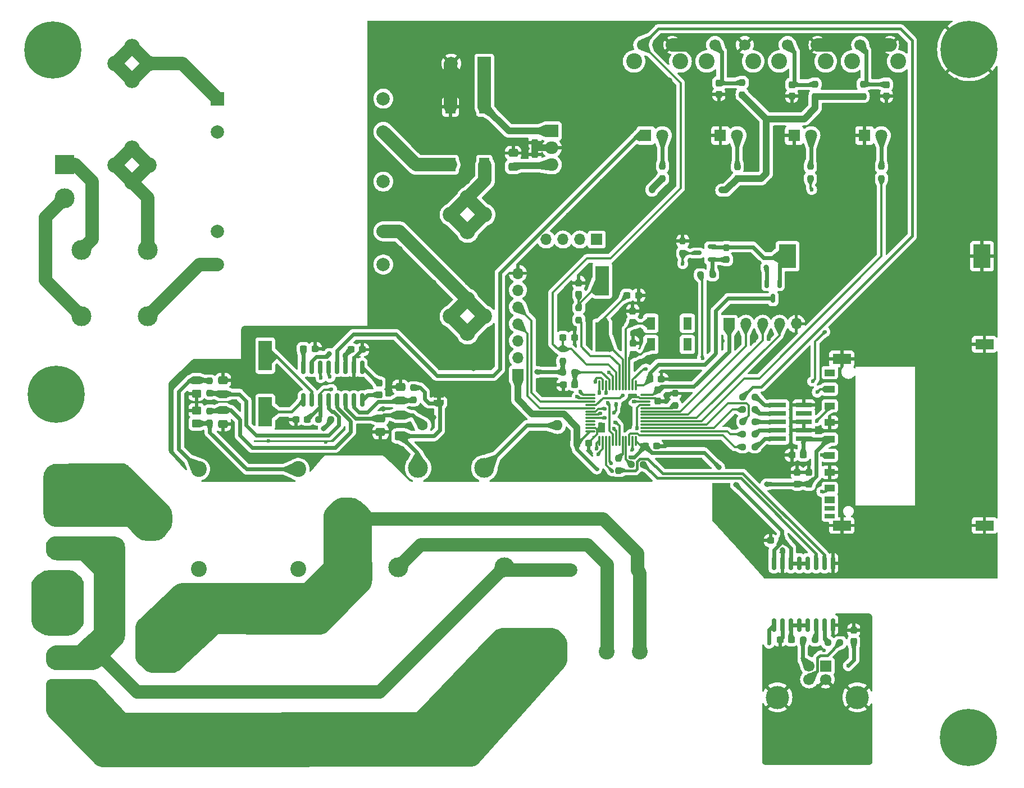
<source format=gbr>
%TF.GenerationSoftware,KiCad,Pcbnew,7.0.1*%
%TF.CreationDate,2023-05-06T23:45:13+02:00*%
%TF.ProjectId,PUE_mainboard,5055455f-6d61-4696-9e62-6f6172642e6b,rev?*%
%TF.SameCoordinates,Original*%
%TF.FileFunction,Copper,L1,Top*%
%TF.FilePolarity,Positive*%
%FSLAX46Y46*%
G04 Gerber Fmt 4.6, Leading zero omitted, Abs format (unit mm)*
G04 Created by KiCad (PCBNEW 7.0.1) date 2023-05-06 23:45:13*
%MOMM*%
%LPD*%
G01*
G04 APERTURE LIST*
G04 Aperture macros list*
%AMRoundRect*
0 Rectangle with rounded corners*
0 $1 Rounding radius*
0 $2 $3 $4 $5 $6 $7 $8 $9 X,Y pos of 4 corners*
0 Add a 4 corners polygon primitive as box body*
4,1,4,$2,$3,$4,$5,$6,$7,$8,$9,$2,$3,0*
0 Add four circle primitives for the rounded corners*
1,1,$1+$1,$2,$3*
1,1,$1+$1,$4,$5*
1,1,$1+$1,$6,$7*
1,1,$1+$1,$8,$9*
0 Add four rect primitives between the rounded corners*
20,1,$1+$1,$2,$3,$4,$5,0*
20,1,$1+$1,$4,$5,$6,$7,0*
20,1,$1+$1,$6,$7,$8,$9,0*
20,1,$1+$1,$8,$9,$2,$3,0*%
%AMFreePoly0*
4,1,19,0.500000,-0.750000,0.000000,-0.750000,0.000000,-0.744911,-0.071157,-0.744911,-0.207708,-0.704816,-0.327430,-0.627875,-0.420627,-0.520320,-0.479746,-0.390866,-0.500000,-0.250000,-0.500000,0.250000,-0.479746,0.390866,-0.420627,0.520320,-0.327430,0.627875,-0.207708,0.704816,-0.071157,0.744911,0.000000,0.744911,0.000000,0.750000,0.500000,0.750000,0.500000,-0.750000,0.500000,-0.750000,
$1*%
%AMFreePoly1*
4,1,19,0.000000,0.744911,0.071157,0.744911,0.207708,0.704816,0.327430,0.627875,0.420627,0.520320,0.479746,0.390866,0.500000,0.250000,0.500000,-0.250000,0.479746,-0.390866,0.420627,-0.520320,0.327430,-0.627875,0.207708,-0.704816,0.071157,-0.744911,0.000000,-0.744911,0.000000,-0.750000,-0.500000,-0.750000,-0.500000,0.750000,0.000000,0.750000,0.000000,0.744911,0.000000,0.744911,
$1*%
G04 Aperture macros list end*
%TA.AperFunction,SMDPad,CuDef*%
%ADD10RoundRect,0.237500X0.300000X0.237500X-0.300000X0.237500X-0.300000X-0.237500X0.300000X-0.237500X0*%
%TD*%
%TA.AperFunction,SMDPad,CuDef*%
%ADD11RoundRect,0.237500X-0.237500X0.250000X-0.237500X-0.250000X0.237500X-0.250000X0.237500X0.250000X0*%
%TD*%
%TA.AperFunction,ComponentPad*%
%ADD12C,3.000000*%
%TD*%
%TA.AperFunction,SMDPad,CuDef*%
%ADD13RoundRect,0.237500X0.250000X0.237500X-0.250000X0.237500X-0.250000X-0.237500X0.250000X-0.237500X0*%
%TD*%
%TA.AperFunction,SMDPad,CuDef*%
%ADD14R,1.500000X1.000000*%
%TD*%
%TA.AperFunction,SMDPad,CuDef*%
%ADD15R,1.500000X0.700000*%
%TD*%
%TA.AperFunction,SMDPad,CuDef*%
%ADD16R,2.800000X1.500000*%
%TD*%
%TA.AperFunction,SMDPad,CuDef*%
%ADD17RoundRect,0.237500X0.237500X-0.250000X0.237500X0.250000X-0.237500X0.250000X-0.237500X-0.250000X0*%
%TD*%
%TA.AperFunction,SMDPad,CuDef*%
%ADD18RoundRect,0.237500X-0.250000X-0.237500X0.250000X-0.237500X0.250000X0.237500X-0.250000X0.237500X0*%
%TD*%
%TA.AperFunction,ComponentPad*%
%ADD19R,1.800000X1.800000*%
%TD*%
%TA.AperFunction,ComponentPad*%
%ADD20C,1.800000*%
%TD*%
%TA.AperFunction,ComponentPad*%
%ADD21R,3.000000X3.000000*%
%TD*%
%TA.AperFunction,SMDPad,CuDef*%
%ADD22R,2.600000X3.600000*%
%TD*%
%TA.AperFunction,ComponentPad*%
%ADD23C,2.350000*%
%TD*%
%TA.AperFunction,ComponentPad*%
%ADD24C,2.400000*%
%TD*%
%TA.AperFunction,SMDPad,CuDef*%
%ADD25R,2.400000X0.740000*%
%TD*%
%TA.AperFunction,ComponentPad*%
%ADD26C,1.700000*%
%TD*%
%TA.AperFunction,ComponentPad*%
%ADD27C,0.900000*%
%TD*%
%TA.AperFunction,ComponentPad*%
%ADD28C,8.600000*%
%TD*%
%TA.AperFunction,SMDPad,CuDef*%
%ADD29RoundRect,0.237500X-0.237500X0.300000X-0.237500X-0.300000X0.237500X-0.300000X0.237500X0.300000X0*%
%TD*%
%TA.AperFunction,SMDPad,CuDef*%
%ADD30RoundRect,0.250000X-0.475000X0.337500X-0.475000X-0.337500X0.475000X-0.337500X0.475000X0.337500X0*%
%TD*%
%TA.AperFunction,SMDPad,CuDef*%
%ADD31RoundRect,0.250000X0.625000X-0.400000X0.625000X0.400000X-0.625000X0.400000X-0.625000X-0.400000X0*%
%TD*%
%TA.AperFunction,SMDPad,CuDef*%
%ADD32RoundRect,0.237500X-0.300000X-0.237500X0.300000X-0.237500X0.300000X0.237500X-0.300000X0.237500X0*%
%TD*%
%TA.AperFunction,SMDPad,CuDef*%
%ADD33RoundRect,0.237500X0.237500X-0.300000X0.237500X0.300000X-0.237500X0.300000X-0.237500X-0.300000X0*%
%TD*%
%TA.AperFunction,SMDPad,CuDef*%
%ADD34RoundRect,0.150000X0.150000X-0.825000X0.150000X0.825000X-0.150000X0.825000X-0.150000X-0.825000X0*%
%TD*%
%TA.AperFunction,ComponentPad*%
%ADD35R,2.000000X1.905000*%
%TD*%
%TA.AperFunction,ComponentPad*%
%ADD36O,2.000000X1.905000*%
%TD*%
%TA.AperFunction,ComponentPad*%
%ADD37R,2.000000X2.000000*%
%TD*%
%TA.AperFunction,ComponentPad*%
%ADD38C,2.000000*%
%TD*%
%TA.AperFunction,SMDPad,CuDef*%
%ADD39RoundRect,0.150000X0.150000X-0.875000X0.150000X0.875000X-0.150000X0.875000X-0.150000X-0.875000X0*%
%TD*%
%TA.AperFunction,SMDPad,CuDef*%
%ADD40RoundRect,0.250000X0.475000X-0.337500X0.475000X0.337500X-0.475000X0.337500X-0.475000X-0.337500X0*%
%TD*%
%TA.AperFunction,SMDPad,CuDef*%
%ADD41RoundRect,0.150000X-0.150000X0.512500X-0.150000X-0.512500X0.150000X-0.512500X0.150000X0.512500X0*%
%TD*%
%TA.AperFunction,ComponentPad*%
%ADD42R,1.700000X1.700000*%
%TD*%
%TA.AperFunction,ComponentPad*%
%ADD43O,1.700000X1.700000*%
%TD*%
%TA.AperFunction,SMDPad,CuDef*%
%ADD44RoundRect,0.250000X0.450000X-0.350000X0.450000X0.350000X-0.450000X0.350000X-0.450000X-0.350000X0*%
%TD*%
%TA.AperFunction,SMDPad,CuDef*%
%ADD45RoundRect,0.075000X-0.075000X0.662500X-0.075000X-0.662500X0.075000X-0.662500X0.075000X0.662500X0*%
%TD*%
%TA.AperFunction,SMDPad,CuDef*%
%ADD46RoundRect,0.075000X-0.662500X0.075000X-0.662500X-0.075000X0.662500X-0.075000X0.662500X0.075000X0*%
%TD*%
%TA.AperFunction,SMDPad,CuDef*%
%ADD47R,1.300000X1.900000*%
%TD*%
%TA.AperFunction,SMDPad,CuDef*%
%ADD48FreePoly0,270.000000*%
%TD*%
%TA.AperFunction,SMDPad,CuDef*%
%ADD49FreePoly1,270.000000*%
%TD*%
%TA.AperFunction,SMDPad,CuDef*%
%ADD50R,1.500000X2.000000*%
%TD*%
%TA.AperFunction,SMDPad,CuDef*%
%ADD51R,2.000000X4.500000*%
%TD*%
%TA.AperFunction,ComponentPad*%
%ADD52C,3.500000*%
%TD*%
%TA.AperFunction,SMDPad,CuDef*%
%ADD53RoundRect,0.150000X0.512500X0.150000X-0.512500X0.150000X-0.512500X-0.150000X0.512500X-0.150000X0*%
%TD*%
%TA.AperFunction,ComponentPad*%
%ADD54C,6.000000*%
%TD*%
%TA.AperFunction,ComponentPad*%
%ADD55C,1.600000*%
%TD*%
%TA.AperFunction,ComponentPad*%
%ADD56O,1.600000X1.600000*%
%TD*%
%TA.AperFunction,ViaPad*%
%ADD57C,0.800000*%
%TD*%
%TA.AperFunction,ViaPad*%
%ADD58C,0.600000*%
%TD*%
%TA.AperFunction,Conductor*%
%ADD59C,0.600000*%
%TD*%
%TA.AperFunction,Conductor*%
%ADD60C,2.000000*%
%TD*%
%TA.AperFunction,Conductor*%
%ADD61C,1.000000*%
%TD*%
%TA.AperFunction,Conductor*%
%ADD62C,0.300000*%
%TD*%
%TA.AperFunction,Conductor*%
%ADD63C,3.500000*%
%TD*%
%TA.AperFunction,Conductor*%
%ADD64C,0.400000*%
%TD*%
%TA.AperFunction,Conductor*%
%ADD65C,5.000000*%
%TD*%
G04 APERTURE END LIST*
%TA.AperFunction,EtchedComponent*%
%TO.C,JP1*%
G36*
X130602000Y-144761000D02*
G01*
X130002000Y-144761000D01*
X130002000Y-144261000D01*
X130602000Y-144261000D01*
X130602000Y-144761000D01*
G37*
%TD.AperFunction*%
%TD*%
D10*
%TO.P,C27,1*%
%TO.N,GND*%
X163837500Y-141575000D03*
%TO.P,C27,2*%
%TO.N,Net-(D3-K)*%
X162112500Y-141575000D03*
%TD*%
D11*
%TO.P,R4,1*%
%TO.N,IIN+*%
X95750000Y-146337500D03*
%TO.P,R4,2*%
%TO.N,Net-(R2-Pad1)*%
X95750000Y-148162500D03*
%TD*%
D10*
%TO.P,C20,1*%
%TO.N,+3V3*%
X185212500Y-153000000D03*
%TO.P,C20,2*%
%TO.N,GND*%
X183487500Y-153000000D03*
%TD*%
D12*
%TO.P,TR1,1*%
%TO.N,Net-(R31-Pad2)*%
X124160000Y-169940000D03*
%TO.P,TR1,5*%
%TO.N,Net-(J1-Pin_2)*%
X140160000Y-169940000D03*
%TO.P,TR1,7*%
%TO.N,Net-(R7-Pad2)*%
X137160000Y-154940000D03*
%TO.P,TR1,9*%
%TO.N,Net-(JP1-B)*%
X127160000Y-154940000D03*
%TD*%
D13*
%TO.P,R11,1*%
%TO.N,Net-(U4-DD-)*%
X161112500Y-154400000D03*
%TO.P,R11,2*%
%TO.N,USB_DD*%
X159287500Y-154400000D03*
%TD*%
D14*
%TO.P,J8,1,CD/DAT3*%
%TO.N,SPI2_CS*%
X189225000Y-143075000D03*
%TO.P,J8,2,CMD*%
%TO.N,SPI2_MOSI*%
X189225000Y-145575000D03*
%TO.P,J8,3,VSS*%
%TO.N,GND*%
X189225000Y-148075000D03*
%TO.P,J8,4,VDD*%
%TO.N,+3V3*%
X189225000Y-150575000D03*
%TO.P,J8,5,CLK*%
%TO.N,SPI2_SCK*%
X189225000Y-153075000D03*
%TO.P,J8,6,VSS*%
%TO.N,GND*%
X189225000Y-155575000D03*
%TO.P,J8,7,DAT0*%
%TO.N,SPI2_MISO*%
X189225000Y-158005000D03*
%TO.P,J8,8,DAT1*%
%TO.N,unconnected-(J8-DAT1-Pad8)*%
X189225000Y-159705000D03*
%TO.P,J8,9,DAT2*%
%TO.N,unconnected-(J8-DAT2-Pad9)*%
X189225000Y-140575000D03*
D15*
%TO.P,J8,10,CARD_DETECT*%
%TO.N,unconnected-(J8-CARD_DETECT-Pad10)*%
X189225000Y-161005000D03*
%TO.P,J8,11,WRITE_PROTECT*%
%TO.N,unconnected-(J8-WRITE_PROTECT-Pad11)*%
X189225000Y-162205000D03*
D16*
%TO.P,J8,12,SHELL1*%
%TO.N,GND*%
X191025000Y-163600000D03*
X212525000Y-163600000D03*
X191025000Y-138500000D03*
X212525000Y-136300000D03*
%TD*%
D17*
%TO.P,R27,1*%
%TO.N,LOW_BATT_LED*%
X186300000Y-111312500D03*
%TO.P,R27,2*%
%TO.N,Net-(D5-A)*%
X186300000Y-109487500D03*
%TD*%
%TO.P,R13,1*%
%TO.N,+3V3*%
X187000000Y-98912500D03*
%TO.P,R13,2*%
%TO.N,SW2*%
X187000000Y-97087500D03*
%TD*%
D10*
%TO.P,C8,1*%
%TO.N,GND*%
X118745000Y-137095000D03*
%TO.P,C8,2*%
%TO.N,+3V3*%
X117020000Y-137095000D03*
%TD*%
D18*
%TO.P,R20,1*%
%TO.N,JTDO*%
X176112500Y-147950000D03*
%TO.P,R20,2*%
%TO.N,Net-(J6-SWO{slash}TDO)*%
X177937500Y-147950000D03*
%TD*%
D19*
%TO.P,D5,1,K*%
%TO.N,GND*%
X183860000Y-104800000D03*
D20*
%TO.P,D5,2,A*%
%TO.N,Net-(D5-A)*%
X186400000Y-104800000D03*
%TD*%
D21*
%TO.P,J1,1,Pin_1*%
%TO.N,Net-(J1-Pin_1)*%
X72850000Y-188600000D03*
D12*
%TO.P,J1,2,Pin_2*%
%TO.N,Net-(J1-Pin_2)*%
X72850000Y-183520000D03*
%TO.P,J1,3,Pin_3*%
%TO.N,Net-(J1-Pin_3)*%
X72850000Y-178440000D03*
%TD*%
D22*
%TO.P,BT1,1,+*%
%TO.N,Net-(BT1-+)*%
X182850000Y-123000000D03*
%TO.P,BT1,2,-*%
%TO.N,GND*%
X212150000Y-123000000D03*
%TD*%
D23*
%TO.P,F2,1*%
%TO.N,Net-(F2-Pad1)*%
X134620000Y-134620000D03*
X132080000Y-132080000D03*
X137160000Y-132080000D03*
X134620000Y-129540000D03*
%TO.P,F2,2*%
%TO.N,Net-(D2-Pad4)*%
X134620000Y-119300000D03*
X132080000Y-116760000D03*
X137160000Y-116760000D03*
X134620000Y-114220000D03*
%TD*%
D17*
%TO.P,R10,1*%
%TO.N,Net-(U4-DD+)*%
X157400000Y-155312500D03*
%TO.P,R10,2*%
%TO.N,USB_DM*%
X157400000Y-153487500D03*
%TD*%
D24*
%TO.P,R31,1*%
%TO.N,Net-(C19-Pad1)*%
X160550000Y-182600000D03*
%TO.P,R31,2*%
%TO.N,Net-(R31-Pad2)*%
X155550000Y-182600000D03*
%TD*%
D11*
%TO.P,R29,1*%
%TO.N,Net-(BT1-+)*%
X173640000Y-121700000D03*
%TO.P,R29,2*%
%TO.N,Net-(Q1-G)*%
X173640000Y-123525000D03*
%TD*%
D25*
%TO.P,J6,1,VTref*%
%TO.N,+3V3*%
X185300000Y-150540000D03*
%TO.P,J6,2,SWDIO/TMS*%
%TO.N,Net-(J6-SWDIO{slash}TMS)*%
X181400000Y-150540000D03*
%TO.P,J6,3,GND*%
%TO.N,GND*%
X185300000Y-149270000D03*
%TO.P,J6,4,SWDCLK/TCK*%
%TO.N,Net-(J6-SWDCLK{slash}TCK)*%
X181400000Y-149270000D03*
%TO.P,J6,5,GND*%
%TO.N,GND*%
X185300000Y-148000000D03*
%TO.P,J6,6,SWO/TDO*%
%TO.N,Net-(J6-SWO{slash}TDO)*%
X181400000Y-148000000D03*
%TO.P,J6,7,KEY*%
%TO.N,unconnected-(J6-KEY-Pad7)*%
X185300000Y-146730000D03*
%TO.P,J6,8,NC/TDI*%
%TO.N,Net-(J6-NC{slash}TDI)*%
X181400000Y-146730000D03*
%TO.P,J6,9,GNDDetect*%
%TO.N,GND*%
X185300000Y-145460000D03*
%TO.P,J6,10,~{RESET}*%
%TO.N,Net-(J6-~{RESET})*%
X181400000Y-145460000D03*
%TD*%
D24*
%TO.P,SW2,*%
%TO.N,*%
X170660002Y-93650000D03*
X177660002Y-93650000D03*
D26*
%TO.P,SW2,1,1*%
%TO.N,SW1*%
X171910002Y-91150000D03*
%TO.P,SW2,2,2*%
%TO.N,GND*%
X176410002Y-91150000D03*
%TD*%
D27*
%TO.P,H3,1,1*%
%TO.N,GND*%
X206975000Y-91825000D03*
X207919581Y-89544581D03*
X207919581Y-94105419D03*
X210200000Y-88600000D03*
D28*
X210200000Y-91825000D03*
D27*
X210200000Y-95050000D03*
X212480419Y-89544581D03*
X212480419Y-94105419D03*
X213425000Y-91825000D03*
%TD*%
D29*
%TO.P,C17,1*%
%TO.N,GND1*%
X192830000Y-179397500D03*
%TO.P,C17,2*%
%TO.N,Net-(J4-VBUS)*%
X192830000Y-181122500D03*
%TD*%
D27*
%TO.P,H2,1,1*%
%TO.N,unconnected-(H2-Pad1)*%
X206894581Y-195519581D03*
X207839162Y-193239162D03*
X207839162Y-197800000D03*
X210119581Y-192294581D03*
D28*
X210119581Y-195519581D03*
D27*
X210119581Y-198744581D03*
X212400000Y-193239162D03*
X212400000Y-197800000D03*
X213344581Y-195519581D03*
%TD*%
D30*
%TO.P,C4,1*%
%TO.N,GND*%
X97750000Y-141712500D03*
%TO.P,C4,2*%
%TO.N,IIN-*%
X97750000Y-143787500D03*
%TD*%
D31*
%TO.P,R6,1*%
%TO.N,Net-(JP1-B)*%
X124500000Y-150100000D03*
%TO.P,R6,2*%
%TO.N,VIN+*%
X124500000Y-147000000D03*
%TD*%
D32*
%TO.P,C15,1*%
%TO.N,GND1*%
X181712500Y-180850000D03*
%TO.P,C15,2*%
%TO.N,Net-(U4-PDEN)*%
X183437500Y-180850000D03*
%TD*%
D23*
%TO.P,F3,1*%
%TO.N,Net-(F3-Pad1)*%
X84020000Y-111825000D03*
X81480000Y-109285000D03*
X86560000Y-109285000D03*
X84020000Y-106745000D03*
%TO.P,F3,2*%
%TO.N,Net-(F3-Pad2)*%
X84020000Y-96505000D03*
X81480000Y-93965000D03*
X86560000Y-93965000D03*
X84020000Y-91425000D03*
%TD*%
D29*
%TO.P,C32,1*%
%TO.N,GND*%
X184300000Y-155625000D03*
%TO.P,C32,2*%
%TO.N,+3V3*%
X184300000Y-157350000D03*
%TD*%
D18*
%TO.P,R30,1*%
%TO.N,VBAT_MEAS_EN*%
X169727500Y-125812500D03*
%TO.P,R30,2*%
%TO.N,Net-(Q1-G)*%
X171552500Y-125812500D03*
%TD*%
D33*
%TO.P,C10,1*%
%TO.N,+3V3*%
X144750000Y-109362500D03*
%TO.P,C10,2*%
%TO.N,GND*%
X144750000Y-107637500D03*
%TD*%
D17*
%TO.P,R12,1*%
%TO.N,+3V3*%
X176000000Y-98662500D03*
%TO.P,R12,2*%
%TO.N,SW1*%
X176000000Y-96837500D03*
%TD*%
D34*
%TO.P,U1,1,XOUT*%
%TO.N,Net-(U1-XOUT)*%
X109855000Y-144715000D03*
%TO.P,U1,2,XIN*%
%TO.N,Net-(U1-XIN)*%
X111125000Y-144715000D03*
%TO.P,U1,3,RESET*%
%TO.N,RESET_METER*%
X112395000Y-144715000D03*
%TO.P,U1,4,IIN-*%
%TO.N,IIN-*%
X113665000Y-144715000D03*
%TO.P,U1,5,IIN+*%
%TO.N,IIN+*%
X114935000Y-144715000D03*
%TO.P,U1,6,VIN+*%
%TO.N,VIN+*%
X116205000Y-144715000D03*
%TO.P,U1,7,VIN-*%
%TO.N,VIN-*%
X117475000Y-144715000D03*
%TO.P,U1,8,VREF-*%
%TO.N,Net-(U1-VREF-)*%
X118745000Y-144715000D03*
%TO.P,U1,9,VREF+*%
%TO.N,Net-(U1-VREF+)*%
X118745000Y-139765000D03*
%TO.P,U1,10,GNDA*%
%TO.N,GND*%
X117475000Y-139765000D03*
%TO.P,U1,11,VDDA*%
%TO.N,+3V3*%
X116205000Y-139765000D03*
%TO.P,U1,12,DO*%
%TO.N,Net-(D1-K)*%
X114935000Y-139765000D03*
%TO.P,U1,13,TX*%
%TO.N,TX_RX*%
X113665000Y-139765000D03*
%TO.P,U1,14,RX*%
%TO.N,RX_TX*%
X112395000Y-139765000D03*
%TO.P,U1,15,MODE*%
%TO.N,+3V3*%
X111125000Y-139765000D03*
%TO.P,U1,16,VDDD*%
%TO.N,Net-(U1-VDDD)*%
X109855000Y-139765000D03*
%TD*%
D29*
%TO.P,C2,1*%
%TO.N,Net-(U1-VREF+)*%
X121285000Y-142175000D03*
%TO.P,C2,2*%
%TO.N,Net-(U1-VREF-)*%
X121285000Y-143900000D03*
%TD*%
D18*
%TO.P,FB1,1*%
%TO.N,+3V3*%
X148962500Y-140500000D03*
%TO.P,FB1,2*%
%TO.N,Net-(U5-VDDA)*%
X150787500Y-140500000D03*
%TD*%
D17*
%TO.P,R9,1*%
%TO.N,+3V3*%
X164000000Y-111312500D03*
%TO.P,R9,2*%
%TO.N,Net-(D1-A)*%
X164000000Y-109487500D03*
%TD*%
D27*
%TO.P,H4,1,1*%
%TO.N,unconnected-(H4-Pad1)*%
X69400000Y-143850000D03*
X70344581Y-141569581D03*
X70344581Y-146130419D03*
X72625000Y-140625000D03*
D28*
X72625000Y-143850000D03*
D27*
X72625000Y-147075000D03*
X74905419Y-141569581D03*
X74905419Y-146130419D03*
X75850000Y-143850000D03*
%TD*%
D21*
%TO.P,J2,1,Pin_1*%
%TO.N,Net-(J1-Pin_3)*%
X72850000Y-172150000D03*
D12*
%TO.P,J2,2,Pin_2*%
%TO.N,Net-(J1-Pin_2)*%
X72850000Y-167070000D03*
%TO.P,J2,3,Pin_3*%
%TO.N,Net-(J2-Pin_3)*%
X72850000Y-161990000D03*
%TD*%
D35*
%TO.P,U3,1,VI*%
%TO.N,Net-(D2-+)*%
X147320000Y-104140000D03*
D36*
%TO.P,U3,2,GND*%
%TO.N,GND*%
X147320000Y-106680000D03*
%TO.P,U3,3,VO*%
%TO.N,+3V3*%
X147320000Y-109220000D03*
%TD*%
D10*
%TO.P,C5,1*%
%TO.N,GND*%
X111612500Y-136950000D03*
%TO.P,C5,2*%
%TO.N,Net-(U1-VDDD)*%
X109887500Y-136950000D03*
%TD*%
D32*
%TO.P,C21,1*%
%TO.N,Net-(U5-PD0)*%
X158649500Y-128905000D03*
%TO.P,C21,2*%
%TO.N,GND*%
X160374500Y-128905000D03*
%TD*%
D19*
%TO.P,D6,1,K*%
%TO.N,GND*%
X194460000Y-104800000D03*
D20*
%TO.P,D6,2,A*%
%TO.N,Net-(D6-A)*%
X197000000Y-104800000D03*
%TD*%
D37*
%TO.P,T3,1*%
%TO.N,Net-(F3-Pad2)*%
X96920000Y-99260000D03*
D38*
%TO.P,T3,2*%
%TO.N,N/C*%
X96920000Y-104260000D03*
%TO.P,T3,4*%
X96920000Y-119260000D03*
%TO.P,T3,5*%
%TO.N,Net-(SW4-Pad3)*%
X96920000Y-124260000D03*
%TO.P,T3,6*%
%TO.N,N/C*%
X121920000Y-124260000D03*
%TO.P,T3,7*%
%TO.N,Net-(F2-Pad1)*%
X121920000Y-119260000D03*
%TO.P,T3,8*%
%TO.N,N/C*%
X121920000Y-111760000D03*
%TO.P,T3,9*%
%TO.N,Net-(D2-Pad3)*%
X121920000Y-104260000D03*
%TO.P,T3,10*%
%TO.N,N/C*%
X121920000Y-99260000D03*
%TD*%
D39*
%TO.P,U4,1,VBUS1*%
%TO.N,Net-(J4-VBUS)*%
X180790000Y-178587500D03*
%TO.P,U4,2,GND1*%
%TO.N,GND1*%
X182060000Y-178587500D03*
%TO.P,U4,3,VDD1*%
%TO.N,Net-(U4-PDEN)*%
X183330000Y-178587500D03*
%TO.P,U4,4,PDEN*%
X184600000Y-178587500D03*
%TO.P,U4,5,SPU*%
X185870000Y-178587500D03*
%TO.P,U4,6,UD-*%
%TO.N,Net-(U4-UD-)*%
X187140000Y-178587500D03*
%TO.P,U4,7,UD+*%
%TO.N,Net-(U4-UD+)*%
X188410000Y-178587500D03*
%TO.P,U4,8,GND1*%
%TO.N,GND1*%
X189680000Y-178587500D03*
%TO.P,U4,9,GND2*%
%TO.N,GND*%
X189680000Y-169287500D03*
%TO.P,U4,10,DD+*%
%TO.N,Net-(U4-DD+)*%
X188410000Y-169287500D03*
%TO.P,U4,11,DD-*%
%TO.N,Net-(U4-DD-)*%
X187140000Y-169287500D03*
%TO.P,U4,12,PIN*%
%TO.N,+3V3*%
X185870000Y-169287500D03*
%TO.P,U4,13,SPD*%
X184600000Y-169287500D03*
%TO.P,U4,14,VDD2*%
X183330000Y-169287500D03*
%TO.P,U4,15,GND2*%
%TO.N,GND*%
X182060000Y-169287500D03*
%TO.P,U4,16,VBUS2*%
%TO.N,+3V3*%
X180790000Y-169287500D03*
%TD*%
D40*
%TO.P,C6,1*%
%TO.N,VIN-*%
X124500000Y-144787500D03*
%TO.P,C6,2*%
%TO.N,GND*%
X124500000Y-142712500D03*
%TD*%
D13*
%TO.P,R14,1*%
%TO.N,Net-(J4-D+)*%
X190742500Y-181260000D03*
%TO.P,R14,2*%
%TO.N,Net-(U4-UD+)*%
X188917500Y-181260000D03*
%TD*%
D29*
%TO.P,C26,1*%
%TO.N,GND*%
X186100000Y-155625000D03*
%TO.P,C26,2*%
%TO.N,+3V3*%
X186100000Y-157350000D03*
%TD*%
D32*
%TO.P,C13,1*%
%TO.N,GND*%
X180312500Y-165875000D03*
%TO.P,C13,2*%
%TO.N,+3V3*%
X182037500Y-165875000D03*
%TD*%
D24*
%TO.P,SW1,*%
%TO.N,*%
X159710000Y-93650000D03*
X166710000Y-93650000D03*
D26*
%TO.P,SW1,1,1*%
%TO.N,RESET*%
X160960000Y-91150000D03*
%TO.P,SW1,2,2*%
%TO.N,GND*%
X165460000Y-91150000D03*
%TD*%
D29*
%TO.P,C18,1*%
%TO.N,SW3*%
X197750000Y-97137500D03*
%TO.P,C18,2*%
%TO.N,GND*%
X197750000Y-98862500D03*
%TD*%
D40*
%TO.P,C9,1*%
%TO.N,+3V3*%
X141500000Y-109537500D03*
%TO.P,C9,2*%
%TO.N,GND*%
X141500000Y-107462500D03*
%TD*%
D37*
%TO.P,C12,1*%
%TO.N,Net-(D2-+)*%
X137160000Y-93980000D03*
D38*
%TO.P,C12,2*%
%TO.N,GND*%
X132160000Y-93980000D03*
%TD*%
D29*
%TO.P,C11,1*%
%TO.N,Net-(D2-+)*%
X144750000Y-104137500D03*
%TO.P,C11,2*%
%TO.N,GND*%
X144750000Y-105862500D03*
%TD*%
D41*
%TO.P,D3,1,A*%
%TO.N,Net-(BT1-+)*%
X181625000Y-127112500D03*
%TO.P,D3,2,A*%
%TO.N,+3V3*%
X179725000Y-127112500D03*
%TO.P,D3,3,K*%
%TO.N,Net-(D3-K)*%
X180675000Y-129387500D03*
%TD*%
D40*
%TO.P,C7,1*%
%TO.N,GND*%
X121500000Y-149537500D03*
%TO.P,C7,2*%
%TO.N,VIN+*%
X121500000Y-147462500D03*
%TD*%
D29*
%TO.P,C16,1*%
%TO.N,SW2*%
X183500000Y-97137500D03*
%TO.P,C16,2*%
%TO.N,GND*%
X183500000Y-98862500D03*
%TD*%
D10*
%TO.P,C29,1*%
%TO.N,GND*%
X163112500Y-151650000D03*
%TO.P,C29,2*%
%TO.N,+3V3*%
X161387500Y-151650000D03*
%TD*%
D18*
%TO.P,R18,1*%
%TO.N,JTCK_SWCLK*%
X176087500Y-149850000D03*
%TO.P,R18,2*%
%TO.N,Net-(J6-SWDCLK{slash}TCK)*%
X177912500Y-149850000D03*
%TD*%
D24*
%TO.P,SW3,*%
%TO.N,*%
X181610004Y-93650000D03*
X188610004Y-93650000D03*
D26*
%TO.P,SW3,1,1*%
%TO.N,SW2*%
X182860004Y-91150000D03*
%TO.P,SW3,2,2*%
%TO.N,GND*%
X187360004Y-91150000D03*
%TD*%
D24*
%TO.P,SW5,*%
%TO.N,*%
X192560006Y-93650000D03*
X199560006Y-93650000D03*
D26*
%TO.P,SW5,1,1*%
%TO.N,SW3*%
X193810006Y-91150000D03*
%TO.P,SW5,2,2*%
%TO.N,GND*%
X198310006Y-91150000D03*
%TD*%
D11*
%TO.P,R24,1*%
%TO.N,RESET*%
X148971000Y-137009500D03*
%TO.P,R24,2*%
%TO.N,+3V3*%
X148971000Y-138834500D03*
%TD*%
D19*
%TO.P,D4,1,K*%
%TO.N,GND*%
X172725000Y-104800000D03*
D20*
%TO.P,D4,2,A*%
%TO.N,Net-(D4-A)*%
X175265000Y-104800000D03*
%TD*%
D42*
%TO.P,J9,1,Pin_1*%
%TO.N,XL*%
X154080000Y-120500000D03*
D43*
%TO.P,J9,2,Pin_2*%
%TO.N,YU*%
X151540000Y-120500000D03*
%TO.P,J9,3,Pin_3*%
%TO.N,XR*%
X149000000Y-120500000D03*
%TO.P,J9,4,Pin_4*%
%TO.N,YD*%
X146460000Y-120500000D03*
%TD*%
D18*
%TO.P,R15,1*%
%TO.N,Net-(J4-D-)*%
X185187500Y-180850000D03*
%TO.P,R15,2*%
%TO.N,Net-(U4-UD-)*%
X187012500Y-180850000D03*
%TD*%
D44*
%TO.P,R2,1*%
%TO.N,Net-(R2-Pad1)*%
X93750000Y-148250000D03*
%TO.P,R2,2*%
%TO.N,GND*%
X93750000Y-146250000D03*
%TD*%
D45*
%TO.P,U5,1,VBAT*%
%TO.N,Net-(D3-K)*%
X160000000Y-142500000D03*
%TO.P,U5,2,PC13*%
%TO.N,SW3*%
X159500000Y-142500000D03*
%TO.P,U5,3,PC14*%
%TO.N,Net-(U5-PC14)*%
X159000000Y-142500000D03*
%TO.P,U5,4,PC15*%
%TO.N,Net-(U5-PC15)*%
X158500000Y-142500000D03*
%TO.P,U5,5,PD0*%
%TO.N,Net-(U5-PD0)*%
X158000000Y-142500000D03*
%TO.P,U5,6,PD1*%
%TO.N,Net-(U5-PD1)*%
X157500000Y-142500000D03*
%TO.P,U5,7,NRST*%
%TO.N,RESET*%
X157000000Y-142500000D03*
%TO.P,U5,8,VSSA*%
%TO.N,GND*%
X156500000Y-142500000D03*
%TO.P,U5,9,VDDA*%
%TO.N,Net-(U5-VDDA)*%
X156000000Y-142500000D03*
%TO.P,U5,10,PA0*%
%TO.N,XL*%
X155500000Y-142500000D03*
%TO.P,U5,11,PA1*%
%TO.N,YU*%
X155000000Y-142500000D03*
%TO.P,U5,12,PA2*%
%TO.N,XR*%
X154500000Y-142500000D03*
D46*
%TO.P,U5,13,PA3*%
%TO.N,YD*%
X153087500Y-143912500D03*
%TO.P,U5,14,PA4*%
%TO.N,RES*%
X153087500Y-144412500D03*
%TO.P,U5,15,PA5*%
%TO.N,SPI1_SCK*%
X153087500Y-144912500D03*
%TO.P,U5,16,PA6*%
%TO.N,SW1*%
X153087500Y-145412500D03*
%TO.P,U5,17,PA7*%
%TO.N,SPI1_MOSI*%
X153087500Y-145912500D03*
%TO.P,U5,18,PB0*%
%TO.N,VBAT_MEAS_EN*%
X153087500Y-146412500D03*
%TO.P,U5,19,PB1*%
%TO.N,VBAT_MEAS_ADC*%
X153087500Y-146912500D03*
%TO.P,U5,20,PB2*%
%TO.N,LOW_BATT_LED*%
X153087500Y-147412500D03*
%TO.P,U5,21,PB10*%
%TO.N,unconnected-(U5-PB10-Pad21)*%
X153087500Y-147912500D03*
%TO.P,U5,22,PB11*%
%TO.N,unconnected-(U5-PB11-Pad22)*%
X153087500Y-148412500D03*
%TO.P,U5,23,VSS*%
%TO.N,GND*%
X153087500Y-148912500D03*
%TO.P,U5,24,VDD*%
%TO.N,+3V3*%
X153087500Y-149412500D03*
D45*
%TO.P,U5,25,PB12*%
%TO.N,SPI2_CS*%
X154500000Y-150825000D03*
%TO.P,U5,26,PB13*%
%TO.N,SPI2_SCK*%
X155000000Y-150825000D03*
%TO.P,U5,27,PB14*%
%TO.N,SPI2_MISO*%
X155500000Y-150825000D03*
%TO.P,U5,28,PB15*%
%TO.N,SPI2_MOSI*%
X156000000Y-150825000D03*
%TO.P,U5,29,PA8*%
%TO.N,DC*%
X156500000Y-150825000D03*
%TO.P,U5,30,PA9*%
%TO.N,RX_TX*%
X157000000Y-150825000D03*
%TO.P,U5,31,PA10*%
%TO.N,TX_RX*%
X157500000Y-150825000D03*
%TO.P,U5,32,PA11*%
%TO.N,USB_DM*%
X158000000Y-150825000D03*
%TO.P,U5,33,PA12*%
%TO.N,USB_DD*%
X158500000Y-150825000D03*
%TO.P,U5,34,PA13*%
%TO.N,JTMS_SWDIO*%
X159000000Y-150825000D03*
%TO.P,U5,35,VSS*%
%TO.N,GND*%
X159500000Y-150825000D03*
%TO.P,U5,36,VDD*%
%TO.N,+3V3*%
X160000000Y-150825000D03*
D46*
%TO.P,U5,37,PA14*%
%TO.N,JTCK_SWCLK*%
X161412500Y-149412500D03*
%TO.P,U5,38,PA15*%
%TO.N,JTDI*%
X161412500Y-148912500D03*
%TO.P,U5,39,PB3*%
%TO.N,JTDO*%
X161412500Y-148412500D03*
%TO.P,U5,40,PB4*%
%TO.N,FAIL_LED*%
X161412500Y-147912500D03*
%TO.P,U5,41,PB5*%
%TO.N,I2C_SMBAI*%
X161412500Y-147412500D03*
%TO.P,U5,42,PB6*%
%TO.N,I2C_SCL*%
X161412500Y-146912500D03*
%TO.P,U5,43,PB7*%
%TO.N,I2C_SDA*%
X161412500Y-146412500D03*
%TO.P,U5,44,BOOT0*%
%TO.N,Net-(U5-BOOT0)*%
X161412500Y-145912500D03*
%TO.P,U5,45,PB8*%
%TO.N,RESET_METER*%
X161412500Y-145412500D03*
%TO.P,U5,46,PB9*%
%TO.N,SW2*%
X161412500Y-144912500D03*
%TO.P,U5,47,VSS*%
%TO.N,GND*%
X161412500Y-144412500D03*
%TO.P,U5,48,VDD*%
%TO.N,+3V3*%
X161412500Y-143912500D03*
%TD*%
D44*
%TO.P,R3,1*%
%TO.N,GND*%
X93750000Y-143710000D03*
%TO.P,R3,2*%
%TO.N,Net-(R3-Pad2)*%
X93750000Y-141710000D03*
%TD*%
D42*
%TO.P,J7,1,Pin_1*%
%TO.N,+3V3*%
X174000000Y-133200000D03*
D43*
%TO.P,J7,2,Pin_2*%
%TO.N,I2C_SDA*%
X176540000Y-133200000D03*
%TO.P,J7,3,Pin_3*%
%TO.N,I2C_SCL*%
X179080000Y-133200000D03*
%TO.P,J7,4,Pin_4*%
%TO.N,I2C_SMBAI*%
X181620000Y-133200000D03*
%TO.P,J7,5,Pin_5*%
%TO.N,GND*%
X184160000Y-133200000D03*
%TD*%
D17*
%TO.P,R16,1*%
%TO.N,+3V3*%
X194250000Y-98912500D03*
%TO.P,R16,2*%
%TO.N,SW3*%
X194250000Y-97087500D03*
%TD*%
D27*
%TO.P,H1,1,1*%
%TO.N,unconnected-(H1-Pad1)*%
X68894581Y-91919581D03*
X69839162Y-89639162D03*
X69839162Y-94200000D03*
X72119581Y-88694581D03*
D28*
X72119581Y-91919581D03*
D27*
X72119581Y-95144581D03*
X74400000Y-89639162D03*
X74400000Y-94200000D03*
X75344581Y-91919581D03*
%TD*%
D33*
%TO.P,C30,1*%
%TO.N,GND*%
X163322000Y-144880500D03*
%TO.P,C30,2*%
%TO.N,+3V3*%
X163322000Y-143155500D03*
%TD*%
D47*
%TO.P,Y3,1,1*%
%TO.N,Net-(U5-PC14)*%
X162250000Y-136322500D03*
%TO.P,Y3,2,2*%
%TO.N,unconnected-(Y3-Pad2)*%
X167750000Y-136322500D03*
%TO.P,Y3,3,3*%
%TO.N,unconnected-(Y3-Pad3)*%
X167750000Y-133122500D03*
%TO.P,Y3,4,4*%
%TO.N,Net-(U5-PC15)*%
X162250000Y-133122500D03*
%TD*%
D32*
%TO.P,C25,1*%
%TO.N,RESET*%
X148997500Y-135255000D03*
%TO.P,C25,2*%
%TO.N,GND*%
X150722500Y-135255000D03*
%TD*%
D18*
%TO.P,R19,1*%
%TO.N,JTMS_SWDIO*%
X176087500Y-151750000D03*
%TO.P,R19,2*%
%TO.N,Net-(J6-SWDIO{slash}TMS)*%
X177912500Y-151750000D03*
%TD*%
D29*
%TO.P,C14,1*%
%TO.N,SW1*%
X172500000Y-96887500D03*
%TO.P,C14,2*%
%TO.N,GND*%
X172500000Y-98612500D03*
%TD*%
D21*
%TO.P,J3,1,Pin_1*%
%TO.N,Net-(J3-Pin_1)*%
X73860000Y-109220000D03*
D12*
%TO.P,J3,2,Pin_2*%
%TO.N,Net-(J3-Pin_2)*%
X73860000Y-114300000D03*
%TD*%
D48*
%TO.P,JP1,1,A*%
%TO.N,GND*%
X130302000Y-143861000D03*
D49*
%TO.P,JP1,2,B*%
%TO.N,Net-(JP1-B)*%
X130302000Y-145161000D03*
%TD*%
D50*
%TO.P,D2,1,+*%
%TO.N,Net-(D2-+)*%
X137160000Y-100480000D03*
%TO.P,D2,2,-*%
%TO.N,GND*%
X132060000Y-100480000D03*
%TO.P,D2,3*%
%TO.N,Net-(D2-Pad3)*%
X132060000Y-109220000D03*
%TO.P,D2,4*%
%TO.N,Net-(D2-Pad4)*%
X137160000Y-109220000D03*
%TD*%
D19*
%TO.P,D1,1,K*%
%TO.N,Net-(D1-K)*%
X161460000Y-104800000D03*
D20*
%TO.P,D1,2,A*%
%TO.N,Net-(D1-A)*%
X164000000Y-104800000D03*
%TD*%
D10*
%TO.P,C28,1*%
%TO.N,GND*%
X152862500Y-151200000D03*
%TO.P,C28,2*%
%TO.N,+3V3*%
X151137500Y-151200000D03*
%TD*%
D11*
%TO.P,R25,1*%
%TO.N,GND*%
X167050000Y-120737500D03*
%TO.P,R25,2*%
%TO.N,VBAT_MEAS_ADC*%
X167050000Y-122562500D03*
%TD*%
D51*
%TO.P,Y1,1,1*%
%TO.N,Net-(U1-XIN)*%
X104140000Y-137990000D03*
%TO.P,Y1,2,2*%
%TO.N,Net-(U1-XOUT)*%
X104140000Y-146490000D03*
%TD*%
D17*
%TO.P,R5,1*%
%TO.N,IIN-*%
X95750000Y-143662500D03*
%TO.P,R5,2*%
%TO.N,Net-(R3-Pad2)*%
X95750000Y-141837500D03*
%TD*%
D42*
%TO.P,J4,1,VBUS*%
%TO.N,Net-(J4-VBUS)*%
X188600000Y-184800000D03*
D26*
%TO.P,J4,2,D-*%
%TO.N,Net-(J4-D-)*%
X186100000Y-184800000D03*
%TO.P,J4,3,D+*%
%TO.N,Net-(J4-D+)*%
X186100000Y-186800000D03*
%TO.P,J4,4,GND*%
%TO.N,GND1*%
X188600000Y-186800000D03*
D52*
%TO.P,J4,5,Shield*%
X193370000Y-189510000D03*
X181330000Y-189510000D03*
%TD*%
D17*
%TO.P,R26,1*%
%TO.N,+3V3*%
X175300000Y-111325000D03*
%TO.P,R26,2*%
%TO.N,Net-(D4-A)*%
X175300000Y-109500000D03*
%TD*%
%TO.P,R8,1*%
%TO.N,VIN-*%
X126500000Y-144662500D03*
%TO.P,R8,2*%
%TO.N,Net-(JP1-B)*%
X126500000Y-142837500D03*
%TD*%
D38*
%TO.P,C19,1*%
%TO.N,Net-(C19-Pad1)*%
X160200000Y-170350000D03*
%TO.P,C19,2*%
%TO.N,Net-(J1-Pin_2)*%
X150200000Y-170350000D03*
%TD*%
D18*
%TO.P,R17,1*%
%TO.N,RESET*%
X176087500Y-144225000D03*
%TO.P,R17,2*%
%TO.N,Net-(J6-~{RESET})*%
X177912500Y-144225000D03*
%TD*%
D51*
%TO.P,Y2,1,1*%
%TO.N,Net-(U5-PD0)*%
X154940000Y-135187000D03*
%TO.P,Y2,2,2*%
%TO.N,Net-(C22-Pad1)*%
X154940000Y-126687000D03*
%TD*%
D33*
%TO.P,C23,1*%
%TO.N,Net-(U5-PC14)*%
X159550000Y-137812500D03*
%TO.P,C23,2*%
%TO.N,GND*%
X159550000Y-136087500D03*
%TD*%
D17*
%TO.P,R23,1*%
%TO.N,Net-(U5-PD1)*%
X151384000Y-132611500D03*
%TO.P,R23,2*%
%TO.N,Net-(C22-Pad1)*%
X151384000Y-130786500D03*
%TD*%
D33*
%TO.P,C24,1*%
%TO.N,Net-(U5-PC15)*%
X159500000Y-133000000D03*
%TO.P,C24,2*%
%TO.N,GND*%
X159500000Y-131275000D03*
%TD*%
D32*
%TO.P,C1,1*%
%TO.N,GND*%
X108737500Y-147600000D03*
%TO.P,C1,2*%
%TO.N,RESET_METER*%
X110462500Y-147600000D03*
%TD*%
D17*
%TO.P,R28,1*%
%TO.N,FAIL_LED*%
X197000000Y-111312500D03*
%TO.P,R28,2*%
%TO.N,Net-(D6-A)*%
X197000000Y-109487500D03*
%TD*%
D18*
%TO.P,R1,1*%
%TO.N,RESET_METER*%
X112187500Y-147600000D03*
%TO.P,R1,2*%
%TO.N,+3V3*%
X114012500Y-147600000D03*
%TD*%
D17*
%TO.P,R22,1*%
%TO.N,Net-(U5-BOOT0)*%
X165875000Y-145487500D03*
%TO.P,R22,2*%
%TO.N,GND*%
X165875000Y-143662500D03*
%TD*%
D42*
%TO.P,J10,1,Pin_1*%
%TO.N,+3V3*%
X142200000Y-140825000D03*
D43*
%TO.P,J10,2,Pin_2*%
%TO.N,DC*%
X142200000Y-138285000D03*
%TO.P,J10,3,Pin_3*%
%TO.N,RES*%
X142200000Y-135745000D03*
%TO.P,J10,4,Pin_4*%
%TO.N,SPI1_MOSI*%
X142200000Y-133205000D03*
%TO.P,J10,5,Pin_5*%
%TO.N,SPI1_SCK*%
X142200000Y-130665000D03*
%TO.P,J10,6,Pin_6*%
%TO.N,+3V3*%
X142200000Y-128125000D03*
%TO.P,J10,7,Pin_7*%
%TO.N,GND*%
X142200000Y-125585000D03*
%TD*%
D53*
%TO.P,Q1,1,G*%
%TO.N,Net-(Q1-G)*%
X171467500Y-123482500D03*
%TO.P,Q1,2,S*%
%TO.N,Net-(BT1-+)*%
X171467500Y-121582500D03*
%TO.P,Q1,3,D*%
%TO.N,VBAT_MEAS_ADC*%
X169192500Y-122532500D03*
%TD*%
D33*
%TO.P,C22,1*%
%TO.N,Net-(C22-Pad1)*%
X151384000Y-128751500D03*
%TO.P,C22,2*%
%TO.N,GND*%
X151384000Y-127026500D03*
%TD*%
D54*
%TO.P,F1,1*%
%TO.N,Net-(J1-Pin_1)*%
X146150000Y-182600000D03*
%TO.P,F1,2*%
%TO.N,Net-(C19-Pad1)*%
X87750000Y-182600000D03*
%TD*%
D12*
%TO.P,SW4,1,1*%
%TO.N,Net-(F3-Pad1)*%
X86417500Y-122062500D03*
%TO.P,SW4,2,2*%
%TO.N,Net-(J3-Pin_1)*%
X76417500Y-122062500D03*
%TO.P,SW4,3,3*%
%TO.N,Net-(SW4-Pad3)*%
X86417500Y-132062500D03*
%TO.P,SW4,4,4*%
%TO.N,Net-(J3-Pin_2)*%
X76417500Y-132062500D03*
%TD*%
D55*
%TO.P,R7,1*%
%TO.N,VIN+*%
X127840000Y-148500000D03*
D56*
%TO.P,R7,2*%
%TO.N,Net-(R7-Pad2)*%
X148160000Y-148500000D03*
%TD*%
D30*
%TO.P,C3,1*%
%TO.N,IIN+*%
X97750000Y-146212500D03*
%TO.P,C3,2*%
%TO.N,GND*%
X97750000Y-148287500D03*
%TD*%
D18*
%TO.P,R21,1*%
%TO.N,JTDI*%
X176112500Y-146150000D03*
%TO.P,R21,2*%
%TO.N,Net-(J6-NC{slash}TDI)*%
X177937500Y-146150000D03*
%TD*%
D24*
%TO.P,T2,1,1*%
%TO.N,Net-(R2-Pad1)*%
X109100000Y-155122500D03*
%TO.P,T2,2,2*%
%TO.N,Net-(R3-Pad2)*%
X94100000Y-155122500D03*
%TO.P,T2,3,3*%
%TO.N,unconnected-(T2-Pad3)*%
X94100000Y-170122500D03*
%TO.P,T2,4,4*%
%TO.N,unconnected-(T2-Pad4)*%
X109100000Y-170122500D03*
D54*
%TO.P,T2,5,5*%
%TO.N,Net-(J2-Pin_3)*%
X86850000Y-162622500D03*
%TO.P,T2,6,6*%
%TO.N,Net-(C19-Pad1)*%
X116350000Y-162622500D03*
%TD*%
D32*
%TO.P,C31,1*%
%TO.N,GND*%
X149062500Y-142375000D03*
%TO.P,C31,2*%
%TO.N,Net-(U5-VDDA)*%
X150787500Y-142375000D03*
%TD*%
D57*
%TO.N,GND*%
X165100000Y-132080000D03*
D58*
X150200000Y-123025000D03*
X148125000Y-125450000D03*
D57*
X149860000Y-111760000D03*
X213360000Y-127000000D03*
D58*
X199175000Y-126475000D03*
D57*
X140100000Y-148450000D03*
X213360000Y-167640000D03*
X170180000Y-101600000D03*
X182880000Y-106680000D03*
X185420000Y-116840000D03*
X149860000Y-101600000D03*
X124460000Y-121920000D03*
X182060000Y-167277500D03*
X107950000Y-136525000D03*
X203200000Y-152400000D03*
X180340000Y-91440000D03*
D58*
X145175000Y-125550000D03*
D57*
X160020000Y-116840000D03*
X154940000Y-91440000D03*
X174150000Y-127200000D03*
D58*
X106500000Y-148575000D03*
D57*
X124460000Y-96520000D03*
X104140000Y-142240000D03*
X145250000Y-155550000D03*
X124460000Y-91440000D03*
X129540000Y-137160000D03*
X195580000Y-111760000D03*
X149860000Y-152400000D03*
X185420000Y-91440000D03*
X213360000Y-157480000D03*
X203200000Y-127000000D03*
X198120000Y-167640000D03*
X170180000Y-91440000D03*
X144780000Y-152400000D03*
X203200000Y-96520000D03*
D58*
X177825000Y-135775000D03*
D57*
X139525000Y-144400000D03*
X213360000Y-132080000D03*
X203200000Y-132080000D03*
X203200000Y-116840000D03*
X98775000Y-150525000D03*
X129540000Y-116840000D03*
D58*
X168650000Y-153700000D03*
D57*
X176530000Y-163195000D03*
X101600000Y-137160000D03*
D58*
X155900000Y-140525000D03*
D57*
X134620000Y-96520000D03*
X149860000Y-132080000D03*
X208280000Y-137160000D03*
X129540000Y-127000000D03*
X182880000Y-111760000D03*
X134620000Y-121920000D03*
X168000000Y-151350000D03*
X139700000Y-91440000D03*
X119380000Y-152400000D03*
X208280000Y-167640000D03*
D58*
X173025000Y-160150000D03*
D57*
X165100000Y-96520000D03*
X165100000Y-127000000D03*
X134620000Y-111760000D03*
X208280000Y-152400000D03*
X213360000Y-111760000D03*
X208280000Y-106680000D03*
X124460000Y-127000000D03*
X129540000Y-106680000D03*
X149860000Y-116840000D03*
X144780000Y-116840000D03*
X168400000Y-90925000D03*
X134620000Y-91440000D03*
X134620000Y-101600000D03*
D58*
X110475000Y-148875000D03*
D57*
X124460000Y-111760000D03*
X208280000Y-132080000D03*
X193040000Y-167640000D03*
X139700000Y-96520000D03*
X213360000Y-116840000D03*
X208280000Y-142240000D03*
X165100000Y-116840000D03*
X170180000Y-116840000D03*
X129540000Y-96520000D03*
X178550000Y-124050000D03*
X175260000Y-116840000D03*
X208280000Y-111760000D03*
X139700000Y-111760000D03*
X160020000Y-121920000D03*
X203200000Y-106680000D03*
X195580000Y-116840000D03*
X203200000Y-147320000D03*
X160020000Y-127000000D03*
X124460000Y-152400000D03*
X195580000Y-121920000D03*
D58*
X173075000Y-135775000D03*
X173025000Y-163550000D03*
D57*
X203200000Y-162560000D03*
X195580000Y-101600000D03*
D58*
X159500000Y-152150000D03*
D57*
X135500000Y-139950000D03*
X160020000Y-96520000D03*
X208280000Y-157480000D03*
X175260000Y-101600000D03*
X124475000Y-140050000D03*
D58*
X164575000Y-144875000D03*
D57*
X144780000Y-91440000D03*
X174650000Y-148550000D03*
X179110000Y-167202500D03*
X190500000Y-111760000D03*
D58*
X165575000Y-141625000D03*
X153075000Y-152500000D03*
D57*
X170180000Y-96520000D03*
X145750000Y-143300000D03*
X106050000Y-153475000D03*
X147200000Y-143750000D03*
X154940000Y-111760000D03*
X213360000Y-152400000D03*
X129540000Y-152400000D03*
X190500000Y-96520000D03*
X154940000Y-106680000D03*
X198120000Y-132080000D03*
X129540000Y-132080000D03*
D58*
X144900000Y-123275000D03*
X200550000Y-111275000D03*
D57*
X129540000Y-91440000D03*
X208280000Y-147320000D03*
X190500000Y-127000000D03*
D58*
X185000000Y-141625000D03*
D57*
X190500000Y-91300000D03*
X213360000Y-96520000D03*
X208280000Y-121920000D03*
X213360000Y-101600000D03*
X160020000Y-101600000D03*
X144780000Y-96520000D03*
X124460000Y-132080000D03*
X164775000Y-151225000D03*
D58*
X147550000Y-123250000D03*
D57*
X154940000Y-116840000D03*
X203200000Y-137160000D03*
X149860000Y-129540000D03*
X165100000Y-121920000D03*
X196325000Y-91075000D03*
X129540000Y-101600000D03*
X203200000Y-167640000D03*
X198120000Y-162560000D03*
X94450000Y-151750000D03*
D58*
X175350000Y-135825000D03*
X180050000Y-135525000D03*
D57*
X134620000Y-152400000D03*
X190500000Y-116840000D03*
X213360000Y-106680000D03*
X184650000Y-167275000D03*
X124460000Y-101600000D03*
X203200000Y-91440000D03*
X170180000Y-106680000D03*
X203200000Y-101600000D03*
X97650000Y-155225000D03*
X179900000Y-155100000D03*
X190500000Y-121920000D03*
D58*
X158725000Y-145750000D03*
D57*
X134620000Y-106680000D03*
X129540000Y-147320000D03*
X208280000Y-127000000D03*
X149860000Y-96520000D03*
X213360000Y-147320000D03*
X107700000Y-143650000D03*
X124460000Y-116840000D03*
D58*
X167700000Y-141625000D03*
D57*
X124460000Y-137160000D03*
X134620000Y-127000000D03*
X208280000Y-96520000D03*
X132950000Y-144300000D03*
X149860000Y-91440000D03*
D58*
X113284000Y-151003000D03*
D57*
X139700000Y-106680000D03*
X203200000Y-121920000D03*
X149860000Y-106680000D03*
X208280000Y-162560000D03*
X213360000Y-142240000D03*
X190500000Y-106680000D03*
X203200000Y-157480000D03*
X144780000Y-101600000D03*
D58*
X183150000Y-141600000D03*
D57*
X165100000Y-101600000D03*
X185420000Y-161290000D03*
X121920000Y-146050000D03*
D58*
X164075000Y-153700000D03*
D57*
X129540000Y-111760000D03*
X154940000Y-130810000D03*
X170180000Y-111760000D03*
X180340000Y-96520000D03*
X208280000Y-116840000D03*
X203200000Y-142240000D03*
X193040000Y-137160000D03*
X154940000Y-96520000D03*
X208280000Y-101600000D03*
D58*
X104648000Y-150876000D03*
X200525000Y-98200000D03*
D57*
X190500000Y-101600000D03*
X203200000Y-111760000D03*
X154940000Y-101600000D03*
X198120000Y-137160000D03*
D58*
%TO.N,RESET_METER*%
X160140000Y-149000000D03*
X114130000Y-143070000D03*
D57*
%TO.N,+3V3*%
X172950000Y-113050000D03*
X179700000Y-157400000D03*
D58*
X154107105Y-155100000D03*
D57*
X178875000Y-111325000D03*
X145089552Y-140460448D03*
X179650000Y-124675000D03*
X172512500Y-154862500D03*
X175075000Y-157425000D03*
X116205000Y-137910000D03*
X162450000Y-113050000D03*
X112950000Y-149000000D03*
X113800000Y-137750000D03*
D58*
X159149500Y-153297692D03*
%TO.N,SW1*%
X158000000Y-144000000D03*
D57*
%TO.N,GND1*%
X193040000Y-185420000D03*
X182245000Y-185420000D03*
X187960000Y-193040000D03*
X193040000Y-197485000D03*
X193040000Y-193040000D03*
D58*
X188310000Y-182477500D03*
D57*
X187960000Y-197485000D03*
X194310000Y-177800000D03*
X182245000Y-193040000D03*
X182245000Y-197485000D03*
D58*
%TO.N,SW2*%
X159628234Y-144903234D03*
%TO.N,Net-(J4-VBUS)*%
X191990000Y-184747500D03*
X180060000Y-181373750D03*
%TO.N,SW3*%
X161525000Y-140000000D03*
%TO.N,SPI2_CS*%
X187325000Y-143525000D03*
X154100353Y-152050353D03*
%TO.N,SPI2_MOSI*%
X187225000Y-147850000D03*
X156275000Y-154275000D03*
%TO.N,SPI2_SCK*%
X188000000Y-153000000D03*
X154305956Y-152888643D03*
%TO.N,SPI2_MISO*%
X188000000Y-158500000D03*
X156400000Y-155400000D03*
%TO.N,XL*%
X155500000Y-143680996D03*
%TO.N,YU*%
X153850500Y-142000000D03*
%TO.N,XR*%
X154500000Y-143654392D03*
%TO.N,YD*%
X151565334Y-143434666D03*
%TO.N,DC*%
X155775000Y-145125000D03*
%TO.N,RES*%
X151137500Y-144187500D03*
%TO.N,VBAT_MEAS_ADC*%
X156649500Y-146649500D03*
X167050000Y-124150000D03*
X154625000Y-146675000D03*
X157000000Y-145240984D03*
%TO.N,LOW_BATT_LED*%
X186625000Y-141875000D03*
X188500000Y-134400000D03*
X186500000Y-113000000D03*
X155350500Y-147350500D03*
%TO.N,VBAT_MEAS_EN*%
X170021766Y-138421766D03*
X155350500Y-146000000D03*
%TO.N,TX_RX*%
X156850000Y-148049500D03*
X113862250Y-141237750D03*
%TO.N,RX_TX*%
X156649500Y-148977561D03*
X112500000Y-141351000D03*
%TD*%
D59*
%TO.N,Net-(BT1-+)*%
X181625000Y-127112500D02*
X181625000Y-124225000D01*
X181625000Y-124225000D02*
X182850000Y-123000000D01*
X179240000Y-123212500D02*
X177640000Y-121612500D01*
X182897500Y-123212500D02*
X179240000Y-123212500D01*
X171497500Y-121612500D02*
X171467500Y-121582500D01*
X177640000Y-121612500D02*
X171497500Y-121612500D01*
D60*
%TO.N,GND*%
X198310006Y-91150000D02*
X196400000Y-91150000D01*
X132060000Y-94080000D02*
X132160000Y-93980000D01*
D61*
X144750000Y-105862500D02*
X144750000Y-106750000D01*
D59*
X164569500Y-144880500D02*
X164575000Y-144875000D01*
D62*
X160573960Y-144412500D02*
X160414694Y-144253234D01*
D61*
X144820000Y-106680000D02*
X147320000Y-106680000D01*
D59*
X164375000Y-151625000D02*
X164775000Y-151225000D01*
D62*
X161412500Y-144412500D02*
X162975000Y-144412500D01*
X161412500Y-144412500D02*
X160573960Y-144412500D01*
D61*
X144750000Y-106750000D02*
X144750000Y-107637500D01*
D59*
X163322000Y-144880500D02*
X164569500Y-144880500D01*
D61*
X144750000Y-106750000D02*
X144820000Y-106680000D01*
D62*
X152862500Y-151123959D02*
X152862500Y-151200000D01*
D60*
X196400000Y-91150000D02*
X196325000Y-91075000D01*
D62*
X156500000Y-142500000D02*
X156500000Y-141125000D01*
X154175000Y-149161459D02*
X154175000Y-149811459D01*
X162975000Y-144412500D02*
X163300000Y-144737500D01*
D60*
X190350000Y-91150000D02*
X190500000Y-91300000D01*
X165460000Y-91150000D02*
X168175000Y-91150000D01*
D62*
X153926041Y-148912500D02*
X154175000Y-149161459D01*
X156500000Y-141125000D02*
X155900000Y-140525000D01*
X153087500Y-148912500D02*
X153926041Y-148912500D01*
D60*
X132060000Y-100480000D02*
X132060000Y-94080000D01*
D62*
X160414694Y-144253234D02*
X159358995Y-144253234D01*
D59*
X163112500Y-151637500D02*
X163125000Y-151625000D01*
X164575000Y-144875000D02*
X164575000Y-144289000D01*
X164575000Y-144289000D02*
X165201500Y-143662500D01*
D62*
X154175000Y-149811459D02*
X152862500Y-151123959D01*
D60*
X187360004Y-91150000D02*
X190350000Y-91150000D01*
X168175000Y-91150000D02*
X168400000Y-90925000D01*
D59*
X117475000Y-138365000D02*
X118745000Y-137095000D01*
D62*
X159358995Y-144253234D02*
X158725000Y-144887229D01*
D59*
X165201500Y-143662500D02*
X165875000Y-143662500D01*
D62*
X158725000Y-144887229D02*
X158725000Y-145750000D01*
D59*
X182060000Y-169287500D02*
X182060000Y-167277500D01*
X163125000Y-151625000D02*
X164375000Y-151625000D01*
X163112500Y-151650000D02*
X163112500Y-151637500D01*
X117475000Y-139765000D02*
X117475000Y-138365000D01*
D62*
X159500000Y-150825000D02*
X159500000Y-152150000D01*
%TO.N,RESET_METER*%
X112395000Y-143755000D02*
X112395000Y-144715000D01*
X114050000Y-143150000D02*
X113000000Y-143150000D01*
D59*
X112395000Y-144715000D02*
X112395000Y-147155000D01*
D62*
X114130000Y-143070000D02*
X114050000Y-143150000D01*
X113000000Y-143150000D02*
X112395000Y-143755000D01*
X160140000Y-145846459D02*
X160573959Y-145412500D01*
X160573959Y-145412500D02*
X161412500Y-145412500D01*
X160140000Y-149000000D02*
X160140000Y-145846459D01*
D59*
X110462500Y-147600000D02*
X112395000Y-145667500D01*
X112395000Y-147155000D02*
X112200000Y-147350000D01*
X112395000Y-145667500D02*
X112395000Y-144715000D01*
%TO.N,Net-(U1-VREF+)*%
X121155000Y-142175000D02*
X118745000Y-139765000D01*
X121285000Y-142175000D02*
X121155000Y-142175000D01*
%TO.N,Net-(U1-VREF-)*%
X121285000Y-143900000D02*
X119560000Y-143900000D01*
X119560000Y-143900000D02*
X118745000Y-144715000D01*
%TO.N,IIN+*%
X100300000Y-147600000D02*
X100300000Y-150000000D01*
X117000000Y-149500000D02*
X117000000Y-147872630D01*
X100300000Y-150000000D02*
X102150000Y-151850000D01*
X98912500Y-146212500D02*
X100300000Y-147600000D01*
X114935000Y-145807630D02*
X114935000Y-144715000D01*
X117000000Y-147872630D02*
X114935000Y-145807630D01*
X97625000Y-146337500D02*
X97750000Y-146212500D01*
X102150000Y-151850000D02*
X114650000Y-151850000D01*
X97750000Y-146212500D02*
X98912500Y-146212500D01*
X95750000Y-146337500D02*
X97625000Y-146337500D01*
X114650000Y-151850000D02*
X117000000Y-149500000D01*
%TO.N,IIN-*%
X100200000Y-143800000D02*
X97762500Y-143800000D01*
X113665000Y-144715000D02*
X113665000Y-145923000D01*
X115189000Y-147193000D02*
X115189000Y-148463000D01*
X114173000Y-146431000D02*
X114427000Y-146431000D01*
X115189000Y-148463000D02*
X113652000Y-150000000D01*
X102750000Y-150000000D02*
X101250000Y-148500000D01*
X97762500Y-143800000D02*
X97750000Y-143787500D01*
X97625000Y-143662500D02*
X97750000Y-143787500D01*
X101250000Y-148500000D02*
X101250000Y-144850000D01*
X113652000Y-150000000D02*
X102750000Y-150000000D01*
X113665000Y-145923000D02*
X114173000Y-146431000D01*
X114427000Y-146431000D02*
X115189000Y-147193000D01*
X101250000Y-144850000D02*
X100200000Y-143800000D01*
X95750000Y-143662500D02*
X97625000Y-143662500D01*
%TO.N,Net-(U1-VDDD)*%
X109855000Y-136982500D02*
X109887500Y-136950000D01*
X109855000Y-139765000D02*
X109855000Y-136982500D01*
%TO.N,VIN-*%
X117475000Y-145796000D02*
X117475000Y-144715000D01*
X124350000Y-144937500D02*
X121127500Y-144937500D01*
X118237000Y-146558000D02*
X117475000Y-145796000D01*
X121127500Y-144937500D02*
X119507000Y-146558000D01*
X126375000Y-144787500D02*
X126500000Y-144662500D01*
X124500000Y-144787500D02*
X126375000Y-144787500D01*
X124500000Y-144787500D02*
X124350000Y-144937500D01*
X119507000Y-146558000D02*
X118237000Y-146558000D01*
%TO.N,VIN+*%
X117744500Y-147462500D02*
X116205000Y-145923000D01*
X116205000Y-145923000D02*
X116205000Y-144715000D01*
X126340000Y-147000000D02*
X124500000Y-147000000D01*
X121962500Y-147000000D02*
X121500000Y-147462500D01*
X121500000Y-147462500D02*
X117744500Y-147462500D01*
X124500000Y-147000000D02*
X121962500Y-147000000D01*
X127840000Y-148500000D02*
X126340000Y-147000000D01*
D61*
%TO.N,+3V3*%
X179650000Y-102312500D02*
X185362500Y-102312500D01*
D62*
X161200000Y-152025000D02*
X160000000Y-150825000D01*
D61*
X162450000Y-113050000D02*
X162450000Y-112862500D01*
D59*
X111835000Y-138150000D02*
X113450000Y-138150000D01*
D61*
X151137500Y-151200000D02*
X151137500Y-148787500D01*
D59*
X116205000Y-137910000D02*
X117020000Y-137095000D01*
D61*
X185362500Y-102312500D02*
X187000000Y-100675000D01*
D59*
X183350000Y-167017500D02*
X182010000Y-165677500D01*
X116205000Y-139765000D02*
X116205000Y-137910000D01*
D61*
X178875000Y-111325000D02*
X179650000Y-110550000D01*
D62*
X151137500Y-151200000D02*
X151300000Y-151200000D01*
D59*
X175075000Y-157425000D02*
X175075000Y-157475000D01*
D61*
X162450000Y-112862500D02*
X164000000Y-111312500D01*
D59*
X183330000Y-169287500D02*
X185870000Y-169287500D01*
X113450000Y-138150000D02*
X113800000Y-137800000D01*
X148962500Y-138843000D02*
X148971000Y-138834500D01*
X170275000Y-152625000D02*
X162362500Y-152625000D01*
X159149500Y-153297692D02*
X159739808Y-153297692D01*
X114012500Y-147600000D02*
X114012500Y-147937500D01*
D61*
X144750000Y-109362500D02*
X141675000Y-109362500D01*
D59*
X180790000Y-169287500D02*
X180810000Y-169267500D01*
D61*
X172950000Y-113050000D02*
X173575000Y-113050000D01*
D62*
X162565000Y-143912500D02*
X161412500Y-143912500D01*
D61*
X142200000Y-144625000D02*
X142200000Y-140825000D01*
D59*
X186100000Y-157350000D02*
X186100000Y-157250000D01*
D62*
X163322000Y-142959500D02*
X163262500Y-142900000D01*
D59*
X189025000Y-150575000D02*
X189225000Y-150575000D01*
X183330000Y-169287500D02*
X183350000Y-169267500D01*
D61*
X141675000Y-109362500D02*
X141500000Y-109537500D01*
D59*
X154100000Y-155100000D02*
X154107105Y-155100000D01*
X180810000Y-169267500D02*
X180810000Y-167254707D01*
X168725000Y-142675000D02*
X174000000Y-137400000D01*
X179737500Y-157362500D02*
X179700000Y-157400000D01*
D61*
X151137500Y-148787500D02*
X149112501Y-146762501D01*
D59*
X182010000Y-166054707D02*
X182010000Y-165727500D01*
X185300000Y-150540000D02*
X185212500Y-150627500D01*
X186100000Y-157250000D02*
X187200000Y-156150000D01*
X151137500Y-152137500D02*
X154100000Y-155100000D01*
X174000000Y-137400000D02*
X174000000Y-133200000D01*
D62*
X163322000Y-143155500D02*
X162565000Y-143912500D01*
D59*
X179725000Y-127112500D02*
X179725000Y-124750000D01*
X114012500Y-147937500D02*
X112950000Y-149000000D01*
X148962500Y-140500000D02*
X148962500Y-138843000D01*
X180810000Y-167254707D02*
X182010000Y-166054707D01*
X172512500Y-154862500D02*
X170275000Y-152625000D01*
X187200000Y-152400000D02*
X189025000Y-150575000D01*
X151137500Y-151200000D02*
X151137500Y-152137500D01*
X163322000Y-143155500D02*
X163802500Y-142675000D01*
X185212500Y-150627500D02*
X185212500Y-153000000D01*
D61*
X187000000Y-98912500D02*
X194250000Y-98912500D01*
D59*
X189225000Y-150575000D02*
X189175000Y-150625000D01*
D61*
X173575000Y-113050000D02*
X175300000Y-111325000D01*
X144750000Y-109362500D02*
X147177500Y-109362500D01*
D59*
X179725000Y-124750000D02*
X179650000Y-124675000D01*
D61*
X187000000Y-100675000D02*
X187000000Y-98912500D01*
X179650000Y-110550000D02*
X179650000Y-102312500D01*
D59*
X189175000Y-150625000D02*
X185385000Y-150625000D01*
X111125000Y-139765000D02*
X111125000Y-138860000D01*
X111125000Y-138860000D02*
X111835000Y-138150000D01*
X163802500Y-142675000D02*
X168725000Y-142675000D01*
X184300000Y-157350000D02*
X186100000Y-157350000D01*
D61*
X179650000Y-102312500D02*
X176000000Y-98662500D01*
X175300000Y-111325000D02*
X178875000Y-111325000D01*
D59*
X162362500Y-152625000D02*
X161387500Y-151650000D01*
X182037500Y-164437500D02*
X182037500Y-165875000D01*
D61*
X147177500Y-109362500D02*
X147320000Y-109220000D01*
D59*
X185500000Y-157362500D02*
X179737500Y-157362500D01*
X187200000Y-156150000D02*
X187200000Y-152400000D01*
X185385000Y-150625000D02*
X185300000Y-150540000D01*
D62*
X151300000Y-151200000D02*
X153087500Y-149412500D01*
D59*
X183350000Y-169267500D02*
X183350000Y-167017500D01*
X159739808Y-153297692D02*
X161387500Y-151650000D01*
X113800000Y-137800000D02*
X113800000Y-137750000D01*
X148962500Y-140500000D02*
X148922948Y-140460448D01*
D61*
X149112501Y-146762501D02*
X144337501Y-146762501D01*
D59*
X175075000Y-157475000D02*
X182037500Y-164437500D01*
D61*
X144337501Y-146762501D02*
X142200000Y-144625000D01*
D59*
X148922948Y-140460448D02*
X145089552Y-140460448D01*
D61*
%TO.N,Net-(D2-+)*%
X147320000Y-104140000D02*
X144752500Y-104140000D01*
X144752500Y-104140000D02*
X144750000Y-104137500D01*
D60*
X137160000Y-100480000D02*
X137160000Y-93980000D01*
D61*
X144750000Y-104137500D02*
X140817500Y-104137500D01*
X140817500Y-104137500D02*
X137160000Y-100480000D01*
D59*
%TO.N,SW1*%
X172500000Y-96887500D02*
X175950000Y-96887500D01*
X172900000Y-96487500D02*
X172500000Y-96887500D01*
D62*
X155042174Y-144382826D02*
X154012500Y-145412500D01*
X158000000Y-144000000D02*
X157617174Y-144382826D01*
D59*
X175950000Y-96887500D02*
X176000000Y-96837500D01*
X171910002Y-91150000D02*
X172900000Y-92139998D01*
D62*
X157617174Y-144382826D02*
X155042174Y-144382826D01*
X154012500Y-145412500D02*
X153087500Y-145412500D01*
D59*
X172900000Y-92139998D02*
X172900000Y-96487500D01*
%TO.N,GND1*%
X182060000Y-180502500D02*
X181712500Y-180850000D01*
X182060000Y-178587500D02*
X182060000Y-180502500D01*
%TO.N,Net-(U4-PDEN)*%
X183330000Y-180742500D02*
X183330000Y-178601250D01*
X183437500Y-180850000D02*
X183330000Y-180742500D01*
X183330000Y-178601250D02*
X185870000Y-178601250D01*
D62*
%TO.N,SW2*%
X160357587Y-144903234D02*
X160366853Y-144912500D01*
D59*
X183500000Y-97137500D02*
X186950000Y-97137500D01*
X183900000Y-92189996D02*
X183900000Y-96737500D01*
X186950000Y-97137500D02*
X187000000Y-97087500D01*
D62*
X159628234Y-144903234D02*
X160357587Y-144903234D01*
D59*
X183900000Y-96737500D02*
X183500000Y-97137500D01*
X182860004Y-91150000D02*
X183900000Y-92189996D01*
D62*
X160366853Y-144912500D02*
X161412500Y-144912500D01*
D59*
%TO.N,Net-(J4-VBUS)*%
X192860000Y-183877500D02*
X191990000Y-184747500D01*
X180060000Y-179331250D02*
X180790000Y-178601250D01*
X180060000Y-181373750D02*
X180060000Y-179331250D01*
X192860000Y-181060000D02*
X192860000Y-183877500D01*
D62*
%TO.N,SW3*%
X161161459Y-140000000D02*
X159500000Y-141661459D01*
D59*
X193810006Y-91150000D02*
X194660006Y-92000000D01*
D62*
X159500000Y-141661459D02*
X159500000Y-142500000D01*
D59*
X194250000Y-97087500D02*
X197700000Y-97087500D01*
X194660006Y-92000000D02*
X194660006Y-96677494D01*
X197700000Y-97087500D02*
X197750000Y-97137500D01*
D62*
X161525000Y-140000000D02*
X161161459Y-140000000D01*
D59*
X194660006Y-96677494D02*
X194250000Y-97087500D01*
%TO.N,Net-(R2-Pad1)*%
X95750000Y-148162500D02*
X95750000Y-149550000D01*
X101322500Y-155122500D02*
X109100000Y-155122500D01*
X95750000Y-149550000D02*
X101322500Y-155122500D01*
X93750000Y-148250000D02*
X95662500Y-148250000D01*
X95662500Y-148250000D02*
X95750000Y-148162500D01*
D60*
%TO.N,Net-(J1-Pin_2)*%
X121400000Y-188700000D02*
X140160000Y-169940000D01*
X78350000Y-182500000D02*
X79850000Y-184000000D01*
X72900000Y-167120000D02*
X72850000Y-167070000D01*
D63*
X78350000Y-182500000D02*
X77330000Y-183520000D01*
X80200000Y-180650000D02*
X80200000Y-170150000D01*
D60*
X84800000Y-188700000D02*
X121400000Y-188700000D01*
X140570000Y-170350000D02*
X140160000Y-169940000D01*
D63*
X80200000Y-170150000D02*
X77120000Y-167070000D01*
X78350000Y-182500000D02*
X80200000Y-180650000D01*
D60*
X80100000Y-184000000D02*
X84800000Y-188700000D01*
X150200000Y-170350000D02*
X140570000Y-170350000D01*
D63*
X77120000Y-167070000D02*
X72850000Y-167070000D01*
D60*
X79850000Y-184000000D02*
X80100000Y-184000000D01*
D63*
X77330000Y-183520000D02*
X72850000Y-183520000D01*
D62*
%TO.N,Net-(U5-PD0)*%
X158000000Y-138569000D02*
X158000000Y-142500000D01*
X154940000Y-132614500D02*
X158649500Y-128905000D01*
X154940000Y-135187000D02*
X154940000Y-132614500D01*
X154940000Y-135509000D02*
X158000000Y-138569000D01*
X154940000Y-135187000D02*
X154940000Y-135509000D01*
%TO.N,Net-(C22-Pad1)*%
X151384000Y-130243000D02*
X154940000Y-126687000D01*
X151384000Y-130786500D02*
X151384000Y-130243000D01*
X151384000Y-130243000D02*
X151384000Y-128751500D01*
%TO.N,Net-(U5-PC14)*%
X160760000Y-137812500D02*
X162250000Y-136322500D01*
X159000000Y-138362500D02*
X159550000Y-137812500D01*
X159000000Y-142500000D02*
X159000000Y-138362500D01*
X159550000Y-137812500D02*
X160760000Y-137812500D01*
%TO.N,Net-(U5-PC15)*%
X159500000Y-133000000D02*
X158500000Y-134000000D01*
X158500000Y-134000000D02*
X158500000Y-142500000D01*
X162250000Y-133122500D02*
X159622500Y-133122500D01*
X159622500Y-133122500D02*
X159500000Y-133000000D01*
D64*
%TO.N,RESET*%
X176087500Y-144225000D02*
X177587500Y-142725000D01*
X201650000Y-119975000D02*
X201650000Y-90525000D01*
X177587500Y-142725000D02*
X178900000Y-142725000D01*
D62*
X152558000Y-139350000D02*
X150217500Y-137009500D01*
D64*
X178900000Y-142725000D02*
X201650000Y-119975000D01*
D62*
X166725000Y-112775000D02*
X166725000Y-96915000D01*
X152600000Y-123350000D02*
X156150000Y-123350000D01*
X147447000Y-128503000D02*
X152600000Y-123350000D01*
X157000000Y-140500000D02*
X155850000Y-139350000D01*
D64*
X163385000Y-88725000D02*
X160960000Y-91150000D01*
D62*
X148997500Y-135255000D02*
X148997500Y-136983000D01*
D64*
X201650000Y-90525000D02*
X199850000Y-88725000D01*
D62*
X156150000Y-123350000D02*
X166725000Y-112775000D01*
X155850000Y-139350000D02*
X152558000Y-139350000D01*
X150217500Y-137009500D02*
X148971000Y-137009500D01*
X147447000Y-136271000D02*
X147447000Y-128503000D01*
X157000000Y-142500000D02*
X157000000Y-140500000D01*
X148185500Y-137009500D02*
X147447000Y-136271000D01*
D64*
X199850000Y-88725000D02*
X163385000Y-88725000D01*
D62*
X148971000Y-137009500D02*
X148185500Y-137009500D01*
X148997500Y-136983000D02*
X148971000Y-137009500D01*
X166725000Y-96915000D02*
X160960000Y-91150000D01*
D59*
%TO.N,Net-(D3-K)*%
X162112500Y-140587500D02*
X162112500Y-141575000D01*
X173912500Y-129387500D02*
X172050000Y-131250000D01*
X163400000Y-139300000D02*
X162112500Y-140587500D01*
X180675000Y-129387500D02*
X173912500Y-129387500D01*
D62*
X160000000Y-142500000D02*
X161187500Y-142500000D01*
D59*
X172050000Y-131250000D02*
X172050000Y-137681371D01*
X170431371Y-139300000D02*
X163400000Y-139300000D01*
D62*
X161187500Y-142500000D02*
X162112500Y-141575000D01*
D59*
X172050000Y-137681371D02*
X170431371Y-139300000D01*
D62*
%TO.N,Net-(U5-VDDA)*%
X154838541Y-140500000D02*
X150787500Y-140500000D01*
D59*
X150787500Y-142375000D02*
X150787500Y-140500000D01*
D62*
X156000000Y-141661459D02*
X154838541Y-140500000D01*
X156000000Y-142500000D02*
X156000000Y-141661459D01*
D59*
%TO.N,Net-(D1-K)*%
X130000000Y-141000000D02*
X138500000Y-141000000D01*
X138500000Y-141000000D02*
X139500000Y-140000000D01*
X139500000Y-125550811D02*
X160250811Y-104800000D01*
X139500000Y-140000000D02*
X139500000Y-125550811D01*
X114935000Y-137265000D02*
X117400000Y-134800000D01*
X114935000Y-139765000D02*
X114935000Y-137265000D01*
X117400000Y-134800000D02*
X123800000Y-134800000D01*
X123800000Y-134800000D02*
X130000000Y-141000000D01*
X160250811Y-104800000D02*
X161460000Y-104800000D01*
D60*
%TO.N,Net-(D2-Pad3)*%
X126880000Y-109220000D02*
X121920000Y-104260000D01*
X132060000Y-109220000D02*
X126880000Y-109220000D01*
D59*
%TO.N,Net-(D4-A)*%
X175265000Y-109465000D02*
X175300000Y-109500000D01*
X175265000Y-104800000D02*
X175265000Y-109465000D01*
%TO.N,Net-(D5-A)*%
X186400000Y-109387500D02*
X186300000Y-109487500D01*
X186400000Y-104800000D02*
X186400000Y-109387500D01*
%TO.N,Net-(D6-A)*%
X197000000Y-104800000D02*
X197000000Y-109487500D01*
D63*
%TO.N,Net-(J1-Pin_1)*%
X143400000Y-182600000D02*
X146150000Y-182600000D01*
X72850000Y-188600000D02*
X79600000Y-195350000D01*
X130650000Y-195350000D02*
X143400000Y-182600000D01*
X79600000Y-195350000D02*
X130650000Y-195350000D01*
D60*
%TO.N,Net-(F3-Pad1)*%
X84020000Y-111825000D02*
X81480000Y-109285000D01*
X86417500Y-122062500D02*
X86417500Y-114222500D01*
X84020000Y-106745000D02*
X86560000Y-109285000D01*
X86417500Y-114222500D02*
X84020000Y-111825000D01*
X86560000Y-109285000D02*
X84020000Y-111825000D01*
X84020000Y-106745000D02*
X81480000Y-109285000D01*
D63*
%TO.N,Net-(J1-Pin_3)*%
X72850000Y-172150000D02*
X72850000Y-178440000D01*
%TO.N,Net-(J2-Pin_3)*%
X86217500Y-161990000D02*
X86850000Y-162622500D01*
X72850000Y-161990000D02*
X86217500Y-161990000D01*
D59*
%TO.N,Net-(J4-D-)*%
X185130000Y-180907500D02*
X185130000Y-183843750D01*
X185130000Y-183843750D02*
X186100000Y-184813750D01*
X185187500Y-180850000D02*
X185130000Y-180907500D01*
D64*
%TO.N,Net-(J4-D+)*%
X187350000Y-183550000D02*
X187722500Y-183177500D01*
X186100000Y-186800000D02*
X187350000Y-185550000D01*
X188825000Y-183177500D02*
X190742500Y-181260000D01*
X187350000Y-185550000D02*
X187350000Y-183550000D01*
X187722500Y-183177500D02*
X188825000Y-183177500D01*
D59*
%TO.N,Net-(J6-SWDIO{slash}TMS)*%
X177912500Y-151750000D02*
X178150000Y-151750000D01*
X179360000Y-150540000D02*
X181400000Y-150540000D01*
X178150000Y-151750000D02*
X179360000Y-150540000D01*
%TO.N,Net-(J6-SWDCLK{slash}TCK)*%
X178492500Y-149270000D02*
X181400000Y-149270000D01*
X177912500Y-149850000D02*
X178492500Y-149270000D01*
%TO.N,Net-(J6-SWO{slash}TDO)*%
X177937500Y-147950000D02*
X177987500Y-148000000D01*
X177987500Y-148000000D02*
X181400000Y-148000000D01*
%TO.N,Net-(J6-NC{slash}TDI)*%
X178517500Y-146730000D02*
X181400000Y-146730000D01*
X177937500Y-146150000D02*
X178517500Y-146730000D01*
%TO.N,Net-(J6-~{RESET})*%
X178125000Y-144225000D02*
X179360000Y-145460000D01*
X179360000Y-145460000D02*
X181400000Y-145460000D01*
X177912500Y-144225000D02*
X178125000Y-144225000D01*
D62*
%TO.N,I2C_SDA*%
X176540000Y-136580000D02*
X176540000Y-133200000D01*
X161412500Y-146412500D02*
X166707500Y-146412500D01*
X166707500Y-146412500D02*
X176540000Y-136580000D01*
%TO.N,I2C_SCL*%
X161412500Y-146912500D02*
X167887500Y-146912500D01*
X179080000Y-135720000D02*
X179080000Y-133200000D01*
X167887500Y-146912500D02*
X179080000Y-135720000D01*
%TO.N,I2C_SMBAI*%
X169112500Y-147412500D02*
X181620000Y-134905000D01*
X161412500Y-147412500D02*
X169112500Y-147412500D01*
X181620000Y-134905000D02*
X181620000Y-133200000D01*
%TO.N,SPI2_CS*%
X187325000Y-143525000D02*
X187775000Y-143075000D01*
X154100353Y-152050353D02*
X154100353Y-151224647D01*
X154100353Y-151224647D02*
X154500000Y-150825000D01*
X187775000Y-143075000D02*
X189225000Y-143075000D01*
%TO.N,SPI2_MOSI*%
X187225000Y-147850000D02*
X189225000Y-145850000D01*
X156275000Y-154275000D02*
X156000000Y-154000000D01*
X156000000Y-154000000D02*
X156000000Y-150825000D01*
X189225000Y-145850000D02*
X189225000Y-145575000D01*
%TO.N,SPI2_SCK*%
X189150000Y-153000000D02*
X189225000Y-153075000D01*
X154269239Y-152851926D02*
X154269239Y-152800000D01*
X188000000Y-153000000D02*
X189150000Y-153000000D01*
X154305956Y-152888643D02*
X154269239Y-152851926D01*
X154269239Y-152800000D02*
X155000000Y-152069239D01*
X155000000Y-152069239D02*
X155000000Y-150825000D01*
%TO.N,SPI2_MISO*%
X188730000Y-158500000D02*
X189225000Y-158005000D01*
X188000000Y-158500000D02*
X188730000Y-158500000D01*
X155500000Y-154500000D02*
X155500000Y-150825000D01*
X156400000Y-155400000D02*
X155500000Y-154500000D01*
%TO.N,XL*%
X155500000Y-143680996D02*
X155500000Y-142500000D01*
%TO.N,YU*%
X155000000Y-142500000D02*
X155000000Y-141661459D01*
X154751041Y-141412500D02*
X154042830Y-141412500D01*
X153850500Y-141604830D02*
X153850500Y-142000000D01*
X154042830Y-141412500D02*
X153850500Y-141604830D01*
X155000000Y-141661459D02*
X154751041Y-141412500D01*
%TO.N,XR*%
X154500000Y-143654392D02*
X154500000Y-142500000D01*
%TO.N,YD*%
X152043168Y-143912500D02*
X151565334Y-143434666D01*
X153087500Y-143912500D02*
X152043168Y-143912500D01*
%TO.N,DC*%
X155775000Y-145125000D02*
X156000000Y-145350000D01*
X156000000Y-149350000D02*
X156500000Y-149850000D01*
X156500000Y-149850000D02*
X156500000Y-150825000D01*
X156000000Y-145350000D02*
X156000000Y-149350000D01*
%TO.N,RES*%
X151137500Y-144187500D02*
X151362500Y-144412500D01*
X151362500Y-144412500D02*
X153087500Y-144412500D01*
%TO.N,SPI1_MOSI*%
X145487500Y-145912500D02*
X143637000Y-144062000D01*
X143637000Y-134642000D02*
X142200000Y-133205000D01*
X153087500Y-145912500D02*
X145487500Y-145912500D01*
X143637000Y-144062000D02*
X143637000Y-134642000D01*
%TO.N,SPI1_SCK*%
X145587500Y-144912500D02*
X144272000Y-143597000D01*
X153087500Y-144912500D02*
X145587500Y-144912500D01*
X144272000Y-132737000D02*
X142200000Y-130665000D01*
X144272000Y-143597000D02*
X144272000Y-132737000D01*
D59*
%TO.N,Net-(Q1-G)*%
X171467500Y-123482500D02*
X171467500Y-125727500D01*
X171510000Y-123525000D02*
X171467500Y-123482500D01*
X173640000Y-123525000D02*
X171510000Y-123525000D01*
X171467500Y-125727500D02*
X171552500Y-125812500D01*
D62*
%TO.N,VBAT_MEAS_ADC*%
X154387500Y-146912500D02*
X153087500Y-146912500D01*
X167050000Y-122562500D02*
X169162500Y-122562500D01*
X169162500Y-122562500D02*
X169192500Y-122532500D01*
X156649500Y-146649500D02*
X157000000Y-146299000D01*
X157000000Y-146299000D02*
X157000000Y-145240984D01*
X154625000Y-146675000D02*
X154387500Y-146912500D01*
X167050000Y-124150000D02*
X167050000Y-122562500D01*
D59*
%TO.N,Net-(R3-Pad2)*%
X93750000Y-141710000D02*
X95622500Y-141710000D01*
X95622500Y-141710000D02*
X95750000Y-141837500D01*
X91100000Y-152122500D02*
X91100000Y-143400000D01*
X91100000Y-143400000D02*
X92790000Y-141710000D01*
X92790000Y-141710000D02*
X93750000Y-141710000D01*
X94100000Y-155122500D02*
X91100000Y-152122500D01*
%TO.N,Net-(R7-Pad2)*%
X143600000Y-148500000D02*
X148160000Y-148500000D01*
X137160000Y-154940000D02*
X143600000Y-148500000D01*
D60*
%TO.N,Net-(C19-Pad1)*%
X160600000Y-170750000D02*
X160200000Y-170350000D01*
X160600000Y-182550000D02*
X160600000Y-170750000D01*
X160200000Y-167750000D02*
X155072500Y-162622500D01*
D65*
X116350000Y-162622500D02*
X116350000Y-171650000D01*
D60*
X160550000Y-182600000D02*
X160600000Y-182550000D01*
D65*
X112650000Y-175350000D02*
X95000000Y-175350000D01*
X95000000Y-175350000D02*
X87750000Y-182600000D01*
D60*
X160200000Y-170350000D02*
X160200000Y-167750000D01*
D65*
X116350000Y-171650000D02*
X112650000Y-175350000D01*
D60*
X155072500Y-162622500D02*
X116350000Y-162622500D01*
D64*
%TO.N,Net-(U4-DD+)*%
X160598439Y-153525000D02*
X161775000Y-153525000D01*
X157400000Y-155312500D02*
X159937500Y-155312500D01*
X188410000Y-168074683D02*
X188410000Y-169287500D01*
X160175000Y-153948439D02*
X160598439Y-153525000D01*
X161775000Y-153525000D02*
X164025000Y-155775000D01*
X159937500Y-155312500D02*
X160175000Y-155075000D01*
X160175000Y-155075000D02*
X160175000Y-153948439D01*
X176110317Y-155775000D02*
X188410000Y-168074683D01*
X164025000Y-155775000D02*
X176110317Y-155775000D01*
D62*
%TO.N,USB_DM*%
X158000000Y-150825000D02*
X158000000Y-152887500D01*
X158000000Y-152887500D02*
X157400000Y-153487500D01*
D64*
%TO.N,Net-(U4-DD-)*%
X187140000Y-167838439D02*
X187140000Y-169287500D01*
X163187500Y-156475000D02*
X175776561Y-156475000D01*
X175776561Y-156475000D02*
X187140000Y-167838439D01*
X161112500Y-154400000D02*
X163187500Y-156475000D01*
D62*
%TO.N,USB_DD*%
X158500000Y-153612500D02*
X159287500Y-154400000D01*
X158500000Y-150825000D02*
X158500000Y-153612500D01*
D59*
%TO.N,Net-(U4-UD+)*%
X188456250Y-180723750D02*
X188456250Y-178558750D01*
X188963750Y-181231250D02*
X188456250Y-180723750D01*
%TO.N,Net-(U4-UD-)*%
X187012500Y-180850000D02*
X187130000Y-180732500D01*
X187130000Y-180732500D02*
X187130000Y-178565000D01*
D62*
%TO.N,LOW_BATT_LED*%
X186500000Y-113000000D02*
X186300000Y-112800000D01*
X186300000Y-112800000D02*
X186300000Y-111312500D01*
X187000000Y-135900000D02*
X188500000Y-134400000D01*
X155350500Y-147350500D02*
X155288500Y-147412500D01*
X187000000Y-141500000D02*
X187000000Y-135900000D01*
X155288500Y-147412500D02*
X153087500Y-147412500D01*
X186625000Y-141875000D02*
X187000000Y-141500000D01*
%TO.N,FAIL_LED*%
X197000000Y-123000000D02*
X197000000Y-111312500D01*
X161412500Y-147912500D02*
X169862500Y-147912500D01*
X176350000Y-141425000D02*
X178575000Y-141425000D01*
X169862500Y-147912500D02*
X176350000Y-141425000D01*
X178575000Y-141425000D02*
X197000000Y-123000000D01*
%TO.N,VBAT_MEAS_EN*%
X153926041Y-146412500D02*
X153087500Y-146412500D01*
X170000000Y-126085000D02*
X169727500Y-125812500D01*
X155350500Y-146000000D02*
X154338541Y-146000000D01*
X154338541Y-146000000D02*
X153926041Y-146412500D01*
X170000000Y-138400000D02*
X170000000Y-126085000D01*
X170021766Y-138421766D02*
X170000000Y-138400000D01*
D60*
%TO.N,Net-(R31-Pad2)*%
X127550000Y-166550000D02*
X124160000Y-169940000D01*
X155650000Y-182500000D02*
X155650000Y-169475000D01*
X155550000Y-182600000D02*
X155650000Y-182500000D01*
X152725000Y-166550000D02*
X127550000Y-166550000D01*
X155650000Y-169475000D02*
X152725000Y-166550000D01*
D64*
%TO.N,Net-(U1-XOUT)*%
X104140000Y-146490000D02*
X108080000Y-146490000D01*
X108080000Y-146490000D02*
X109855000Y-144715000D01*
%TO.N,Net-(U1-XIN)*%
X104140000Y-137990000D02*
X105740000Y-137990000D01*
X105740000Y-137990000D02*
X111125000Y-143375000D01*
X111125000Y-143375000D02*
X111125000Y-144715000D01*
D62*
%TO.N,TX_RX*%
X156850000Y-148049500D02*
X156968739Y-148049500D01*
X156968739Y-148049500D02*
X157500000Y-148580761D01*
X157500000Y-148580761D02*
X157500000Y-150825000D01*
X113665000Y-141040500D02*
X113665000Y-139765000D01*
X113862250Y-141237750D02*
X113665000Y-141040500D01*
%TO.N,RX_TX*%
X156649500Y-148977561D02*
X157000000Y-149328061D01*
X157000000Y-149328061D02*
X157000000Y-150825000D01*
X112500000Y-141351000D02*
X112500000Y-139870000D01*
X112500000Y-139870000D02*
X112395000Y-139765000D01*
%TO.N,Net-(U5-PD1)*%
X151765000Y-132992500D02*
X151384000Y-132611500D01*
X151765000Y-136652000D02*
X151765000Y-132992500D01*
X157500000Y-139466000D02*
X156083000Y-138049000D01*
X153162000Y-138049000D02*
X151765000Y-136652000D01*
X156083000Y-138049000D02*
X153162000Y-138049000D01*
X157500000Y-142500000D02*
X157500000Y-139466000D01*
%TO.N,JTMS_SWDIO*%
X160513541Y-150000000D02*
X173100000Y-150000000D01*
X173100000Y-150000000D02*
X174850000Y-151750000D01*
X159150000Y-149737500D02*
X160251041Y-149737500D01*
X159000000Y-150825000D02*
X159000000Y-149887500D01*
X159000000Y-149887500D02*
X159150000Y-149737500D01*
X174850000Y-151750000D02*
X176087500Y-151750000D01*
X160251041Y-149737500D02*
X160513541Y-150000000D01*
%TO.N,JTCK_SWCLK*%
X161412500Y-149412500D02*
X173762500Y-149412500D01*
X173762500Y-149412500D02*
X174200000Y-149850000D01*
X174200000Y-149850000D02*
X176087500Y-149850000D01*
%TO.N,JTDI*%
X161412500Y-148912500D02*
X171787500Y-148912500D01*
X174550000Y-146150000D02*
X176112500Y-146150000D01*
X171787500Y-148912500D02*
X174550000Y-146150000D01*
%TO.N,JTDO*%
X177025000Y-147037500D02*
X176112500Y-147950000D01*
X173875000Y-145175000D02*
X170637500Y-148412500D01*
X173975000Y-145175000D02*
X176675000Y-145175000D01*
X176675000Y-145175000D02*
X177025000Y-145525000D01*
X177025000Y-145525000D02*
X177025000Y-147037500D01*
X170637500Y-148412500D02*
X161412500Y-148412500D01*
X174070000Y-145175000D02*
X173875000Y-145175000D01*
%TO.N,Net-(U5-BOOT0)*%
X161412500Y-145912500D02*
X165450000Y-145912500D01*
X165450000Y-145912500D02*
X165875000Y-145487500D01*
D59*
%TO.N,Net-(D1-A)*%
X164000000Y-104800000D02*
X164000000Y-109487500D01*
D60*
%TO.N,Net-(D2-Pad4)*%
X137250000Y-111590000D02*
X137250000Y-109310000D01*
X137160000Y-116760000D02*
X134620000Y-119300000D01*
X134620000Y-114220000D02*
X132080000Y-116760000D01*
X134620000Y-114220000D02*
X137160000Y-116760000D01*
X134620000Y-114220000D02*
X137250000Y-111590000D01*
X132080000Y-116760000D02*
X134620000Y-119300000D01*
%TO.N,Net-(F2-Pad1)*%
X132080000Y-132080000D02*
X134620000Y-134620000D01*
X137160000Y-132080000D02*
X134620000Y-129540000D01*
X134620000Y-134620000D02*
X137160000Y-132080000D01*
X124340000Y-119260000D02*
X134620000Y-129540000D01*
X134620000Y-129540000D02*
X132080000Y-132080000D01*
X121920000Y-119260000D02*
X124340000Y-119260000D01*
%TO.N,Net-(F3-Pad2)*%
X81480000Y-93965000D02*
X84020000Y-91425000D01*
X86560000Y-93965000D02*
X84020000Y-96505000D01*
X84020000Y-96505000D02*
X81480000Y-93965000D01*
X84020000Y-91425000D02*
X86560000Y-93965000D01*
X86560000Y-93965000D02*
X91625000Y-93965000D01*
X91625000Y-93965000D02*
X96920000Y-99260000D01*
%TO.N,Net-(J3-Pin_1)*%
X75470000Y-109220000D02*
X73860000Y-109220000D01*
X76417500Y-122062500D02*
X78000000Y-120480000D01*
X78000000Y-120480000D02*
X78000000Y-111750000D01*
X78000000Y-111750000D02*
X75470000Y-109220000D01*
%TO.N,Net-(J3-Pin_2)*%
X71000000Y-126645000D02*
X71000000Y-117160000D01*
X76417500Y-132062500D02*
X71000000Y-126645000D01*
X71000000Y-117160000D02*
X73860000Y-114300000D01*
%TO.N,Net-(SW4-Pad3)*%
X94240000Y-124260000D02*
X96920000Y-124260000D01*
X86437500Y-132062500D02*
X94240000Y-124260000D01*
X86417500Y-132062500D02*
X86437500Y-132062500D01*
D59*
%TO.N,Net-(JP1-B)*%
X124514000Y-150114000D02*
X129540000Y-150114000D01*
X130440000Y-149214000D02*
X130440000Y-146947207D01*
X126500000Y-142837500D02*
X127470500Y-142837500D01*
X130440000Y-146947207D02*
X130429000Y-146936207D01*
X130429000Y-146936207D02*
X130429000Y-145288000D01*
X129540000Y-150114000D02*
X130440000Y-149214000D01*
X127470500Y-142837500D02*
X128143000Y-143510000D01*
X130429000Y-145288000D02*
X130302000Y-145161000D01*
X128143000Y-144526000D02*
X128778000Y-145161000D01*
X127160000Y-154940000D02*
X127160000Y-152760000D01*
X128778000Y-145161000D02*
X130302000Y-145161000D01*
X127160000Y-152760000D02*
X124500000Y-150100000D01*
X124500000Y-150100000D02*
X124514000Y-150114000D01*
X128143000Y-143510000D02*
X128143000Y-144526000D01*
%TD*%
%TA.AperFunction,Conductor*%
%TO.N,+3V3*%
G36*
X185510839Y-152052265D02*
G01*
X185515079Y-152058182D01*
X185685141Y-152597647D01*
X185685209Y-152604458D01*
X185681473Y-152610153D01*
X185219991Y-152994756D01*
X185212500Y-152997468D01*
X185205009Y-152994756D01*
X184743526Y-152610153D01*
X184739790Y-152604458D01*
X184739857Y-152597651D01*
X184909920Y-152058182D01*
X184914161Y-152052265D01*
X184921080Y-152050000D01*
X185503920Y-152050000D01*
X185510839Y-152052265D01*
G37*
%TD.AperFunction*%
%TD*%
%TA.AperFunction,Conductor*%
%TO.N,SW3*%
G36*
X161411326Y-139730562D02*
G01*
X161415596Y-139735762D01*
X161524797Y-139997116D01*
X161525701Y-140001654D01*
X161525029Y-140287569D01*
X161523327Y-140293619D01*
X161518741Y-140297915D01*
X161512594Y-140299219D01*
X161104735Y-140273544D01*
X161097197Y-140270140D01*
X160898417Y-140071360D01*
X160895204Y-140065316D01*
X160895923Y-140058509D01*
X160900324Y-140053272D01*
X161398440Y-139730454D01*
X161404897Y-139728573D01*
X161411326Y-139730562D01*
G37*
%TD.AperFunction*%
%TD*%
%TA.AperFunction,Conductor*%
%TO.N,Net-(D4-A)*%
G36*
X175269486Y-104800863D02*
G01*
X175973114Y-105093162D01*
X176086148Y-105140118D01*
X176092374Y-105146222D01*
X176092650Y-105154936D01*
X175567807Y-106592313D01*
X175563523Y-106597888D01*
X175556817Y-106600000D01*
X174973183Y-106600000D01*
X174966477Y-106597888D01*
X174962193Y-106592313D01*
X174437349Y-105154934D01*
X174437625Y-105146222D01*
X174443850Y-105140118D01*
X175260513Y-104800863D01*
X175265000Y-104799969D01*
X175269486Y-104800863D01*
G37*
%TD.AperFunction*%
%TD*%
%TA.AperFunction,Conductor*%
%TO.N,+3V3*%
G36*
X142806208Y-108864607D02*
G01*
X142810804Y-108868915D01*
X142812500Y-108874982D01*
X142812500Y-109853582D01*
X142810105Y-109860675D01*
X142803902Y-109864863D01*
X142631545Y-109912237D01*
X142163654Y-110040843D01*
X142158312Y-110041044D01*
X142153438Y-110038849D01*
X141503208Y-109540723D01*
X141500009Y-109536958D01*
X141498649Y-109532209D01*
X141460811Y-108961693D01*
X141461990Y-108955747D01*
X141465988Y-108951189D01*
X141471728Y-108949243D01*
X142379459Y-108890516D01*
X142800045Y-108863306D01*
X142806208Y-108864607D01*
G37*
%TD.AperFunction*%
%TD*%
%TA.AperFunction,Conductor*%
%TO.N,Net-(U5-VDDA)*%
G36*
X150794219Y-140503714D02*
G01*
X151250192Y-140823665D01*
X151254476Y-140829268D01*
X151254759Y-140836318D01*
X151089850Y-141441377D01*
X151085665Y-141447597D01*
X151078562Y-141450000D01*
X150496438Y-141450000D01*
X150489335Y-141447597D01*
X150485150Y-141441377D01*
X150443266Y-141287705D01*
X150320240Y-140836316D01*
X150320523Y-140829268D01*
X150324805Y-140823666D01*
X150780780Y-140503714D01*
X150787500Y-140501592D01*
X150794219Y-140503714D01*
G37*
%TD.AperFunction*%
%TD*%
%TA.AperFunction,Conductor*%
%TO.N,RESET*%
G36*
X149308453Y-136544737D02*
G01*
X149914648Y-136856236D01*
X149919286Y-136860545D01*
X149921000Y-136866641D01*
X149921000Y-137152359D01*
X149919286Y-137158455D01*
X149914648Y-137162763D01*
X149701799Y-137272138D01*
X149308454Y-137474261D01*
X149300302Y-137475214D01*
X149293531Y-137470575D01*
X148974714Y-137016219D01*
X148972592Y-137009500D01*
X148974715Y-137002780D01*
X149070242Y-136866641D01*
X149293532Y-136548422D01*
X149300302Y-136543785D01*
X149308453Y-136544737D01*
G37*
%TD.AperFunction*%
%TD*%
%TA.AperFunction,Conductor*%
%TO.N,Net-(U1-VDDD)*%
G36*
X109894742Y-136955452D02*
G01*
X110309778Y-137325211D01*
X110342837Y-137354663D01*
X110346392Y-137360512D01*
X110346067Y-137367349D01*
X110157780Y-137892250D01*
X110153500Y-137897868D01*
X110146767Y-137900000D01*
X109563953Y-137900000D01*
X109556843Y-137897592D01*
X109552660Y-137891358D01*
X109401409Y-137332759D01*
X109401614Y-137325969D01*
X109405559Y-137320436D01*
X109879817Y-136954920D01*
X109887375Y-136952495D01*
X109894742Y-136955452D01*
G37*
%TD.AperFunction*%
%TD*%
%TA.AperFunction,Conductor*%
%TO.N,Net-(U5-PC14)*%
G36*
X159953421Y-137342506D02*
G01*
X159957873Y-137345113D01*
X160494211Y-137659111D01*
X160498450Y-137663389D01*
X160500000Y-137669208D01*
X160500000Y-137955792D01*
X160498450Y-137961611D01*
X160494211Y-137965889D01*
X159953422Y-138282492D01*
X159945495Y-138283920D01*
X159938523Y-138279886D01*
X159555243Y-137819991D01*
X159552531Y-137812500D01*
X159555243Y-137805009D01*
X159938525Y-137345111D01*
X159945495Y-137341079D01*
X159953421Y-137342506D01*
G37*
%TD.AperFunction*%
%TD*%
%TA.AperFunction,Conductor*%
%TO.N,Net-(U5-VDDA)*%
G36*
X151085839Y-141427265D02*
G01*
X151090079Y-141433182D01*
X151260141Y-141972647D01*
X151260209Y-141979458D01*
X151256473Y-141985153D01*
X150794991Y-142369756D01*
X150787500Y-142372468D01*
X150780009Y-142369756D01*
X150318526Y-141985153D01*
X150314790Y-141979458D01*
X150314857Y-141972651D01*
X150484920Y-141433182D01*
X150489161Y-141427265D01*
X150496080Y-141425000D01*
X151078920Y-141425000D01*
X151085839Y-141427265D01*
G37*
%TD.AperFunction*%
%TD*%
%TA.AperFunction,Conductor*%
%TO.N,Net-(J6-SWO{slash}TDO)*%
G36*
X180202768Y-147630852D02*
G01*
X181324877Y-147976548D01*
X181364707Y-147988819D01*
X181370675Y-147993051D01*
X181372962Y-148000000D01*
X181370675Y-148006949D01*
X181364707Y-148011181D01*
X180202771Y-148369146D01*
X180197151Y-148369461D01*
X179839525Y-148301802D01*
X179832691Y-148297771D01*
X179830000Y-148290306D01*
X179830000Y-147709694D01*
X179832691Y-147702229D01*
X179839525Y-147698198D01*
X179848936Y-147696417D01*
X180197155Y-147630538D01*
X180202768Y-147630852D01*
G37*
%TD.AperFunction*%
%TD*%
%TA.AperFunction,Conductor*%
%TO.N,Net-(R2-Pad1)*%
G36*
X95387598Y-147725941D02*
G01*
X95746153Y-148156677D01*
X95748777Y-148162766D01*
X95747671Y-148169304D01*
X95516229Y-148642376D01*
X95511207Y-148647567D01*
X95504093Y-148648820D01*
X95226485Y-148609857D01*
X94810073Y-148551413D01*
X94802871Y-148547505D01*
X94800000Y-148539828D01*
X94800000Y-147957950D01*
X94802023Y-147951374D01*
X94807391Y-147947072D01*
X95374299Y-147722547D01*
X95381498Y-147722089D01*
X95387598Y-147725941D01*
G37*
%TD.AperFunction*%
%TD*%
%TA.AperFunction,Conductor*%
%TO.N,SPI2_MOSI*%
G36*
X156153224Y-153791528D02*
G01*
X156477088Y-154054706D01*
X156480773Y-154059981D01*
X156481112Y-154066407D01*
X156478002Y-154072040D01*
X156276663Y-154274328D01*
X156272814Y-154276897D01*
X156010397Y-154384647D01*
X156003819Y-154385328D01*
X155997922Y-154382333D01*
X155994592Y-154376619D01*
X155853566Y-153803403D01*
X155853988Y-153796456D01*
X155858282Y-153790978D01*
X155864927Y-153788908D01*
X156145845Y-153788908D01*
X156153224Y-153791528D01*
G37*
%TD.AperFunction*%
%TD*%
%TA.AperFunction,Conductor*%
%TO.N,LOW_BATT_LED*%
G36*
X155233867Y-147077690D02*
G01*
X155240137Y-147083968D01*
X155350588Y-147348317D01*
X155351492Y-147352867D01*
X155350545Y-147636963D01*
X155348661Y-147643290D01*
X155343652Y-147647591D01*
X155337112Y-147648495D01*
X155163090Y-147622436D01*
X154772797Y-147563992D01*
X154765667Y-147560058D01*
X154762832Y-147552422D01*
X154762832Y-147270421D01*
X154764843Y-147263862D01*
X154770186Y-147259558D01*
X155224996Y-147077616D01*
X155233867Y-147077690D01*
G37*
%TD.AperFunction*%
%TD*%
%TA.AperFunction,Conductor*%
%TO.N,+3V3*%
G36*
X182032194Y-165873280D02*
G01*
X182037306Y-165875485D01*
X182040821Y-165879803D01*
X182259944Y-166341702D01*
X182260785Y-166349299D01*
X182256755Y-166355794D01*
X181781450Y-166742371D01*
X181778546Y-166744103D01*
X181757159Y-166752963D01*
X181631718Y-166849217D01*
X181604245Y-166885019D01*
X181598964Y-166888891D01*
X181592431Y-166889319D01*
X181586690Y-166886169D01*
X181176344Y-166475823D01*
X181173083Y-166469517D01*
X181174069Y-166462489D01*
X181496191Y-165791610D01*
X181501352Y-165786289D01*
X181508678Y-165785139D01*
X182032194Y-165873280D01*
G37*
%TD.AperFunction*%
%TD*%
%TA.AperFunction,Conductor*%
%TO.N,Net-(U5-PD0)*%
G36*
X158644465Y-128902868D02*
G01*
X158649285Y-128905362D01*
X158652462Y-128909765D01*
X158841982Y-129369641D01*
X158842061Y-129378361D01*
X158836087Y-129384713D01*
X157996634Y-129773974D01*
X157989668Y-129774880D01*
X157983439Y-129771633D01*
X157782652Y-129570846D01*
X157779443Y-129564820D01*
X157780144Y-129558028D01*
X157855187Y-129380000D01*
X158108114Y-128779966D01*
X158113654Y-128774052D01*
X158121709Y-128773157D01*
X158644465Y-128902868D01*
G37*
%TD.AperFunction*%
%TD*%
%TA.AperFunction,Conductor*%
%TO.N,Net-(J4-D-)*%
G36*
X185432503Y-183509023D02*
G01*
X186415646Y-184009794D01*
X186421312Y-184016166D01*
X186421147Y-184024692D01*
X186101856Y-184796512D01*
X186099316Y-184800315D01*
X186095511Y-184802853D01*
X185326661Y-185120342D01*
X185320268Y-185121068D01*
X185314458Y-185118304D01*
X185310988Y-185112888D01*
X184834512Y-183522805D01*
X184834649Y-183515662D01*
X184838916Y-183509930D01*
X184845720Y-183507748D01*
X185427193Y-183507748D01*
X185432503Y-183509023D01*
G37*
%TD.AperFunction*%
%TD*%
%TA.AperFunction,Conductor*%
%TO.N,+3V3*%
G36*
X185302717Y-150544437D02*
G01*
X185307780Y-150547779D01*
X185624372Y-150905047D01*
X185627057Y-150910364D01*
X185626777Y-150916314D01*
X185515074Y-151271807D01*
X185510835Y-151277732D01*
X185503912Y-151280000D01*
X184923323Y-151280000D01*
X184915378Y-151276889D01*
X184911658Y-151269210D01*
X184902152Y-151147427D01*
X184884071Y-150915781D01*
X184884882Y-150910506D01*
X184887950Y-150906141D01*
X185291243Y-150546802D01*
X185296660Y-150544080D01*
X185302717Y-150544437D01*
G37*
%TD.AperFunction*%
%TD*%
%TA.AperFunction,Conductor*%
%TO.N,RESET*%
G36*
X148648534Y-136548538D02*
G01*
X148966154Y-137002274D01*
X148968231Y-137009926D01*
X148964953Y-137017145D01*
X148572554Y-137420255D01*
X148565227Y-137423746D01*
X148557392Y-137421631D01*
X147974399Y-137007267D01*
X147970283Y-137001999D01*
X147969724Y-136995337D01*
X147972902Y-136989459D01*
X148174003Y-136788358D01*
X148176801Y-136786293D01*
X148633485Y-136544903D01*
X148641695Y-136543875D01*
X148648534Y-136548538D01*
G37*
%TD.AperFunction*%
%TD*%
%TA.AperFunction,Conductor*%
%TO.N,FAIL_LED*%
G36*
X197007007Y-111316743D02*
G01*
X197449133Y-111647560D01*
X197453503Y-111654204D01*
X197452615Y-111662107D01*
X197153219Y-112268480D01*
X197148904Y-112273237D01*
X197142728Y-112275000D01*
X196857272Y-112275000D01*
X196851096Y-112273237D01*
X196846781Y-112268480D01*
X196547384Y-111662107D01*
X196546496Y-111654204D01*
X196550864Y-111647561D01*
X196992992Y-111316743D01*
X197000000Y-111314412D01*
X197007007Y-111316743D01*
G37*
%TD.AperFunction*%
%TD*%
%TA.AperFunction,Conductor*%
%TO.N,+3V3*%
G36*
X174008276Y-133207285D02*
G01*
X174394154Y-133593617D01*
X174843319Y-134043312D01*
X174846676Y-134050351D01*
X174844864Y-134057936D01*
X174303458Y-134894656D01*
X174299226Y-134898578D01*
X174293635Y-134900000D01*
X173706365Y-134900000D01*
X173700774Y-134898578D01*
X173696542Y-134894656D01*
X173155135Y-134057936D01*
X173153323Y-134050351D01*
X173156680Y-134043312D01*
X173991723Y-133207285D01*
X173996970Y-133204254D01*
X174003030Y-133204254D01*
X174008276Y-133207285D01*
G37*
%TD.AperFunction*%
%TD*%
%TA.AperFunction,Conductor*%
%TO.N,RES*%
G36*
X151357884Y-143983409D02*
G01*
X151572346Y-144192385D01*
X151640767Y-144259055D01*
X151643382Y-144262888D01*
X151644302Y-144267435D01*
X151644302Y-144548941D01*
X151642436Y-144555280D01*
X151637433Y-144559597D01*
X151630889Y-144560515D01*
X151147453Y-144488972D01*
X151140321Y-144485056D01*
X151137466Y-144477437D01*
X151136738Y-144259055D01*
X151136516Y-144192383D01*
X151137404Y-144187874D01*
X151139959Y-144184056D01*
X151341466Y-143983495D01*
X151349657Y-143980089D01*
X151357884Y-143983409D01*
G37*
%TD.AperFunction*%
%TD*%
%TA.AperFunction,Conductor*%
%TO.N,Net-(J4-D+)*%
G36*
X190738447Y-181257503D02*
G01*
X190742471Y-181260052D01*
X190745145Y-181263996D01*
X190935155Y-181725060D01*
X190935320Y-181733554D01*
X190929694Y-181739920D01*
X190145192Y-182143833D01*
X190138030Y-182144991D01*
X190131563Y-182141704D01*
X189860757Y-181870898D01*
X189857476Y-181864466D01*
X189858595Y-181857333D01*
X189920640Y-181735000D01*
X190250259Y-181085095D01*
X190256452Y-181079485D01*
X190264810Y-181079437D01*
X190738447Y-181257503D01*
G37*
%TD.AperFunction*%
%TD*%
%TA.AperFunction,Conductor*%
%TO.N,VBAT_MEAS_EN*%
G36*
X169735739Y-125815530D02*
G01*
X170207754Y-126046455D01*
X170212810Y-126051231D01*
X170214262Y-126058034D01*
X170150976Y-126747394D01*
X170147211Y-126754967D01*
X170139325Y-126758024D01*
X169854959Y-126758024D01*
X169850393Y-126757096D01*
X169846551Y-126754460D01*
X169839713Y-126747394D01*
X169367216Y-126259132D01*
X169363933Y-126251425D01*
X169366645Y-126243499D01*
X169721619Y-125818539D01*
X169728160Y-125814598D01*
X169735739Y-125815530D01*
G37*
%TD.AperFunction*%
%TD*%
%TA.AperFunction,Conductor*%
%TO.N,IIN+*%
G36*
X97128211Y-145687227D02*
G01*
X97551941Y-146044610D01*
X97742230Y-146205103D01*
X97746335Y-146212942D01*
X97743778Y-146221412D01*
X97279423Y-146794540D01*
X97274334Y-146798169D01*
X97268103Y-146798661D01*
X96698784Y-146688197D01*
X96446970Y-146639337D01*
X96440173Y-146635296D01*
X96437500Y-146627852D01*
X96437500Y-146044610D01*
X96439201Y-146038534D01*
X96443811Y-146034225D01*
X97115282Y-145685786D01*
X97121965Y-145684544D01*
X97128211Y-145687227D01*
G37*
%TD.AperFunction*%
%TD*%
%TA.AperFunction,Conductor*%
%TO.N,Net-(Q1-G)*%
G36*
X173310731Y-123058023D02*
G01*
X173316335Y-123062308D01*
X173636284Y-123518280D01*
X173638407Y-123525000D01*
X173636284Y-123531720D01*
X173316335Y-123987691D01*
X173310731Y-123991976D01*
X173303681Y-123992259D01*
X172698623Y-123827350D01*
X172692403Y-123823165D01*
X172690000Y-123816062D01*
X172690000Y-123233938D01*
X172692403Y-123226835D01*
X172698623Y-123222650D01*
X172813343Y-123191382D01*
X173303683Y-123057740D01*
X173310731Y-123058023D01*
G37*
%TD.AperFunction*%
%TD*%
%TA.AperFunction,Conductor*%
%TO.N,Net-(D5-A)*%
G36*
X186404486Y-104800863D02*
G01*
X187108114Y-105093162D01*
X187221148Y-105140118D01*
X187227374Y-105146222D01*
X187227650Y-105154936D01*
X186702807Y-106592313D01*
X186698523Y-106597888D01*
X186691817Y-106600000D01*
X186108183Y-106600000D01*
X186101477Y-106597888D01*
X186097193Y-106592313D01*
X185572349Y-105154934D01*
X185572625Y-105146222D01*
X185578850Y-105140118D01*
X186395513Y-104800863D01*
X186400000Y-104799969D01*
X186404486Y-104800863D01*
G37*
%TD.AperFunction*%
%TD*%
%TA.AperFunction,Conductor*%
%TO.N,RESET_METER*%
G36*
X160288119Y-148402437D02*
G01*
X160292289Y-148408734D01*
X160414584Y-148875354D01*
X160413753Y-148883507D01*
X160407777Y-148889116D01*
X160144511Y-148999115D01*
X160140000Y-149000019D01*
X160135489Y-148999115D01*
X159872222Y-148889116D01*
X159866246Y-148883507D01*
X159865415Y-148875354D01*
X159987711Y-148408734D01*
X159991881Y-148402437D01*
X159999029Y-148400000D01*
X160280971Y-148400000D01*
X160288119Y-148402437D01*
G37*
%TD.AperFunction*%
%TD*%
%TA.AperFunction,Conductor*%
%TO.N,SPI2_CS*%
G36*
X188481649Y-142579427D02*
G01*
X189211372Y-143065261D01*
X189215965Y-143071233D01*
X189215965Y-143078767D01*
X189211372Y-143084739D01*
X188481649Y-143570572D01*
X188475028Y-143572532D01*
X188468455Y-143570418D01*
X187979990Y-143228493D01*
X187976322Y-143224311D01*
X187975000Y-143218908D01*
X187975000Y-142931092D01*
X187976322Y-142925689D01*
X187979990Y-142921507D01*
X187979989Y-142921507D01*
X188468456Y-142579580D01*
X188475028Y-142577467D01*
X188481649Y-142579427D01*
G37*
%TD.AperFunction*%
%TD*%
%TA.AperFunction,Conductor*%
%TO.N,+3V3*%
G36*
X161382465Y-151647868D02*
G01*
X161387285Y-151650362D01*
X161390462Y-151654765D01*
X161580605Y-152116152D01*
X161580984Y-152124008D01*
X161576303Y-152130328D01*
X160841272Y-152623123D01*
X160833619Y-152625050D01*
X160826484Y-152621678D01*
X160415677Y-152210871D01*
X160412318Y-152203857D01*
X160414097Y-152196289D01*
X160845475Y-151522811D01*
X160850998Y-151518254D01*
X160858141Y-151517768D01*
X161382465Y-151647868D01*
G37*
%TD.AperFunction*%
%TD*%
%TA.AperFunction,Conductor*%
%TO.N,RX_TX*%
G36*
X112648119Y-140753437D02*
G01*
X112652289Y-140759734D01*
X112774584Y-141226354D01*
X112773753Y-141234507D01*
X112767777Y-141240116D01*
X112504511Y-141350115D01*
X112500000Y-141351019D01*
X112495489Y-141350115D01*
X112232222Y-141240116D01*
X112226246Y-141234507D01*
X112225415Y-141226354D01*
X112347711Y-140759734D01*
X112351881Y-140753437D01*
X112359029Y-140751000D01*
X112640971Y-140751000D01*
X112648119Y-140753437D01*
G37*
%TD.AperFunction*%
%TD*%
%TA.AperFunction,Conductor*%
%TO.N,Net-(JP1-B)*%
G36*
X125227436Y-149471931D02*
G01*
X126017912Y-149810960D01*
X126023069Y-149815274D01*
X126025000Y-149821713D01*
X126025000Y-150406035D01*
X126022972Y-150412619D01*
X126017590Y-150416920D01*
X125227299Y-150728358D01*
X125221012Y-150729001D01*
X125215308Y-150726281D01*
X124858137Y-150414000D01*
X124509073Y-150108807D01*
X124505544Y-150103280D01*
X124505544Y-150096720D01*
X124509074Y-150091192D01*
X124817290Y-149821713D01*
X125215128Y-149473875D01*
X125221002Y-149471128D01*
X125227436Y-149471931D01*
G37*
%TD.AperFunction*%
%TD*%
%TA.AperFunction,Conductor*%
%TO.N,+3V3*%
G36*
X184702348Y-156877357D02*
G01*
X185111746Y-157006416D01*
X185241818Y-157047421D01*
X185247735Y-157051661D01*
X185250000Y-157058580D01*
X185250000Y-157641420D01*
X185247735Y-157648339D01*
X185241818Y-157652579D01*
X184702352Y-157822641D01*
X184695541Y-157822709D01*
X184689846Y-157818973D01*
X184551172Y-157652579D01*
X184305242Y-157357490D01*
X184302531Y-157350000D01*
X184305243Y-157342509D01*
X184689847Y-156881024D01*
X184695541Y-156877290D01*
X184702348Y-156877357D01*
G37*
%TD.AperFunction*%
%TD*%
%TA.AperFunction,Conductor*%
%TO.N,TX_RX*%
G36*
X113814486Y-140716773D02*
G01*
X113818507Y-140719865D01*
X114067526Y-141017426D01*
X114070242Y-141025439D01*
X114066846Y-141033189D01*
X113865696Y-141235287D01*
X113861875Y-141237845D01*
X113857364Y-141238733D01*
X113572902Y-141237785D01*
X113565035Y-141234710D01*
X113561289Y-141227141D01*
X113516154Y-140728427D01*
X113517340Y-140722144D01*
X113521654Y-140717422D01*
X113527806Y-140715674D01*
X113809534Y-140715674D01*
X113814486Y-140716773D01*
G37*
%TD.AperFunction*%
%TD*%
%TA.AperFunction,Conductor*%
%TO.N,Net-(C22-Pad1)*%
G36*
X153950902Y-126277290D02*
G01*
X154929604Y-126681705D01*
X154934474Y-126685469D01*
X154936759Y-126691185D01*
X154935826Y-126697270D01*
X153945874Y-128923788D01*
X153941386Y-128928955D01*
X153934775Y-128930728D01*
X153928304Y-128928499D01*
X153339703Y-128500712D01*
X153338309Y-128499521D01*
X153132301Y-128293513D01*
X153129109Y-128287575D01*
X153129724Y-128280862D01*
X153773146Y-126686293D01*
X153935586Y-126283724D01*
X153939253Y-126278868D01*
X153944866Y-126276510D01*
X153950902Y-126277290D01*
G37*
%TD.AperFunction*%
%TD*%
%TA.AperFunction,Conductor*%
%TO.N,USB_DM*%
G36*
X158141261Y-152682722D02*
G01*
X158145536Y-152688385D01*
X158145752Y-152695477D01*
X157878343Y-153633853D01*
X157875115Y-153639162D01*
X157869623Y-153642070D01*
X157863417Y-153641755D01*
X157404783Y-153490081D01*
X157400689Y-153487723D01*
X157397862Y-153483937D01*
X157176074Y-153010575D01*
X157175665Y-153001640D01*
X157181687Y-152995027D01*
X157734646Y-152734847D01*
X157847635Y-152681684D01*
X157852616Y-152680571D01*
X158134500Y-152680571D01*
X158141261Y-152682722D01*
G37*
%TD.AperFunction*%
%TD*%
%TA.AperFunction,Conductor*%
%TO.N,+3V3*%
G36*
X113310856Y-148229486D02*
G01*
X113720513Y-148639143D01*
X113723917Y-148646689D01*
X113721475Y-148654599D01*
X113240959Y-149272407D01*
X113235687Y-149276232D01*
X113229186Y-149276645D01*
X113223472Y-149273518D01*
X112949293Y-149000707D01*
X112949251Y-149000665D01*
X112676481Y-148726527D01*
X112673354Y-148720813D01*
X112673767Y-148714312D01*
X112677590Y-148709042D01*
X113295400Y-148228523D01*
X113303310Y-148226082D01*
X113310856Y-148229486D01*
G37*
%TD.AperFunction*%
%TD*%
%TA.AperFunction,Conductor*%
%TO.N,SPI2_SCK*%
G36*
X188591266Y-152847711D02*
G01*
X188597563Y-152851881D01*
X188600000Y-152859029D01*
X188600000Y-153140971D01*
X188597563Y-153148119D01*
X188591266Y-153152289D01*
X188124645Y-153274584D01*
X188116492Y-153273753D01*
X188110883Y-153267777D01*
X188099902Y-153241497D01*
X188000883Y-153004507D01*
X187999980Y-153000000D01*
X188000883Y-152995492D01*
X188110883Y-152732221D01*
X188116492Y-152726246D01*
X188124645Y-152725415D01*
X188591266Y-152847711D01*
G37*
%TD.AperFunction*%
%TD*%
%TA.AperFunction,Conductor*%
%TO.N,Net-(U5-PC15)*%
G36*
X161607264Y-132479753D02*
G01*
X162242707Y-133114220D01*
X162245741Y-133119469D01*
X162245741Y-133125531D01*
X162242707Y-133130780D01*
X161607264Y-133765246D01*
X161599751Y-133768642D01*
X161591863Y-133766240D01*
X160954566Y-133276012D01*
X160951203Y-133271906D01*
X160950000Y-133266738D01*
X160950000Y-132978262D01*
X160951203Y-132973094D01*
X160954566Y-132968988D01*
X161591863Y-132478759D01*
X161599751Y-132476357D01*
X161607264Y-132479753D01*
G37*
%TD.AperFunction*%
%TD*%
%TA.AperFunction,Conductor*%
%TO.N,+3V3*%
G36*
X148978008Y-138838744D02*
G01*
X149421590Y-139170650D01*
X149425634Y-139176181D01*
X149425887Y-139183026D01*
X149264812Y-139788311D01*
X149260637Y-139794576D01*
X149253507Y-139797000D01*
X148671735Y-139797000D01*
X148664486Y-139794484D01*
X148660355Y-139788017D01*
X148515903Y-139183027D01*
X148515864Y-139182863D01*
X148516241Y-139176169D01*
X148520233Y-139170781D01*
X148963992Y-138838743D01*
X148970999Y-138836412D01*
X148978008Y-138838744D01*
G37*
%TD.AperFunction*%
%TD*%
%TA.AperFunction,Conductor*%
%TO.N,+3V3*%
G36*
X188480254Y-150107908D02*
G01*
X189210647Y-150565384D01*
X189215441Y-150571328D01*
X189215547Y-150578964D01*
X189210920Y-150585039D01*
X188479578Y-151071951D01*
X188474819Y-151073784D01*
X188469732Y-151073419D01*
X187983338Y-150927501D01*
X187977313Y-150923278D01*
X187975000Y-150916294D01*
X187975000Y-150332629D01*
X187976899Y-150326238D01*
X187981981Y-150321923D01*
X188469326Y-150107117D01*
X188474887Y-150106154D01*
X188480254Y-150107908D01*
G37*
%TD.AperFunction*%
%TD*%
%TA.AperFunction,Conductor*%
%TO.N,Net-(R3-Pad2)*%
G36*
X95511278Y-141352153D02*
G01*
X95516016Y-141357188D01*
X95747480Y-141830306D01*
X95748547Y-141837141D01*
X95745567Y-141843384D01*
X95363076Y-142257748D01*
X95356791Y-142261281D01*
X95349627Y-142260459D01*
X95072717Y-142134274D01*
X94806846Y-142013120D01*
X94801860Y-142008804D01*
X94800000Y-142002474D01*
X94800000Y-141420756D01*
X94803087Y-141412838D01*
X94810716Y-141409097D01*
X95504526Y-141350671D01*
X95511278Y-141352153D01*
G37*
%TD.AperFunction*%
%TD*%
%TA.AperFunction,Conductor*%
%TO.N,VBAT_MEAS_ADC*%
G36*
X168617621Y-122252753D02*
G01*
X168962430Y-122420252D01*
X169172264Y-122522184D01*
X169178025Y-122528388D01*
X169178092Y-122536855D01*
X169172430Y-122543150D01*
X168626634Y-122819041D01*
X168618237Y-122819876D01*
X168238581Y-122714873D01*
X168232389Y-122710681D01*
X168230000Y-122703596D01*
X168230000Y-122420252D01*
X168231947Y-122413790D01*
X168237139Y-122409478D01*
X168281645Y-122390637D01*
X168607954Y-122252503D01*
X168612815Y-122251582D01*
X168617621Y-122252753D01*
G37*
%TD.AperFunction*%
%TD*%
%TA.AperFunction,Conductor*%
%TO.N,Net-(U5-VDDA)*%
G36*
X151137105Y-140047383D02*
G01*
X151542150Y-140247374D01*
X151743480Y-140346781D01*
X151748237Y-140351096D01*
X151750000Y-140357272D01*
X151750000Y-140642728D01*
X151748237Y-140648904D01*
X151743480Y-140653219D01*
X151137107Y-140952615D01*
X151129204Y-140953503D01*
X151122560Y-140949133D01*
X150791743Y-140507007D01*
X150789412Y-140500000D01*
X150791744Y-140492991D01*
X151122561Y-140050864D01*
X151129204Y-140046496D01*
X151137105Y-140047383D01*
G37*
%TD.AperFunction*%
%TD*%
%TA.AperFunction,Conductor*%
%TO.N,Net-(R3-Pad2)*%
G36*
X92773241Y-153367063D02*
G01*
X93782970Y-153744154D01*
X94336791Y-153950983D01*
X94342948Y-153956302D01*
X94344148Y-153964349D01*
X94102253Y-155115844D01*
X94099133Y-155121655D01*
X94093367Y-155124855D01*
X92955764Y-155380345D01*
X92947654Y-155379231D01*
X92942259Y-155373075D01*
X92404757Y-153954503D01*
X92344611Y-153795767D01*
X92344114Y-153789165D01*
X92347278Y-153783351D01*
X92760879Y-153369750D01*
X92766665Y-153366592D01*
X92773241Y-153367063D01*
G37*
%TD.AperFunction*%
%TD*%
%TA.AperFunction,Conductor*%
%TO.N,IIN-*%
G36*
X96537705Y-143318266D02*
G01*
X96691377Y-143360150D01*
X96697597Y-143364335D01*
X96700000Y-143371438D01*
X96700000Y-143953562D01*
X96697597Y-143960665D01*
X96691377Y-143964850D01*
X96086318Y-144129759D01*
X96079268Y-144129476D01*
X96073665Y-144125192D01*
X95753715Y-143669219D01*
X95751592Y-143662499D01*
X95753714Y-143655781D01*
X96073666Y-143199805D01*
X96079268Y-143195523D01*
X96086316Y-143195240D01*
X96537705Y-143318266D01*
G37*
%TD.AperFunction*%
%TD*%
%TA.AperFunction,Conductor*%
%TO.N,VIN-*%
G36*
X125077642Y-144221552D02*
G01*
X125635882Y-144423581D01*
X125804782Y-144484707D01*
X125810378Y-144488989D01*
X125812500Y-144495709D01*
X125812500Y-145079291D01*
X125810378Y-145086011D01*
X125804782Y-145090293D01*
X125077644Y-145353446D01*
X125071135Y-145353868D01*
X125065412Y-145350740D01*
X124792434Y-145079291D01*
X124507341Y-144795794D01*
X124504294Y-144790539D01*
X124504294Y-144784461D01*
X124507341Y-144779205D01*
X125065413Y-144224258D01*
X125071135Y-144221131D01*
X125077642Y-144221552D01*
G37*
%TD.AperFunction*%
%TD*%
%TA.AperFunction,Conductor*%
%TO.N,IIN-*%
G36*
X98327717Y-143221698D02*
G01*
X99054944Y-143497138D01*
X99060427Y-143501431D01*
X99062500Y-143508079D01*
X99062500Y-144091660D01*
X99060327Y-144098451D01*
X99054616Y-144102720D01*
X98327565Y-144353591D01*
X98321137Y-144353936D01*
X98315499Y-144350827D01*
X98065995Y-144102720D01*
X97757341Y-143795794D01*
X97754294Y-143790539D01*
X97754294Y-143784461D01*
X97757341Y-143779205D01*
X98315328Y-143224342D01*
X98321134Y-143221198D01*
X98327717Y-143221698D01*
G37*
%TD.AperFunction*%
%TD*%
%TA.AperFunction,Conductor*%
%TO.N,Net-(R3-Pad2)*%
G36*
X94302951Y-141131741D02*
G01*
X95042384Y-141407163D01*
X95047909Y-141411452D01*
X95050000Y-141418127D01*
X95050000Y-142001873D01*
X95047909Y-142008548D01*
X95042384Y-142012836D01*
X94910095Y-142062111D01*
X94302952Y-142288257D01*
X94296205Y-142288686D01*
X94290347Y-142285311D01*
X93976891Y-141952190D01*
X93756543Y-141718016D01*
X93753365Y-141710000D01*
X93756543Y-141701983D01*
X94290347Y-141134687D01*
X94296205Y-141131313D01*
X94302951Y-141131741D01*
G37*
%TD.AperFunction*%
%TD*%
%TA.AperFunction,Conductor*%
%TO.N,Net-(JP1-B)*%
G36*
X127148464Y-152329401D02*
G01*
X127153699Y-152333842D01*
X127898368Y-153497055D01*
X128047228Y-153729583D01*
X128049067Y-153736285D01*
X128046780Y-153742849D01*
X127168402Y-154930303D01*
X127163301Y-154934224D01*
X127156897Y-154934855D01*
X127151129Y-154932005D01*
X126494422Y-154335372D01*
X126068990Y-153948856D01*
X126065317Y-153942116D01*
X126066610Y-153934552D01*
X126720795Y-152747307D01*
X126722762Y-152744689D01*
X127135575Y-152331876D01*
X127141638Y-152328661D01*
X127148464Y-152329401D01*
G37*
%TD.AperFunction*%
%TD*%
%TA.AperFunction,Conductor*%
%TO.N,VBAT_MEAS_ADC*%
G36*
X167057007Y-122566743D02*
G01*
X167499133Y-122897560D01*
X167503503Y-122904204D01*
X167502615Y-122912107D01*
X167203219Y-123518480D01*
X167198904Y-123523237D01*
X167192728Y-123525000D01*
X166907272Y-123525000D01*
X166901096Y-123523237D01*
X166896781Y-123518480D01*
X166597384Y-122912107D01*
X166596496Y-122904204D01*
X166600864Y-122897561D01*
X167042992Y-122566743D01*
X167050000Y-122564412D01*
X167057007Y-122566743D01*
G37*
%TD.AperFunction*%
%TD*%
%TA.AperFunction,Conductor*%
%TO.N,VBAT_MEAS_ADC*%
G36*
X167198119Y-123552437D02*
G01*
X167202289Y-123558734D01*
X167324584Y-124025354D01*
X167323753Y-124033507D01*
X167317777Y-124039116D01*
X167054511Y-124149115D01*
X167050000Y-124150019D01*
X167045489Y-124149115D01*
X166782222Y-124039116D01*
X166776246Y-124033507D01*
X166775415Y-124025354D01*
X166897711Y-123558734D01*
X166901881Y-123552437D01*
X166909029Y-123550000D01*
X167190971Y-123550000D01*
X167198119Y-123552437D01*
G37*
%TD.AperFunction*%
%TD*%
%TA.AperFunction,Conductor*%
%TO.N,+3V3*%
G36*
X186861082Y-150322817D02*
G01*
X186867504Y-150326959D01*
X186870000Y-150334182D01*
X186870000Y-150913189D01*
X186868414Y-150919071D01*
X186864086Y-150923358D01*
X186858189Y-150924887D01*
X186769152Y-150924043D01*
X185300897Y-150910112D01*
X185295003Y-150908455D01*
X185290754Y-150904047D01*
X185289312Y-150898100D01*
X185298760Y-150548839D01*
X185301317Y-150541853D01*
X185307570Y-150537819D01*
X186497170Y-150235158D01*
X186502835Y-150235133D01*
X186861082Y-150322817D01*
G37*
%TD.AperFunction*%
%TD*%
%TA.AperFunction,Conductor*%
%TO.N,Net-(J4-D-)*%
G36*
X185193259Y-180853454D02*
G01*
X185635414Y-181195372D01*
X185639481Y-181201324D01*
X185639287Y-181208530D01*
X185432759Y-181792203D01*
X185428483Y-181797854D01*
X185421729Y-181800000D01*
X184839758Y-181800000D01*
X184832264Y-181797285D01*
X184828248Y-181790400D01*
X184722082Y-181208530D01*
X184701590Y-181096215D01*
X184702656Y-181088842D01*
X184707956Y-181083607D01*
X185180961Y-180852198D01*
X185187289Y-180851069D01*
X185193259Y-180853454D01*
G37*
%TD.AperFunction*%
%TD*%
%TA.AperFunction,Conductor*%
%TO.N,Net-(Q1-G)*%
G36*
X171766114Y-124864533D02*
G01*
X171770414Y-124869926D01*
X171993464Y-125438269D01*
X171993901Y-125445470D01*
X171990031Y-125451558D01*
X171558318Y-125808687D01*
X171552238Y-125811291D01*
X171545718Y-125810182D01*
X171072652Y-125578743D01*
X171067451Y-125573703D01*
X171066213Y-125566567D01*
X171166057Y-124872534D01*
X171169976Y-124865357D01*
X171177638Y-124862500D01*
X171759523Y-124862500D01*
X171766114Y-124864533D01*
G37*
%TD.AperFunction*%
%TD*%
%TA.AperFunction,Conductor*%
%TO.N,VBAT_MEAS_ADC*%
G36*
X154421284Y-146471245D02*
G01*
X154622537Y-146671553D01*
X154625095Y-146675374D01*
X154625983Y-146679885D01*
X154625032Y-146965197D01*
X154622275Y-146972702D01*
X154615343Y-146976684D01*
X154137086Y-147060108D01*
X154130428Y-147059319D01*
X154125296Y-147055005D01*
X154123375Y-147048582D01*
X154123375Y-146767229D01*
X154126661Y-146759099D01*
X154207914Y-146675000D01*
X154404618Y-146471406D01*
X154409864Y-146468275D01*
X154415976Y-146468215D01*
X154421284Y-146471245D01*
G37*
%TD.AperFunction*%
%TD*%
%TA.AperFunction,Conductor*%
%TO.N,Net-(U4-PDEN)*%
G36*
X183628805Y-179901858D02*
G01*
X183633122Y-179906843D01*
X183863294Y-180411287D01*
X183864168Y-180418202D01*
X183860954Y-180424386D01*
X183444197Y-180844252D01*
X183437140Y-180847643D01*
X183429525Y-180845825D01*
X182928134Y-180520498D01*
X182923774Y-180515353D01*
X182922979Y-180508660D01*
X183028299Y-179909673D01*
X183032299Y-179902739D01*
X183039822Y-179900000D01*
X183622478Y-179900000D01*
X183628805Y-179901858D01*
G37*
%TD.AperFunction*%
%TD*%
%TA.AperFunction,Conductor*%
%TO.N,Net-(J6-SWDIO{slash}TMS)*%
G36*
X178527237Y-150959635D02*
G01*
X178938093Y-151370491D01*
X178941516Y-151378449D01*
X178938526Y-151386580D01*
X178405874Y-151979857D01*
X178399432Y-151983520D01*
X178392081Y-151982577D01*
X177916336Y-151752900D01*
X177912580Y-151750025D01*
X177910270Y-151745899D01*
X177764344Y-151285166D01*
X177764875Y-151276731D01*
X177770949Y-151270854D01*
X178514415Y-150957128D01*
X178521209Y-150956425D01*
X178527237Y-150959635D01*
G37*
%TD.AperFunction*%
%TD*%
%TA.AperFunction,Conductor*%
%TO.N,SW1*%
G36*
X157733121Y-143889439D02*
G01*
X157996496Y-143998141D01*
X158000310Y-144000688D01*
X158002852Y-144004510D01*
X158110540Y-144266777D01*
X158110603Y-144275508D01*
X158104603Y-144281852D01*
X157718947Y-144459111D01*
X157575155Y-144525203D01*
X157567531Y-144525947D01*
X157561080Y-144521812D01*
X157558571Y-144514572D01*
X157558571Y-144235451D01*
X157559693Y-144230452D01*
X157668262Y-144000688D01*
X157718082Y-143895254D01*
X157724439Y-143889342D01*
X157733121Y-143889439D01*
G37*
%TD.AperFunction*%
%TD*%
%TA.AperFunction,Conductor*%
%TO.N,I2C_SCL*%
G36*
X179084489Y-133200865D02*
G01*
X179854061Y-133520612D01*
X179858954Y-133524426D01*
X179861209Y-133530205D01*
X179860193Y-133536325D01*
X179233139Y-134893208D01*
X179228821Y-134898157D01*
X179222518Y-134900000D01*
X178937482Y-134900000D01*
X178931179Y-134898157D01*
X178926861Y-134893208D01*
X178299806Y-133536325D01*
X178298790Y-133530205D01*
X178301045Y-133524426D01*
X178305936Y-133520613D01*
X179075511Y-133200864D01*
X179080000Y-133199970D01*
X179084489Y-133200865D01*
G37*
%TD.AperFunction*%
%TD*%
%TA.AperFunction,Conductor*%
%TO.N,Net-(R3-Pad2)*%
G36*
X93098933Y-141234324D02*
G01*
X93739995Y-141701487D01*
X93743987Y-141706647D01*
X93744596Y-141713142D01*
X93741632Y-141718953D01*
X93209235Y-142285746D01*
X93203796Y-142289021D01*
X93197447Y-142288973D01*
X92764602Y-142163385D01*
X92759589Y-142160421D01*
X92347491Y-141748323D01*
X92344292Y-141742348D01*
X92344943Y-141735602D01*
X92349223Y-141730349D01*
X93085504Y-141234077D01*
X93092257Y-141232082D01*
X93098933Y-141234324D01*
G37*
%TD.AperFunction*%
%TD*%
%TA.AperFunction,Conductor*%
%TO.N,SPI2_MOSI*%
G36*
X189227302Y-145581106D02*
G01*
X189231762Y-145585752D01*
X189485204Y-146065365D01*
X189486154Y-146073881D01*
X189481045Y-146080762D01*
X188760399Y-146529704D01*
X188752881Y-146531397D01*
X188745940Y-146528046D01*
X188542613Y-146324719D01*
X188539574Y-146319434D01*
X188477135Y-146083082D01*
X188477506Y-146075949D01*
X188481953Y-146070362D01*
X189214926Y-145581483D01*
X189221059Y-145579523D01*
X189227302Y-145581106D01*
G37*
%TD.AperFunction*%
%TD*%
%TA.AperFunction,Conductor*%
%TO.N,+3V3*%
G36*
X114008185Y-147598203D02*
G01*
X114012574Y-147600167D01*
X114015802Y-147603730D01*
X114283952Y-148062161D01*
X114285468Y-148069477D01*
X114282247Y-148076219D01*
X113759528Y-148614489D01*
X113754272Y-148617609D01*
X113748161Y-148617654D01*
X113742861Y-148614611D01*
X113331835Y-148203585D01*
X113328789Y-148198273D01*
X113328842Y-148192152D01*
X113522022Y-147503938D01*
X113527253Y-147497078D01*
X113535768Y-147495669D01*
X114008185Y-147598203D01*
G37*
%TD.AperFunction*%
%TD*%
%TA.AperFunction,Conductor*%
%TO.N,VBAT_MEAS_ADC*%
G36*
X157004507Y-145241867D02*
G01*
X157241497Y-145340886D01*
X157267777Y-145351867D01*
X157273753Y-145357476D01*
X157274584Y-145365629D01*
X157152289Y-145832250D01*
X157148119Y-145838547D01*
X157140971Y-145840984D01*
X156859029Y-145840984D01*
X156851881Y-145838547D01*
X156847711Y-145832250D01*
X156725415Y-145365629D01*
X156726246Y-145357476D01*
X156732221Y-145351867D01*
X156995492Y-145241867D01*
X157000000Y-145240964D01*
X157004507Y-145241867D01*
G37*
%TD.AperFunction*%
%TD*%
%TA.AperFunction,Conductor*%
%TO.N,Net-(U5-BOOT0)*%
G36*
X165419853Y-145190855D02*
G01*
X165871704Y-145484706D01*
X165875102Y-145488089D01*
X165876858Y-145492554D01*
X165956638Y-145962533D01*
X165955963Y-145968845D01*
X165952091Y-145973875D01*
X165946162Y-145976143D01*
X165136602Y-146049689D01*
X165008341Y-146061340D01*
X165002055Y-146060156D01*
X164997332Y-146055842D01*
X164995583Y-146049689D01*
X164995583Y-145766266D01*
X164997780Y-145759441D01*
X165044314Y-145694644D01*
X165403974Y-145193837D01*
X165411315Y-145189165D01*
X165419853Y-145190855D01*
G37*
%TD.AperFunction*%
%TD*%
%TA.AperFunction,Conductor*%
%TO.N,Net-(U4-DD+)*%
G36*
X188473768Y-167864634D02*
G01*
X188478704Y-167870359D01*
X188648436Y-168292116D01*
X188648957Y-168299224D01*
X188420665Y-169246868D01*
X188416676Y-169253202D01*
X188409666Y-169255822D01*
X188402501Y-169253657D01*
X188398116Y-169247594D01*
X188122493Y-168358564D01*
X188122494Y-168351630D01*
X188188397Y-168139533D01*
X188191295Y-168134736D01*
X188459578Y-167866453D01*
X188466362Y-167863122D01*
X188473768Y-167864634D01*
G37*
%TD.AperFunction*%
%TD*%
%TA.AperFunction,Conductor*%
%TO.N,YU*%
G36*
X153899908Y-141364566D02*
G01*
X154098508Y-141563166D01*
X154101861Y-141570124D01*
X154149030Y-141987015D01*
X154147951Y-141993395D01*
X154143646Y-141998226D01*
X154137432Y-142000030D01*
X153852155Y-142000701D01*
X153847616Y-141999797D01*
X153585768Y-141890389D01*
X153580652Y-141886243D01*
X153578586Y-141879991D01*
X153580222Y-141873614D01*
X153881581Y-141366856D01*
X153886782Y-141362193D01*
X153893716Y-141361326D01*
X153899908Y-141364566D01*
G37*
%TD.AperFunction*%
%TD*%
%TA.AperFunction,Conductor*%
%TO.N,+3V3*%
G36*
X161924001Y-151518254D02*
G01*
X161929525Y-151522813D01*
X162360901Y-152196287D01*
X162362681Y-152203857D01*
X162359322Y-152210871D01*
X161948515Y-152621678D01*
X161941380Y-152625050D01*
X161933727Y-152623123D01*
X161198696Y-152130328D01*
X161194015Y-152124008D01*
X161194394Y-152116152D01*
X161384539Y-151654762D01*
X161387714Y-151650362D01*
X161392532Y-151647868D01*
X161916858Y-151517768D01*
X161924001Y-151518254D01*
G37*
%TD.AperFunction*%
%TD*%
%TA.AperFunction,Conductor*%
%TO.N,SPI1_MOSI*%
G36*
X142985889Y-132886092D02*
G01*
X142989498Y-132891138D01*
X143505564Y-134293993D01*
X143506010Y-134300545D01*
X143502856Y-134306305D01*
X143301305Y-134507856D01*
X143295545Y-134511010D01*
X143288993Y-134510564D01*
X141886138Y-133994498D01*
X141881092Y-133990889D01*
X141878600Y-133985208D01*
X141879363Y-133979051D01*
X142197439Y-133208780D01*
X142199978Y-133204978D01*
X142203780Y-133202439D01*
X142974052Y-132884362D01*
X142980208Y-132883600D01*
X142985889Y-132886092D01*
G37*
%TD.AperFunction*%
%TD*%
%TA.AperFunction,Conductor*%
%TO.N,Net-(J4-D+)*%
G36*
X187166129Y-185461966D02*
G01*
X187438033Y-185733870D01*
X187441224Y-185739804D01*
X187440613Y-185746514D01*
X186889707Y-187114332D01*
X186886040Y-187119194D01*
X186880427Y-187121555D01*
X186874388Y-187120775D01*
X186103785Y-186802562D01*
X186099978Y-186800021D01*
X186097438Y-186796216D01*
X185779224Y-186025611D01*
X185778444Y-186019572D01*
X185780805Y-186013959D01*
X185785665Y-186010293D01*
X186190832Y-185847107D01*
X186194036Y-185846321D01*
X186305934Y-185835300D01*
X186440264Y-185794552D01*
X186503955Y-185775232D01*
X186686447Y-185677687D01*
X186686448Y-185677685D01*
X186686450Y-185677685D01*
X186757321Y-185619522D01*
X186760353Y-185617725D01*
X187153487Y-185459385D01*
X187160195Y-185458775D01*
X187166129Y-185461966D01*
G37*
%TD.AperFunction*%
%TD*%
%TA.AperFunction,Conductor*%
%TO.N,Net-(J6-~{RESET})*%
G36*
X180202768Y-145090852D02*
G01*
X181324877Y-145436548D01*
X181364707Y-145448819D01*
X181370675Y-145453051D01*
X181372962Y-145460000D01*
X181370675Y-145466949D01*
X181364707Y-145471181D01*
X180202771Y-145829146D01*
X180197151Y-145829461D01*
X179839525Y-145761802D01*
X179832691Y-145757771D01*
X179830000Y-145750306D01*
X179830000Y-145169694D01*
X179832691Y-145162229D01*
X179839525Y-145158198D01*
X179848936Y-145156417D01*
X180197155Y-145090538D01*
X180202768Y-145090852D01*
G37*
%TD.AperFunction*%
%TD*%
%TA.AperFunction,Conductor*%
%TO.N,Net-(U5-PC14)*%
G36*
X159086957Y-137675690D02*
G01*
X159544581Y-137809910D01*
X159549134Y-137812458D01*
X159552126Y-137816733D01*
X159764775Y-138340088D01*
X159764907Y-138348556D01*
X159759290Y-138354895D01*
X159152520Y-138667165D01*
X159147166Y-138668462D01*
X158864637Y-138668462D01*
X158858054Y-138666434D01*
X158853752Y-138661053D01*
X158853224Y-138654185D01*
X158920816Y-138354895D01*
X159072254Y-137684339D01*
X159075241Y-137678800D01*
X159080666Y-137675609D01*
X159086957Y-137675690D01*
G37*
%TD.AperFunction*%
%TD*%
%TA.AperFunction,Conductor*%
%TO.N,+3V3*%
G36*
X116565856Y-137139486D02*
G01*
X116975513Y-137549143D01*
X116978917Y-137556689D01*
X116976475Y-137564599D01*
X116495959Y-138182407D01*
X116490687Y-138186232D01*
X116484186Y-138186645D01*
X116478472Y-138183518D01*
X116204293Y-137910707D01*
X116204251Y-137910665D01*
X115931481Y-137636527D01*
X115928354Y-137630813D01*
X115928767Y-137624312D01*
X115932590Y-137619042D01*
X116550400Y-137138523D01*
X116558310Y-137136082D01*
X116565856Y-137139486D01*
G37*
%TD.AperFunction*%
%TD*%
%TA.AperFunction,Conductor*%
%TO.N,JTDI*%
G36*
X175777440Y-145700866D02*
G01*
X176108255Y-146142991D01*
X176110587Y-146150000D01*
X176108255Y-146157009D01*
X175777440Y-146599133D01*
X175770795Y-146603503D01*
X175762892Y-146602615D01*
X175156520Y-146303219D01*
X175151763Y-146298904D01*
X175150000Y-146292728D01*
X175150000Y-146007272D01*
X175151763Y-146001096D01*
X175156520Y-145996781D01*
X175277259Y-145937165D01*
X175762894Y-145697383D01*
X175770795Y-145696496D01*
X175777440Y-145700866D01*
G37*
%TD.AperFunction*%
%TD*%
%TA.AperFunction,Conductor*%
%TO.N,Net-(D1-A)*%
G36*
X164298077Y-108527470D02*
G01*
X164302231Y-108533836D01*
X164455012Y-109139052D01*
X164454696Y-109145824D01*
X164450677Y-109151284D01*
X164007009Y-109483255D01*
X164000000Y-109485587D01*
X163992991Y-109483255D01*
X163549322Y-109151284D01*
X163545303Y-109145824D01*
X163544987Y-109139054D01*
X163697769Y-108533834D01*
X163701923Y-108527470D01*
X163709113Y-108525000D01*
X164290887Y-108525000D01*
X164298077Y-108527470D01*
G37*
%TD.AperFunction*%
%TD*%
%TA.AperFunction,Conductor*%
%TO.N,RESET_METER*%
G36*
X114016032Y-142799008D02*
G01*
X114019796Y-142803848D01*
X114130088Y-143067817D01*
X114130992Y-143072367D01*
X114130043Y-143356858D01*
X114128221Y-143363089D01*
X114123358Y-143367390D01*
X114116951Y-143368436D01*
X113556221Y-143301235D01*
X113548861Y-143297383D01*
X113545913Y-143289618D01*
X113545913Y-143007624D01*
X113547811Y-143001236D01*
X113552888Y-142996921D01*
X113618522Y-142967946D01*
X114004277Y-142797655D01*
X114010337Y-142796736D01*
X114016032Y-142799008D01*
G37*
%TD.AperFunction*%
%TD*%
%TA.AperFunction,Conductor*%
%TO.N,TX_RX*%
G36*
X157064995Y-147843831D02*
G01*
X157070266Y-147847579D01*
X157421378Y-148288345D01*
X157423908Y-148296294D01*
X157420500Y-148303908D01*
X157221104Y-148503304D01*
X157215289Y-148506470D01*
X157208687Y-148505973D01*
X156746442Y-148330923D01*
X156741459Y-148327301D01*
X156739006Y-148321650D01*
X156739762Y-148315540D01*
X156848394Y-148050980D01*
X156850967Y-148047129D01*
X157052872Y-147846566D01*
X157058539Y-147843456D01*
X157064995Y-147843831D01*
G37*
%TD.AperFunction*%
%TD*%
%TA.AperFunction,Conductor*%
%TO.N,JTMS_SWDIO*%
G36*
X175752439Y-151300865D02*
G01*
X175976264Y-151600000D01*
X176083255Y-151742990D01*
X176085587Y-151749999D01*
X176083255Y-151757008D01*
X175752440Y-152199133D01*
X175745795Y-152203503D01*
X175737892Y-152202615D01*
X175131520Y-151903219D01*
X175126763Y-151898904D01*
X175125000Y-151892728D01*
X175125000Y-151607272D01*
X175126763Y-151601096D01*
X175131520Y-151596781D01*
X175252259Y-151537165D01*
X175737894Y-151297383D01*
X175745795Y-151296496D01*
X175752439Y-151300865D01*
G37*
%TD.AperFunction*%
%TD*%
%TA.AperFunction,Conductor*%
%TO.N,+3V3*%
G36*
X145749864Y-140142987D02*
G01*
X145879303Y-140159167D01*
X145886623Y-140163034D01*
X145889552Y-140170777D01*
X145889552Y-140750119D01*
X145886623Y-140757862D01*
X145879303Y-140761729D01*
X145102669Y-140858808D01*
X145096236Y-140857784D01*
X145091347Y-140853479D01*
X145089518Y-140847230D01*
X145088552Y-140460448D01*
X145089518Y-140073664D01*
X145091347Y-140067416D01*
X145096236Y-140063111D01*
X145102666Y-140062087D01*
X145749864Y-140142987D01*
G37*
%TD.AperFunction*%
%TD*%
%TA.AperFunction,Conductor*%
%TO.N,SPI1_SCK*%
G36*
X142985889Y-130346092D02*
G01*
X142989498Y-130351138D01*
X143505564Y-131753993D01*
X143506010Y-131760545D01*
X143502856Y-131766305D01*
X143301305Y-131967856D01*
X143295545Y-131971010D01*
X143288993Y-131970564D01*
X141886138Y-131454498D01*
X141881092Y-131450889D01*
X141878600Y-131445208D01*
X141879363Y-131439051D01*
X142197439Y-130668780D01*
X142199978Y-130664978D01*
X142203780Y-130662439D01*
X142974052Y-130344362D01*
X142980208Y-130343600D01*
X142985889Y-130346092D01*
G37*
%TD.AperFunction*%
%TD*%
%TA.AperFunction,Conductor*%
%TO.N,+3V3*%
G36*
X180373327Y-157053098D02*
G01*
X180481761Y-157061650D01*
X180489433Y-157065373D01*
X180492541Y-157073314D01*
X180492541Y-157652655D01*
X180489793Y-157660188D01*
X180482841Y-157664182D01*
X180211653Y-157711231D01*
X179713665Y-157797629D01*
X179707020Y-157796839D01*
X179701895Y-157792538D01*
X179699965Y-157786130D01*
X179699631Y-157652655D01*
X179699000Y-157400000D01*
X179699968Y-157012625D01*
X179701703Y-157006526D01*
X179706366Y-157002226D01*
X179712585Y-157000992D01*
X180373327Y-157053098D01*
G37*
%TD.AperFunction*%
%TD*%
%TA.AperFunction,Conductor*%
%TO.N,Net-(U4-DD+)*%
G36*
X157737135Y-154846870D02*
G01*
X158178504Y-155038170D01*
X158342953Y-155109446D01*
X158348081Y-155113760D01*
X158350000Y-155120181D01*
X158350000Y-155504819D01*
X158348081Y-155511240D01*
X158342953Y-155515554D01*
X157737138Y-155778128D01*
X157729308Y-155778653D01*
X157722908Y-155774113D01*
X157403714Y-155319219D01*
X157401592Y-155312500D01*
X157403715Y-155305780D01*
X157722909Y-154850884D01*
X157729308Y-154846346D01*
X157737135Y-154846870D01*
G37*
%TD.AperFunction*%
%TD*%
%TA.AperFunction,Conductor*%
%TO.N,Net-(U4-UD-)*%
G36*
X187427251Y-179903032D02*
G01*
X187431037Y-179910556D01*
X187499205Y-180604415D01*
X187497778Y-180611260D01*
X187492703Y-180616069D01*
X187019592Y-180847530D01*
X187012833Y-180848608D01*
X187006628Y-180845721D01*
X186588033Y-180469424D01*
X186584417Y-180463183D01*
X186585147Y-180456008D01*
X186826924Y-179906985D01*
X186831240Y-179901900D01*
X186837632Y-179900000D01*
X187419393Y-179900000D01*
X187427251Y-179903032D01*
G37*
%TD.AperFunction*%
%TD*%
%TA.AperFunction,Conductor*%
%TO.N,Net-(JP1-B)*%
G36*
X127287705Y-142493266D02*
G01*
X127441377Y-142535150D01*
X127447597Y-142539335D01*
X127450000Y-142546438D01*
X127450000Y-143128562D01*
X127447597Y-143135665D01*
X127441377Y-143139850D01*
X126836318Y-143304759D01*
X126829268Y-143304476D01*
X126823665Y-143300192D01*
X126503714Y-142844219D01*
X126501592Y-142837500D01*
X126503715Y-142830780D01*
X126823666Y-142374805D01*
X126829268Y-142370523D01*
X126836316Y-142370240D01*
X127287705Y-142493266D01*
G37*
%TD.AperFunction*%
%TD*%
%TA.AperFunction,Conductor*%
%TO.N,+3V3*%
G36*
X182335839Y-164927265D02*
G01*
X182340079Y-164933182D01*
X182510141Y-165472647D01*
X182510209Y-165479458D01*
X182506473Y-165485153D01*
X182044991Y-165869756D01*
X182037500Y-165872468D01*
X182030009Y-165869756D01*
X181568526Y-165485153D01*
X181564790Y-165479458D01*
X181564857Y-165472651D01*
X181734920Y-164933182D01*
X181739161Y-164927265D01*
X181746080Y-164925000D01*
X182328920Y-164925000D01*
X182335839Y-164927265D01*
G37*
%TD.AperFunction*%
%TD*%
%TA.AperFunction,Conductor*%
%TO.N,+3V3*%
G36*
X149260665Y-139552403D02*
G01*
X149264850Y-139558623D01*
X149429759Y-140163681D01*
X149429476Y-140170731D01*
X149425191Y-140176335D01*
X148969220Y-140496284D01*
X148962500Y-140498407D01*
X148955780Y-140496284D01*
X148499808Y-140176335D01*
X148495523Y-140170731D01*
X148495240Y-140163683D01*
X148660149Y-139558623D01*
X148664335Y-139552403D01*
X148671438Y-139550000D01*
X149253562Y-139550000D01*
X149260665Y-139552403D01*
G37*
%TD.AperFunction*%
%TD*%
%TA.AperFunction,Conductor*%
%TO.N,Net-(R2-Pad1)*%
G36*
X95757007Y-148166743D02*
G01*
X96183985Y-148486225D01*
X96200677Y-148498715D01*
X96204696Y-148504175D01*
X96205012Y-148510947D01*
X96052231Y-149116164D01*
X96048077Y-149122530D01*
X96040887Y-149125000D01*
X95459113Y-149125000D01*
X95451923Y-149122530D01*
X95447769Y-149116164D01*
X95294987Y-148510947D01*
X95295303Y-148504175D01*
X95299320Y-148498716D01*
X95742992Y-148166743D01*
X95750000Y-148164412D01*
X95757007Y-148166743D01*
G37*
%TD.AperFunction*%
%TD*%
%TA.AperFunction,Conductor*%
%TO.N,SPI2_MOSI*%
G36*
X187549581Y-147326053D02*
G01*
X187748946Y-147525418D01*
X187752277Y-147532196D01*
X187750773Y-147539596D01*
X187507298Y-147956023D01*
X187500946Y-147961202D01*
X187492754Y-147960941D01*
X187228815Y-147852563D01*
X187224986Y-147850013D01*
X187222436Y-147846184D01*
X187114058Y-147582245D01*
X187113797Y-147574053D01*
X187118974Y-147567702D01*
X187535407Y-147324225D01*
X187542803Y-147322722D01*
X187549581Y-147326053D01*
G37*
%TD.AperFunction*%
%TD*%
%TA.AperFunction,Conductor*%
%TO.N,RESET*%
G36*
X161745889Y-90831092D02*
G01*
X161749498Y-90836138D01*
X162265564Y-92238993D01*
X162266010Y-92245545D01*
X162262856Y-92251305D01*
X162061305Y-92452856D01*
X162055545Y-92456010D01*
X162048993Y-92455564D01*
X160646138Y-91939498D01*
X160641092Y-91935889D01*
X160638600Y-91930208D01*
X160639363Y-91924051D01*
X160957439Y-91153780D01*
X160959978Y-91149978D01*
X160963780Y-91147439D01*
X161734052Y-90829362D01*
X161740208Y-90828600D01*
X161745889Y-90831092D01*
G37*
%TD.AperFunction*%
%TD*%
%TA.AperFunction,Conductor*%
%TO.N,Net-(R2-Pad1)*%
G36*
X108458711Y-154130935D02*
G01*
X109096879Y-155116139D01*
X109098759Y-155122500D01*
X109096879Y-155128861D01*
X108458711Y-156114064D01*
X108452195Y-156118927D01*
X108444084Y-156118370D01*
X106906893Y-155425606D01*
X106901873Y-155421289D01*
X106900000Y-155414939D01*
X106900000Y-154830061D01*
X106901873Y-154823711D01*
X106906893Y-154819394D01*
X107660559Y-154479739D01*
X108444085Y-154126628D01*
X108452195Y-154126072D01*
X108458711Y-154130935D01*
G37*
%TD.AperFunction*%
%TD*%
%TA.AperFunction,Conductor*%
%TO.N,VIN+*%
G36*
X125227368Y-146371785D02*
G01*
X125407024Y-146445711D01*
X126017752Y-146697018D01*
X126023021Y-146701326D01*
X126025000Y-146707838D01*
X126025000Y-147292162D01*
X126023021Y-147298674D01*
X126017752Y-147302982D01*
X125227369Y-147628213D01*
X125221006Y-147628936D01*
X125215216Y-147626201D01*
X124842124Y-147300000D01*
X124509073Y-147008807D01*
X124505544Y-147003280D01*
X124505544Y-146996720D01*
X124509074Y-146991192D01*
X125215219Y-146373796D01*
X125221006Y-146371063D01*
X125227368Y-146371785D01*
G37*
%TD.AperFunction*%
%TD*%
%TA.AperFunction,Conductor*%
%TO.N,SW1*%
G36*
X172902348Y-96414857D02*
G01*
X173311746Y-96543916D01*
X173441818Y-96584921D01*
X173447735Y-96589161D01*
X173450000Y-96596080D01*
X173450000Y-97178920D01*
X173447735Y-97185839D01*
X173441818Y-97190079D01*
X172902352Y-97360141D01*
X172895541Y-97360209D01*
X172889846Y-97356473D01*
X172751172Y-97190079D01*
X172505242Y-96894990D01*
X172502531Y-96887500D01*
X172505243Y-96880009D01*
X172889847Y-96418524D01*
X172895541Y-96414790D01*
X172902348Y-96414857D01*
G37*
%TD.AperFunction*%
%TD*%
%TA.AperFunction,Conductor*%
%TO.N,VIN+*%
G36*
X123784781Y-146373797D02*
G01*
X124076373Y-146628741D01*
X124490925Y-146991192D01*
X124494455Y-146996720D01*
X124494455Y-147003280D01*
X124490925Y-147008808D01*
X123784783Y-147626201D01*
X123778993Y-147628936D01*
X123772630Y-147628213D01*
X122982248Y-147302982D01*
X122976979Y-147298674D01*
X122975000Y-147292162D01*
X122975000Y-146707838D01*
X122976979Y-146701327D01*
X122982248Y-146697018D01*
X123339925Y-146549838D01*
X123772631Y-146371785D01*
X123778993Y-146371063D01*
X123784781Y-146373797D01*
G37*
%TD.AperFunction*%
%TD*%
%TA.AperFunction,Conductor*%
%TO.N,SW2*%
G36*
X183645800Y-90831261D02*
G01*
X183649370Y-90836414D01*
X184031652Y-91935298D01*
X184194593Y-92403676D01*
X184194719Y-92410982D01*
X184190485Y-92416938D01*
X184183543Y-92419220D01*
X183602532Y-92419220D01*
X183597693Y-92418172D01*
X182545017Y-91939974D01*
X182538974Y-91933619D01*
X182539044Y-91924850D01*
X182858149Y-91153483D01*
X182860687Y-91149684D01*
X182864489Y-91147147D01*
X183633858Y-90829444D01*
X183640080Y-90828692D01*
X183645800Y-90831261D01*
G37*
%TD.AperFunction*%
%TD*%
%TA.AperFunction,Conductor*%
%TO.N,RX_TX*%
G36*
X156927359Y-148868910D02*
G01*
X156931003Y-148873823D01*
X157143738Y-149416409D01*
X157144107Y-149423851D01*
X157139908Y-149430007D01*
X157132845Y-149432380D01*
X156853068Y-149432380D01*
X156847325Y-149430873D01*
X156834862Y-149423851D01*
X156792844Y-149400176D01*
X156543718Y-149259808D01*
X156538404Y-149253441D01*
X156538646Y-149245151D01*
X156647642Y-148981062D01*
X156650188Y-148977250D01*
X156654005Y-148974711D01*
X156915668Y-148867270D01*
X156921735Y-148866507D01*
X156927359Y-148868910D01*
G37*
%TD.AperFunction*%
%TD*%
%TA.AperFunction,Conductor*%
%TO.N,TX_RX*%
G36*
X113671870Y-139792208D02*
G01*
X113676122Y-139798046D01*
X113952347Y-140643624D01*
X113952258Y-140651151D01*
X113817755Y-141032194D01*
X113813479Y-141037851D01*
X113806722Y-141040000D01*
X113523278Y-141040000D01*
X113516521Y-141037851D01*
X113512245Y-141032194D01*
X113377741Y-140651151D01*
X113377652Y-140643624D01*
X113653878Y-139798046D01*
X113658130Y-139792208D01*
X113665000Y-139789979D01*
X113671870Y-139792208D01*
G37*
%TD.AperFunction*%
%TD*%
%TA.AperFunction,Conductor*%
%TO.N,Net-(U5-PC14)*%
G36*
X161610529Y-136057607D02*
G01*
X162243207Y-136318698D01*
X162248574Y-136323168D01*
X162250438Y-136329900D01*
X162219523Y-137263873D01*
X162217010Y-137270739D01*
X162210912Y-137274773D01*
X161252999Y-137536395D01*
X161246915Y-137536417D01*
X161241643Y-137533381D01*
X161039997Y-137331735D01*
X161036767Y-137325598D01*
X161037577Y-137318711D01*
X161595374Y-136063669D01*
X161601720Y-136057559D01*
X161610529Y-136057607D01*
G37*
%TD.AperFunction*%
%TD*%
%TA.AperFunction,Conductor*%
%TO.N,SW3*%
G36*
X197384118Y-96644821D02*
G01*
X197389560Y-96648870D01*
X197498877Y-96796655D01*
X197745264Y-97129746D01*
X197747542Y-97137318D01*
X197744483Y-97144609D01*
X197340474Y-97585434D01*
X197334545Y-97588914D01*
X197327685Y-97588463D01*
X196807536Y-97390370D01*
X196802066Y-97386076D01*
X196800000Y-97379436D01*
X196800000Y-96796655D01*
X196802486Y-96789445D01*
X196808886Y-96785298D01*
X197377345Y-96644472D01*
X197384118Y-96644821D01*
G37*
%TD.AperFunction*%
%TD*%
%TA.AperFunction,Conductor*%
%TO.N,SW3*%
G36*
X194595023Y-90832498D02*
G01*
X194598280Y-90838376D01*
X194956913Y-92483727D01*
X194956344Y-92490564D01*
X194952040Y-92495907D01*
X194945481Y-92497919D01*
X194363441Y-92497919D01*
X194357115Y-92496061D01*
X194356875Y-92495907D01*
X193492944Y-91940581D01*
X193488106Y-91934238D01*
X193488459Y-91926269D01*
X193808151Y-91153483D01*
X193810689Y-91149684D01*
X193814491Y-91147147D01*
X194582385Y-90830053D01*
X194589069Y-90829381D01*
X194595023Y-90832498D01*
G37*
%TD.AperFunction*%
%TD*%
%TA.AperFunction,Conductor*%
%TO.N,YD*%
G36*
X151847632Y-143328642D02*
G01*
X152091107Y-143745070D01*
X152092611Y-143752469D01*
X152089280Y-143759247D01*
X151889915Y-143958612D01*
X151883137Y-143961943D01*
X151875738Y-143960439D01*
X151459310Y-143716964D01*
X151454131Y-143710612D01*
X151454391Y-143702422D01*
X151562770Y-143438480D01*
X151565320Y-143434652D01*
X151569149Y-143432102D01*
X151833090Y-143323723D01*
X151841280Y-143323463D01*
X151847632Y-143328642D01*
G37*
%TD.AperFunction*%
%TD*%
%TA.AperFunction,Conductor*%
%TO.N,Net-(U1-XOUT)*%
G36*
X109563576Y-144594259D02*
G01*
X109844850Y-144709832D01*
X109849672Y-144713514D01*
X109852001Y-144719119D01*
X109851209Y-144725136D01*
X109561705Y-145423098D01*
X109556745Y-145428749D01*
X109549369Y-145430215D01*
X109542625Y-145426888D01*
X109208455Y-145092718D01*
X109205068Y-145085410D01*
X109207206Y-145077646D01*
X109549611Y-144598280D01*
X109555893Y-144593839D01*
X109563576Y-144594259D01*
G37*
%TD.AperFunction*%
%TD*%
%TA.AperFunction,Conductor*%
%TO.N,LOW_BATT_LED*%
G36*
X187139218Y-141432806D02*
G01*
X187143370Y-141439185D01*
X187142718Y-141446769D01*
X186906774Y-141979397D01*
X186900439Y-141985514D01*
X186891633Y-141985481D01*
X186629510Y-141877852D01*
X186625688Y-141875310D01*
X186623141Y-141871496D01*
X186514371Y-141607954D01*
X186514239Y-141599361D01*
X186520013Y-141592996D01*
X186847553Y-141431535D01*
X186852726Y-141430330D01*
X187132021Y-141430330D01*
X187139218Y-141432806D01*
G37*
%TD.AperFunction*%
%TD*%
%TA.AperFunction,Conductor*%
%TO.N,Net-(C22-Pad1)*%
G36*
X151582114Y-129848560D02*
G01*
X151783618Y-130050064D01*
X151786915Y-130056599D01*
X151857765Y-130528284D01*
X151856635Y-130535303D01*
X151851650Y-130540373D01*
X151392187Y-130782519D01*
X151384124Y-130783574D01*
X151377320Y-130779119D01*
X151327343Y-130711447D01*
X151048809Y-130334292D01*
X151046578Y-130326204D01*
X151050335Y-130318701D01*
X151565956Y-129848189D01*
X151574108Y-129845136D01*
X151582114Y-129848560D01*
G37*
%TD.AperFunction*%
%TD*%
%TA.AperFunction,Conductor*%
%TO.N,+3V3*%
G36*
X151880474Y-150417740D02*
G01*
X152081227Y-150618493D01*
X152084536Y-150625112D01*
X152083212Y-150632393D01*
X151679667Y-151368101D01*
X151673712Y-151373354D01*
X151665774Y-151373595D01*
X151142284Y-151202501D01*
X151137736Y-151199742D01*
X151134879Y-151195255D01*
X150973711Y-150736098D01*
X150973257Y-150730039D01*
X150975902Y-150724568D01*
X150980933Y-150721163D01*
X151868386Y-150414952D01*
X151874829Y-150414612D01*
X151880474Y-150417740D01*
G37*
%TD.AperFunction*%
%TD*%
%TA.AperFunction,Conductor*%
%TO.N,SW3*%
G36*
X195037705Y-96743266D02*
G01*
X195191377Y-96785150D01*
X195197597Y-96789335D01*
X195200000Y-96796438D01*
X195200000Y-97378562D01*
X195197597Y-97385665D01*
X195191377Y-97389850D01*
X194586318Y-97554759D01*
X194579268Y-97554476D01*
X194573665Y-97550192D01*
X194253714Y-97094219D01*
X194251592Y-97087500D01*
X194253715Y-97080780D01*
X194573666Y-96624805D01*
X194579268Y-96620523D01*
X194586316Y-96620240D01*
X195037705Y-96743266D01*
G37*
%TD.AperFunction*%
%TD*%
%TA.AperFunction,Conductor*%
%TO.N,Net-(D1-K)*%
G36*
X160567993Y-104107788D02*
G01*
X161450208Y-104791160D01*
X161454050Y-104796442D01*
X161454462Y-104802960D01*
X161451316Y-104808683D01*
X160566086Y-105693913D01*
X160559574Y-105697207D01*
X160552378Y-105696001D01*
X160270399Y-105548061D01*
X160046752Y-105430724D01*
X160043915Y-105428636D01*
X159629344Y-105014065D01*
X159626297Y-105008748D01*
X159626355Y-105002621D01*
X159629500Y-104997366D01*
X160552716Y-104108608D01*
X160560200Y-104105355D01*
X160567993Y-104107788D01*
G37*
%TD.AperFunction*%
%TD*%
%TA.AperFunction,Conductor*%
%TO.N,+3V3*%
G36*
X161086578Y-151176949D02*
G01*
X161091466Y-151181274D01*
X161381852Y-151640654D01*
X161383655Y-151646500D01*
X161382261Y-151652457D01*
X161378052Y-151656896D01*
X160874602Y-151963775D01*
X160866737Y-151965350D01*
X160859706Y-151961488D01*
X160415263Y-151453426D01*
X160412377Y-151445335D01*
X160415796Y-151437453D01*
X160617349Y-151235900D01*
X160624176Y-151232563D01*
X161080133Y-151175915D01*
X161086578Y-151176949D01*
G37*
%TD.AperFunction*%
%TD*%
%TA.AperFunction,Conductor*%
%TO.N,SPI2_SCK*%
G36*
X188481052Y-152579029D02*
G01*
X189210672Y-153064795D01*
X189215317Y-153070925D01*
X189215153Y-153078615D01*
X189210251Y-153084541D01*
X188481989Y-153525758D01*
X188475166Y-153527426D01*
X188468617Y-153524887D01*
X188004391Y-153153513D01*
X188001155Y-153149445D01*
X188000000Y-153144377D01*
X188000000Y-152856745D01*
X188001564Y-152850901D01*
X188005838Y-152846620D01*
X188468708Y-152578642D01*
X188474934Y-152577074D01*
X188481052Y-152579029D01*
G37*
%TD.AperFunction*%
%TD*%
%TA.AperFunction,Conductor*%
%TO.N,LOW_BATT_LED*%
G36*
X186449501Y-112480841D02*
G01*
X186453502Y-112483878D01*
X186641258Y-112704564D01*
X186705152Y-112779664D01*
X186707932Y-112787703D01*
X186704534Y-112795500D01*
X186503446Y-112997537D01*
X186499625Y-113000095D01*
X186495114Y-113000983D01*
X186210593Y-113000035D01*
X186202750Y-112996982D01*
X186198986Y-112989454D01*
X186180345Y-112795500D01*
X186151232Y-112492580D01*
X186152393Y-112486271D01*
X186156707Y-112481521D01*
X186162878Y-112479762D01*
X186444593Y-112479762D01*
X186449501Y-112480841D01*
G37*
%TD.AperFunction*%
%TD*%
%TA.AperFunction,Conductor*%
%TO.N,VBAT_MEAS_ADC*%
G36*
X167387453Y-122097737D02*
G01*
X167993648Y-122409236D01*
X167998286Y-122413545D01*
X168000000Y-122419641D01*
X168000000Y-122705359D01*
X167998286Y-122711455D01*
X167993648Y-122715763D01*
X167780799Y-122825138D01*
X167387454Y-123027261D01*
X167379302Y-123028214D01*
X167372531Y-123023575D01*
X167053714Y-122569219D01*
X167051592Y-122562500D01*
X167053715Y-122555780D01*
X167149242Y-122419641D01*
X167372532Y-122101422D01*
X167379302Y-122096785D01*
X167387453Y-122097737D01*
G37*
%TD.AperFunction*%
%TD*%
%TA.AperFunction,Conductor*%
%TO.N,SPI2_MISO*%
G36*
X156089593Y-154874225D02*
G01*
X156506023Y-155117701D01*
X156511202Y-155124053D01*
X156510941Y-155132245D01*
X156402563Y-155396184D01*
X156400013Y-155400013D01*
X156396184Y-155402563D01*
X156132245Y-155510941D01*
X156124053Y-155511202D01*
X156117701Y-155506023D01*
X155874225Y-155089593D01*
X155872722Y-155082196D01*
X155876052Y-155075419D01*
X156075419Y-154876052D01*
X156082196Y-154872722D01*
X156089593Y-154874225D01*
G37*
%TD.AperFunction*%
%TD*%
%TA.AperFunction,Conductor*%
%TO.N,+3V3*%
G36*
X164199019Y-142379312D02*
G01*
X164204624Y-142383593D01*
X164206750Y-142390318D01*
X164206750Y-142970564D01*
X164203809Y-142978321D01*
X163803409Y-143430434D01*
X163796461Y-143434236D01*
X163788684Y-143432742D01*
X163326667Y-143158859D01*
X163322496Y-143154636D01*
X163320934Y-143148912D01*
X163315760Y-142627026D01*
X163318126Y-142619856D01*
X163324379Y-142615625D01*
X164191972Y-142379030D01*
X164199019Y-142379312D01*
G37*
%TD.AperFunction*%
%TD*%
%TA.AperFunction,Conductor*%
%TO.N,Net-(D6-A)*%
G36*
X197004486Y-104800863D02*
G01*
X197708114Y-105093162D01*
X197821148Y-105140118D01*
X197827374Y-105146222D01*
X197827650Y-105154936D01*
X197302807Y-106592313D01*
X197298523Y-106597888D01*
X197291817Y-106600000D01*
X196708183Y-106600000D01*
X196701477Y-106597888D01*
X196697193Y-106592313D01*
X196172349Y-105154934D01*
X196172625Y-105146222D01*
X196178850Y-105140118D01*
X196995513Y-104800863D01*
X197000000Y-104799969D01*
X197004486Y-104800863D01*
G37*
%TD.AperFunction*%
%TD*%
%TA.AperFunction,Conductor*%
%TO.N,SW2*%
G36*
X183902348Y-96664857D02*
G01*
X184311746Y-96793916D01*
X184441818Y-96834921D01*
X184447735Y-96839161D01*
X184450000Y-96846080D01*
X184450000Y-97428920D01*
X184447735Y-97435839D01*
X184441818Y-97440079D01*
X183902352Y-97610141D01*
X183895541Y-97610209D01*
X183889846Y-97606473D01*
X183751172Y-97440079D01*
X183505242Y-97144990D01*
X183502531Y-97137500D01*
X183505243Y-97130009D01*
X183889847Y-96668524D01*
X183895541Y-96664790D01*
X183902348Y-96664857D01*
G37*
%TD.AperFunction*%
%TD*%
%TA.AperFunction,Conductor*%
%TO.N,I2C_SMBAI*%
G36*
X181624489Y-133200865D02*
G01*
X182394061Y-133520612D01*
X182398954Y-133524426D01*
X182401209Y-133530205D01*
X182400193Y-133536325D01*
X181773139Y-134893208D01*
X181768821Y-134898157D01*
X181762518Y-134900000D01*
X181477482Y-134900000D01*
X181471179Y-134898157D01*
X181466861Y-134893208D01*
X180839806Y-133536325D01*
X180838790Y-133530205D01*
X180841045Y-133524426D01*
X180845936Y-133520613D01*
X181615511Y-133200864D01*
X181620000Y-133199970D01*
X181624489Y-133200865D01*
G37*
%TD.AperFunction*%
%TD*%
%TA.AperFunction,Conductor*%
%TO.N,Net-(J6-~{RESET})*%
G36*
X178405803Y-144001361D02*
G01*
X178603900Y-144229092D01*
X178934622Y-144609286D01*
X178937487Y-144617371D01*
X178934067Y-144625238D01*
X178523225Y-145036080D01*
X178517067Y-145039314D01*
X178510161Y-145038481D01*
X177765683Y-144704310D01*
X177759773Y-144698367D01*
X177759355Y-144689997D01*
X177910222Y-144229091D01*
X177912574Y-144224984D01*
X177916362Y-144222144D01*
X178391999Y-143998452D01*
X178399388Y-143997592D01*
X178405803Y-144001361D01*
G37*
%TD.AperFunction*%
%TD*%
%TA.AperFunction,Conductor*%
%TO.N,Net-(J6-SWO{slash}TDO)*%
G36*
X178286392Y-147495743D02*
G01*
X178891995Y-147697335D01*
X178897790Y-147701593D01*
X178900000Y-147708436D01*
X178900000Y-148290174D01*
X178897259Y-148297698D01*
X178890322Y-148301697D01*
X178751435Y-148326064D01*
X178195888Y-148423528D01*
X178188719Y-148422511D01*
X178183521Y-148417470D01*
X177939959Y-147956546D01*
X177938640Y-147950167D01*
X177940936Y-147944071D01*
X178273332Y-147499834D01*
X178279201Y-147495680D01*
X178286392Y-147495743D01*
G37*
%TD.AperFunction*%
%TD*%
%TA.AperFunction,Conductor*%
%TO.N,Net-(U1-XOUT)*%
G36*
X105148172Y-145496537D02*
G01*
X106135609Y-146286487D01*
X106138845Y-146290555D01*
X106140000Y-146295623D01*
X106140000Y-146684377D01*
X106138845Y-146689445D01*
X106135609Y-146693513D01*
X105148173Y-147483461D01*
X105140220Y-147486007D01*
X105132595Y-147482602D01*
X104551627Y-146902214D01*
X104147284Y-146498276D01*
X104144253Y-146493030D01*
X104144253Y-146486970D01*
X104147285Y-146481723D01*
X104339200Y-146290000D01*
X105132596Y-145497396D01*
X105140220Y-145493992D01*
X105148172Y-145496537D01*
G37*
%TD.AperFunction*%
%TD*%
%TA.AperFunction,Conductor*%
%TO.N,+3V3*%
G36*
X180037954Y-124674969D02*
G01*
X180043896Y-124676609D01*
X180048181Y-124681044D01*
X180049616Y-124687041D01*
X180025361Y-125448754D01*
X180021807Y-125456786D01*
X180013667Y-125460082D01*
X179434326Y-125460082D01*
X179427033Y-125457531D01*
X179422921Y-125450991D01*
X179381756Y-125271012D01*
X179282646Y-124837684D01*
X179283649Y-124829721D01*
X179289547Y-124824279D01*
X179647829Y-124674904D01*
X179652350Y-124674005D01*
X180037954Y-124674969D01*
G37*
%TD.AperFunction*%
%TD*%
%TA.AperFunction,Conductor*%
%TO.N,Net-(U1-XIN)*%
G36*
X111322952Y-143442562D02*
G01*
X111327059Y-143449125D01*
X111412872Y-143829452D01*
X111412581Y-143835660D01*
X111136122Y-144681953D01*
X111131870Y-144687791D01*
X111125000Y-144690020D01*
X111118130Y-144687791D01*
X111113878Y-144681953D01*
X111054516Y-144500235D01*
X110837417Y-143835657D01*
X110837127Y-143829454D01*
X110922941Y-143449124D01*
X110927048Y-143442562D01*
X110934354Y-143440000D01*
X111315646Y-143440000D01*
X111322952Y-143442562D01*
G37*
%TD.AperFunction*%
%TD*%
%TA.AperFunction,Conductor*%
%TO.N,Net-(R7-Pad2)*%
G36*
X147852071Y-147764832D02*
G01*
X147858052Y-147771002D01*
X148159134Y-148495510D01*
X148160030Y-148500000D01*
X148159134Y-148504490D01*
X147858052Y-149228997D01*
X147852071Y-149235167D01*
X147843488Y-149235586D01*
X147196028Y-149015853D01*
X146567939Y-148802694D01*
X146562190Y-148798431D01*
X146560000Y-148791616D01*
X146560000Y-148208384D01*
X146562190Y-148201569D01*
X146567939Y-148197305D01*
X147843489Y-147764413D01*
X147852071Y-147764832D01*
G37*
%TD.AperFunction*%
%TD*%
%TA.AperFunction,Conductor*%
%TO.N,RESET_METER*%
G36*
X111023515Y-146628321D02*
G01*
X111434322Y-147039128D01*
X111437681Y-147046142D01*
X111435901Y-147053712D01*
X111004525Y-147727186D01*
X110999001Y-147731745D01*
X110991855Y-147732231D01*
X110467536Y-147602132D01*
X110462714Y-147599637D01*
X110459538Y-147595235D01*
X110269394Y-147133847D01*
X110269015Y-147125991D01*
X110273695Y-147119671D01*
X111008728Y-146626875D01*
X111016380Y-146624949D01*
X111023515Y-146628321D01*
G37*
%TD.AperFunction*%
%TD*%
%TA.AperFunction,Conductor*%
%TO.N,Net-(U5-PD0)*%
G36*
X155320756Y-132037128D02*
G01*
X155524100Y-132240472D01*
X155525875Y-132242751D01*
X155936893Y-132931792D01*
X155938524Y-132937087D01*
X155937536Y-132942539D01*
X154952254Y-135158555D01*
X154947606Y-135163820D01*
X154940781Y-135165476D01*
X154934238Y-135162925D01*
X154930334Y-135157087D01*
X154282884Y-132944151D01*
X154282877Y-132937605D01*
X154286387Y-132932080D01*
X154286715Y-132931792D01*
X155304759Y-132036614D01*
X155312858Y-132033707D01*
X155320756Y-132037128D01*
G37*
%TD.AperFunction*%
%TD*%
%TA.AperFunction,Conductor*%
%TO.N,Net-(J6-NC{slash}TDI)*%
G36*
X178430581Y-145923195D02*
G01*
X178575173Y-146150679D01*
X178750888Y-146427127D01*
X178752714Y-146433403D01*
X178752714Y-147012421D01*
X178750288Y-147019555D01*
X178744015Y-147023730D01*
X178736498Y-147023214D01*
X178284517Y-146834070D01*
X177794807Y-146629137D01*
X177788703Y-146623251D01*
X177788178Y-146614789D01*
X177934970Y-146154793D01*
X177937283Y-146150679D01*
X177941032Y-146147814D01*
X178415627Y-145918933D01*
X178423915Y-145918220D01*
X178430581Y-145923195D01*
G37*
%TD.AperFunction*%
%TD*%
%TA.AperFunction,Conductor*%
%TO.N,+3V3*%
G36*
X172167099Y-154091024D02*
G01*
X172784907Y-154571540D01*
X172788732Y-154576812D01*
X172789145Y-154583313D01*
X172786018Y-154589027D01*
X172513249Y-154863165D01*
X172513207Y-154863207D01*
X172239027Y-155136018D01*
X172233313Y-155139145D01*
X172226812Y-155138732D01*
X172221540Y-155134907D01*
X171741024Y-154517099D01*
X171738582Y-154509189D01*
X171741985Y-154501644D01*
X172151644Y-154091985D01*
X172159189Y-154088582D01*
X172167099Y-154091024D01*
G37*
%TD.AperFunction*%
%TD*%
%TA.AperFunction,Conductor*%
%TO.N,+3V3*%
G36*
X189217837Y-150573923D02*
G01*
X189224270Y-150576223D01*
X189228323Y-150581725D01*
X189398700Y-151065683D01*
X189398603Y-151073718D01*
X189393345Y-151079796D01*
X188391293Y-151636400D01*
X188383989Y-151637759D01*
X188377339Y-151634445D01*
X187966542Y-151223648D01*
X187963142Y-151216162D01*
X187965505Y-151208289D01*
X188471279Y-150543932D01*
X188475640Y-150540418D01*
X188481135Y-150539334D01*
X189217837Y-150573923D01*
G37*
%TD.AperFunction*%
%TD*%
%TA.AperFunction,Conductor*%
%TO.N,Net-(U1-VREF-)*%
G36*
X120895153Y-143431026D02*
G01*
X121279756Y-143892509D01*
X121282468Y-143900000D01*
X121279756Y-143907491D01*
X120895153Y-144368973D01*
X120889458Y-144372709D01*
X120882647Y-144372641D01*
X120631159Y-144293361D01*
X120343182Y-144202579D01*
X120337265Y-144198339D01*
X120335000Y-144191420D01*
X120335000Y-143608580D01*
X120337265Y-143601661D01*
X120343182Y-143597421D01*
X120447036Y-143564681D01*
X120882651Y-143427357D01*
X120889458Y-143427290D01*
X120895153Y-143431026D01*
G37*
%TD.AperFunction*%
%TD*%
%TA.AperFunction,Conductor*%
%TO.N,RESET*%
G36*
X162026129Y-89811966D02*
G01*
X162298033Y-90083870D01*
X162301224Y-90089804D01*
X162300613Y-90096514D01*
X161749707Y-91464332D01*
X161746040Y-91469194D01*
X161740427Y-91471555D01*
X161734388Y-91470775D01*
X160963785Y-91152562D01*
X160959978Y-91150021D01*
X160957438Y-91146216D01*
X160639224Y-90375611D01*
X160638444Y-90369572D01*
X160640805Y-90363959D01*
X160645665Y-90360293D01*
X162013487Y-89809385D01*
X162020195Y-89808775D01*
X162026129Y-89811966D01*
G37*
%TD.AperFunction*%
%TD*%
%TA.AperFunction,Conductor*%
%TO.N,Net-(C22-Pad1)*%
G36*
X151391615Y-128757031D02*
G01*
X151708307Y-129028648D01*
X151834024Y-129136472D01*
X151837870Y-129143010D01*
X151836898Y-129150533D01*
X151537219Y-129757480D01*
X151532904Y-129762237D01*
X151526728Y-129764000D01*
X151241272Y-129764000D01*
X151235096Y-129762237D01*
X151230781Y-129757480D01*
X150931101Y-129150533D01*
X150930129Y-129143010D01*
X150933974Y-129136473D01*
X151376384Y-128757031D01*
X151384000Y-128754213D01*
X151391615Y-128757031D01*
G37*
%TD.AperFunction*%
%TD*%
%TA.AperFunction,Conductor*%
%TO.N,Net-(JP1-B)*%
G36*
X125373778Y-150057800D02*
G01*
X125378342Y-150062840D01*
X125814087Y-150985893D01*
X125815034Y-150992892D01*
X125811780Y-150999161D01*
X125399671Y-151411270D01*
X125392939Y-151414595D01*
X125385572Y-151413143D01*
X125382310Y-151411270D01*
X125202104Y-151307787D01*
X124239668Y-150755114D01*
X124234422Y-150748749D01*
X124234679Y-150740505D01*
X124496465Y-150106145D01*
X124500533Y-150101051D01*
X124506694Y-150098925D01*
X125367183Y-150056149D01*
X125373778Y-150057800D01*
G37*
%TD.AperFunction*%
%TD*%
%TA.AperFunction,Conductor*%
%TO.N,+3V3*%
G36*
X116591782Y-137909966D02*
G01*
X116598031Y-137911795D01*
X116602336Y-137916684D01*
X116603360Y-137923117D01*
X116506281Y-138699751D01*
X116502414Y-138707071D01*
X116494671Y-138710000D01*
X115915329Y-138710000D01*
X115907586Y-138707071D01*
X115903719Y-138699751D01*
X115887539Y-138570312D01*
X115806639Y-137923114D01*
X115807663Y-137916684D01*
X115811968Y-137911795D01*
X115818216Y-137909966D01*
X116205000Y-137909000D01*
X116591782Y-137909966D01*
G37*
%TD.AperFunction*%
%TD*%
%TA.AperFunction,Conductor*%
%TO.N,XL*%
G36*
X155646074Y-143084423D02*
G01*
X155649501Y-143092696D01*
X155649501Y-143189633D01*
X155665484Y-143269994D01*
X155720416Y-143352205D01*
X155722006Y-143355739D01*
X155774584Y-143556350D01*
X155773753Y-143564503D01*
X155767777Y-143570112D01*
X155504511Y-143680111D01*
X155500000Y-143681015D01*
X155495489Y-143680111D01*
X155232222Y-143570112D01*
X155226246Y-143564503D01*
X155225415Y-143556350D01*
X155277994Y-143355733D01*
X155279578Y-143352212D01*
X155334515Y-143269995D01*
X155350500Y-143189633D01*
X155350500Y-143092696D01*
X155353927Y-143084423D01*
X155362200Y-143080996D01*
X155637801Y-143080996D01*
X155646074Y-143084423D01*
G37*
%TD.AperFunction*%
%TD*%
%TA.AperFunction,Conductor*%
%TO.N,+3V3*%
G36*
X162858277Y-142961835D02*
G01*
X163317529Y-143153220D01*
X163321923Y-143156420D01*
X163324398Y-143161260D01*
X163451121Y-143683227D01*
X163450172Y-143691305D01*
X163444187Y-143696813D01*
X162567916Y-144055888D01*
X162560423Y-144056356D01*
X162554189Y-144052173D01*
X162551780Y-144045062D01*
X162551780Y-143764576D01*
X162552495Y-143760549D01*
X162842794Y-142968609D01*
X162846410Y-142963548D01*
X162852109Y-142961056D01*
X162858277Y-142961835D01*
G37*
%TD.AperFunction*%
%TD*%
%TA.AperFunction,Conductor*%
%TO.N,SW1*%
G36*
X172695614Y-90831577D02*
G01*
X172699113Y-90836924D01*
X173195254Y-92424741D01*
X173195186Y-92431929D01*
X173190927Y-92437721D01*
X173184086Y-92439930D01*
X172602747Y-92439930D01*
X172597539Y-92438707D01*
X172595555Y-92437721D01*
X172316074Y-92298808D01*
X171594498Y-91940157D01*
X171588750Y-91933787D01*
X171588894Y-91925208D01*
X171908147Y-91153483D01*
X171910685Y-91149684D01*
X171914487Y-91147147D01*
X172683483Y-90829598D01*
X172689827Y-90828865D01*
X172695614Y-90831577D01*
G37*
%TD.AperFunction*%
%TD*%
%TA.AperFunction,Conductor*%
%TO.N,Net-(BT1-+)*%
G36*
X181557124Y-122120734D02*
G01*
X182838397Y-122991435D01*
X182842757Y-122996954D01*
X182843164Y-123003976D01*
X182839471Y-123009963D01*
X181556467Y-124118814D01*
X181549772Y-124121623D01*
X181542709Y-124119942D01*
X180555593Y-123515922D01*
X180551494Y-123511662D01*
X180550000Y-123505942D01*
X180550000Y-122918138D01*
X180551160Y-122913059D01*
X180554410Y-122908987D01*
X180585623Y-122884122D01*
X181543262Y-122121260D01*
X181550107Y-122118720D01*
X181557124Y-122120734D01*
G37*
%TD.AperFunction*%
%TD*%
%TA.AperFunction,Conductor*%
%TO.N,VBAT_MEAS_EN*%
G36*
X170148318Y-137828378D02*
G01*
X170152552Y-137834335D01*
X170295784Y-138296803D01*
X170295207Y-138305219D01*
X170289119Y-138311060D01*
X170026277Y-138420881D01*
X170021766Y-138421785D01*
X170017255Y-138420881D01*
X169753610Y-138310724D01*
X169747741Y-138305327D01*
X169746692Y-138297424D01*
X169847984Y-137835291D01*
X169852080Y-137828680D01*
X169859414Y-137826096D01*
X170141376Y-137826096D01*
X170148318Y-137828378D01*
G37*
%TD.AperFunction*%
%TD*%
%TA.AperFunction,Conductor*%
%TO.N,+3V3*%
G36*
X186613829Y-156326163D02*
G01*
X187024601Y-156736935D01*
X187027930Y-156743694D01*
X187026447Y-156751082D01*
X186579962Y-157520282D01*
X186573781Y-157525425D01*
X186565740Y-157525365D01*
X186104750Y-157352750D01*
X186100295Y-157349771D01*
X186097636Y-157345119D01*
X185942059Y-156820355D01*
X185942180Y-156813320D01*
X185946316Y-156807627D01*
X186598598Y-156325029D01*
X186606423Y-156322768D01*
X186613829Y-156326163D01*
G37*
%TD.AperFunction*%
%TD*%
%TA.AperFunction,Conductor*%
%TO.N,+3V3*%
G36*
X175360579Y-157149321D02*
G01*
X175365837Y-157153443D01*
X175817137Y-157790524D01*
X175819248Y-157798275D01*
X175815863Y-157805560D01*
X175406206Y-158215217D01*
X175398409Y-158218634D01*
X175390359Y-158215862D01*
X174801807Y-157716038D01*
X174798263Y-157710766D01*
X174797997Y-157704418D01*
X174801087Y-157698868D01*
X175074251Y-157424335D01*
X175074293Y-157424293D01*
X175074292Y-157424293D01*
X175348040Y-157151910D01*
X175353922Y-157148748D01*
X175360579Y-157149321D01*
G37*
%TD.AperFunction*%
%TD*%
%TA.AperFunction,Conductor*%
%TO.N,USB_DD*%
G36*
X158654611Y-153550934D02*
G01*
X158737722Y-153588407D01*
X158741749Y-153591407D01*
X158747254Y-153597759D01*
X158748255Y-153599096D01*
X158767357Y-153628820D01*
X158794055Y-153651955D01*
X158795235Y-153653135D01*
X158809327Y-153669397D01*
X158818372Y-153679835D01*
X158848099Y-153698939D01*
X158849426Y-153699932D01*
X158859995Y-153709090D01*
X158876125Y-153723068D01*
X158876126Y-153723068D01*
X158876127Y-153723069D01*
X158908264Y-153737745D01*
X158909719Y-153738540D01*
X158939447Y-153757645D01*
X158973349Y-153767599D01*
X158974897Y-153768176D01*
X159007043Y-153782857D01*
X159042015Y-153787885D01*
X159043644Y-153788239D01*
X159077539Y-153798192D01*
X159113701Y-153798192D01*
X159200487Y-153798192D01*
X159205296Y-153799226D01*
X159293273Y-153838892D01*
X159473929Y-153920346D01*
X159479992Y-153926691D01*
X159479936Y-153935469D01*
X159290145Y-154396003D01*
X159287471Y-154399947D01*
X159283445Y-154402497D01*
X158810343Y-154580362D01*
X158801699Y-154580199D01*
X158795528Y-154574145D01*
X158438359Y-153767080D01*
X158437557Y-153760201D01*
X158440784Y-153754075D01*
X158641533Y-153553326D01*
X158647699Y-153550092D01*
X158654611Y-153550934D01*
G37*
%TD.AperFunction*%
%TD*%
%TA.AperFunction,Conductor*%
%TO.N,+3V3*%
G36*
X142208276Y-140832285D02*
G01*
X143044491Y-141669485D01*
X143047686Y-141675461D01*
X143047032Y-141682207D01*
X142702983Y-142517755D01*
X142698674Y-142523021D01*
X142692164Y-142525000D01*
X141707836Y-142525000D01*
X141701326Y-142523021D01*
X141697017Y-142517755D01*
X141598717Y-142279027D01*
X141352966Y-141682205D01*
X141352313Y-141675461D01*
X141355506Y-141669487D01*
X142191723Y-140832285D01*
X142196970Y-140829254D01*
X142203030Y-140829254D01*
X142208276Y-140832285D01*
G37*
%TD.AperFunction*%
%TD*%
%TA.AperFunction,Conductor*%
%TO.N,VIN-*%
G36*
X123858834Y-144275087D02*
G01*
X124491787Y-144780148D01*
X124495392Y-144785048D01*
X124496049Y-144791097D01*
X124493580Y-144796657D01*
X124029278Y-145369718D01*
X124024348Y-145373288D01*
X124018291Y-145373898D01*
X123547232Y-145296560D01*
X123197303Y-145239109D01*
X123190282Y-145235138D01*
X123187500Y-145227565D01*
X123187500Y-144644405D01*
X123189124Y-144638458D01*
X123193544Y-144634162D01*
X123845885Y-144273989D01*
X123852527Y-144272575D01*
X123858834Y-144275087D01*
G37*
%TD.AperFunction*%
%TD*%
%TA.AperFunction,Conductor*%
%TO.N,VIN+*%
G36*
X120934587Y-146899259D02*
G01*
X121492657Y-147454204D01*
X121495705Y-147459461D01*
X121495705Y-147465539D01*
X121492657Y-147470796D01*
X120934587Y-148025740D01*
X120928864Y-148028868D01*
X120922355Y-148028446D01*
X120195218Y-147765293D01*
X120189622Y-147761011D01*
X120187500Y-147754291D01*
X120187500Y-147170709D01*
X120189622Y-147163989D01*
X120195218Y-147159707D01*
X120307314Y-147119138D01*
X120922358Y-146896552D01*
X120928864Y-146896131D01*
X120934587Y-146899259D01*
G37*
%TD.AperFunction*%
%TD*%
%TA.AperFunction,Conductor*%
%TO.N,Net-(J6-SWDIO{slash}TMS)*%
G36*
X180202768Y-150170852D02*
G01*
X181324877Y-150516548D01*
X181364707Y-150528819D01*
X181370675Y-150533051D01*
X181372962Y-150540000D01*
X181370675Y-150546949D01*
X181364707Y-150551181D01*
X180202771Y-150909146D01*
X180197151Y-150909461D01*
X179839525Y-150841802D01*
X179832691Y-150837771D01*
X179830000Y-150830306D01*
X179830000Y-150249694D01*
X179832691Y-150242229D01*
X179839525Y-150238198D01*
X179848936Y-150236417D01*
X180197155Y-150170538D01*
X180202768Y-150170852D01*
G37*
%TD.AperFunction*%
%TD*%
%TA.AperFunction,Conductor*%
%TO.N,JTDO*%
G36*
X176758468Y-147103328D02*
G01*
X176959213Y-147304073D01*
X176962442Y-147310201D01*
X176961639Y-147317081D01*
X176604472Y-148124145D01*
X176598300Y-148130199D01*
X176589656Y-148130362D01*
X176116553Y-147952496D01*
X176112528Y-147949947D01*
X176109854Y-147946003D01*
X175920063Y-147485469D01*
X175920007Y-147476691D01*
X175926069Y-147470346D01*
X176745389Y-147100934D01*
X176752300Y-147100092D01*
X176758468Y-147103328D01*
G37*
%TD.AperFunction*%
%TD*%
%TA.AperFunction,Conductor*%
%TO.N,VIN+*%
G36*
X126928280Y-147160207D02*
G01*
X128136330Y-147756054D01*
X128142103Y-147762420D01*
X128141970Y-147771012D01*
X127842562Y-148496212D01*
X127840020Y-148500020D01*
X127836212Y-148502562D01*
X127111012Y-148801970D01*
X127102420Y-148802103D01*
X127096054Y-148796330D01*
X126500207Y-147588280D01*
X126499156Y-147581200D01*
X126502425Y-147574834D01*
X126914834Y-147162425D01*
X126921200Y-147159156D01*
X126928280Y-147160207D01*
G37*
%TD.AperFunction*%
%TD*%
%TA.AperFunction,Conductor*%
%TO.N,VBAT_MEAS_EN*%
G36*
X155234007Y-145726246D02*
G01*
X155239616Y-145732222D01*
X155349615Y-145995489D01*
X155350519Y-146000000D01*
X155349615Y-146004511D01*
X155239616Y-146267777D01*
X155234007Y-146273753D01*
X155225854Y-146274584D01*
X154759234Y-146152289D01*
X154752937Y-146148119D01*
X154750500Y-146140971D01*
X154750500Y-145859029D01*
X154752937Y-145851881D01*
X154759234Y-145847711D01*
X154887423Y-145814114D01*
X155225854Y-145725415D01*
X155234007Y-145726246D01*
G37*
%TD.AperFunction*%
%TD*%
%TA.AperFunction,Conductor*%
%TO.N,Net-(U5-PC15)*%
G36*
X159035358Y-132807517D02*
G01*
X159218343Y-132882927D01*
X159495235Y-132997038D01*
X159499637Y-133000214D01*
X159502132Y-133005036D01*
X159631842Y-133527787D01*
X159630947Y-133535845D01*
X159625031Y-133541386D01*
X158846971Y-133869355D01*
X158840179Y-133870056D01*
X158834153Y-133866847D01*
X158633366Y-133666060D01*
X158630119Y-133659831D01*
X158631024Y-133652867D01*
X159020287Y-132813410D01*
X159026638Y-132807438D01*
X159035358Y-132807517D01*
G37*
%TD.AperFunction*%
%TD*%
%TA.AperFunction,Conductor*%
%TO.N,Net-(J4-VBUS)*%
G36*
X192837615Y-181128031D02*
G01*
X193281698Y-181508907D01*
X193285149Y-181513994D01*
X193285544Y-181520129D01*
X193161911Y-182125641D01*
X193157847Y-182132363D01*
X193150448Y-182135000D01*
X192568699Y-182135000D01*
X192561718Y-182132689D01*
X192557495Y-182126669D01*
X192524962Y-182018480D01*
X192375270Y-181520676D01*
X192375247Y-181514022D01*
X192378855Y-181508432D01*
X192822384Y-181128031D01*
X192830000Y-181125213D01*
X192837615Y-181128031D01*
G37*
%TD.AperFunction*%
%TD*%
%TA.AperFunction,Conductor*%
%TO.N,+3V3*%
G36*
X146906423Y-108343720D02*
G01*
X146912463Y-108349527D01*
X147319758Y-109217354D01*
X147320851Y-109222920D01*
X147273166Y-110159415D01*
X147271057Y-110165543D01*
X147266010Y-110169608D01*
X147259574Y-110170364D01*
X145940290Y-109952435D01*
X145405637Y-109864117D01*
X145398623Y-109860143D01*
X145395845Y-109852574D01*
X145395845Y-108870836D01*
X145398016Y-108864047D01*
X145403724Y-108859778D01*
X145873400Y-108697489D01*
X146898052Y-108343440D01*
X146906423Y-108343720D01*
G37*
%TD.AperFunction*%
%TD*%
%TA.AperFunction,Conductor*%
%TO.N,XR*%
G36*
X154646074Y-143057819D02*
G01*
X154649501Y-143066092D01*
X154649501Y-143189633D01*
X154665484Y-143269994D01*
X154665485Y-143269995D01*
X154726376Y-143361124D01*
X154727550Y-143361908D01*
X154732368Y-143368670D01*
X154774584Y-143529746D01*
X154773753Y-143537899D01*
X154767777Y-143543508D01*
X154504510Y-143653507D01*
X154499999Y-143654411D01*
X154495488Y-143653507D01*
X154432811Y-143627319D01*
X154232222Y-143543508D01*
X154226246Y-143537899D01*
X154225415Y-143529746D01*
X154347711Y-143063126D01*
X154351881Y-143056829D01*
X154359029Y-143054392D01*
X154637801Y-143054392D01*
X154646074Y-143057819D01*
G37*
%TD.AperFunction*%
%TD*%
%TA.AperFunction,Conductor*%
%TO.N,Net-(R2-Pad1)*%
G36*
X94302951Y-147671741D02*
G01*
X95042384Y-147947163D01*
X95047909Y-147951452D01*
X95050000Y-147958127D01*
X95050000Y-148541873D01*
X95047909Y-148548548D01*
X95042384Y-148552836D01*
X94910095Y-148602111D01*
X94302952Y-148828257D01*
X94296205Y-148828686D01*
X94290347Y-148825311D01*
X93756544Y-148258017D01*
X93753365Y-148249999D01*
X93756542Y-148241983D01*
X94290347Y-147674687D01*
X94296205Y-147671313D01*
X94302951Y-147671741D01*
G37*
%TD.AperFunction*%
%TD*%
%TA.AperFunction,Conductor*%
%TO.N,Net-(D2-+)*%
G36*
X137915399Y-100176899D02*
G01*
X138788122Y-101398711D01*
X138790261Y-101406476D01*
X138786874Y-101413784D01*
X138093439Y-102107219D01*
X138086420Y-102110579D01*
X138078845Y-102108792D01*
X137105107Y-101483702D01*
X137100997Y-101479156D01*
X137099749Y-101473159D01*
X137158854Y-100486606D01*
X137161007Y-100480515D01*
X137166066Y-100476496D01*
X137901414Y-100172884D01*
X137909106Y-100172453D01*
X137915399Y-100176899D01*
G37*
%TD.AperFunction*%
%TD*%
%TA.AperFunction,Conductor*%
%TO.N,Net-(R7-Pad2)*%
G36*
X138707650Y-152978234D02*
G01*
X139121765Y-153392349D01*
X139124870Y-153397896D01*
X139124616Y-153404247D01*
X138650765Y-154858285D01*
X138646749Y-154863953D01*
X138640228Y-154866345D01*
X137172213Y-154940058D01*
X137165946Y-154938602D01*
X137161397Y-154934053D01*
X137159941Y-154927788D01*
X137233653Y-153459769D01*
X137236045Y-153453249D01*
X137241710Y-153449234D01*
X138695754Y-152975382D01*
X138702103Y-152975129D01*
X138707650Y-152978234D01*
G37*
%TD.AperFunction*%
%TD*%
%TA.AperFunction,Conductor*%
%TO.N,VIN-*%
G36*
X126114675Y-144241184D02*
G01*
X126495607Y-144656618D01*
X126498563Y-144662851D01*
X126497493Y-144669667D01*
X126266029Y-145142785D01*
X126261273Y-145147830D01*
X126254497Y-145149298D01*
X125560677Y-145088436D01*
X125553073Y-145084685D01*
X125550000Y-145076782D01*
X125550000Y-144495052D01*
X125551870Y-144488707D01*
X125556880Y-144484390D01*
X126101239Y-144238430D01*
X126108403Y-144237631D01*
X126114675Y-144241184D01*
G37*
%TD.AperFunction*%
%TD*%
%TA.AperFunction,Conductor*%
%TO.N,Net-(D3-K)*%
G36*
X162410839Y-140627265D02*
G01*
X162415079Y-140633182D01*
X162585141Y-141172647D01*
X162585209Y-141179458D01*
X162581473Y-141185153D01*
X162119991Y-141569756D01*
X162112500Y-141572468D01*
X162105009Y-141569756D01*
X161643526Y-141185153D01*
X161639790Y-141179458D01*
X161639857Y-141172651D01*
X161809920Y-140633182D01*
X161814161Y-140627265D01*
X161821080Y-140625000D01*
X162403920Y-140625000D01*
X162410839Y-140627265D01*
G37*
%TD.AperFunction*%
%TD*%
%TA.AperFunction,Conductor*%
%TO.N,Net-(U5-PD0)*%
G36*
X155940489Y-134828510D02*
G01*
X155943947Y-134833515D01*
X156750696Y-137103074D01*
X156751085Y-137109568D01*
X156747945Y-137115266D01*
X156543584Y-137319627D01*
X156537507Y-137322846D01*
X155949116Y-137435258D01*
X155941498Y-137434134D01*
X155936229Y-137428519D01*
X155794627Y-137110040D01*
X154944388Y-135197754D01*
X154943476Y-135191503D01*
X154945947Y-135185689D01*
X154951081Y-135182006D01*
X155928925Y-134826437D01*
X155934986Y-134825917D01*
X155940489Y-134828510D01*
G37*
%TD.AperFunction*%
%TD*%
%TA.AperFunction,Conductor*%
%TO.N,+3V3*%
G36*
X148711265Y-140027565D02*
G01*
X148716538Y-140032642D01*
X148960040Y-140493453D01*
X148961359Y-140499832D01*
X148959063Y-140505928D01*
X148626588Y-140950271D01*
X148620802Y-140954400D01*
X148613694Y-140954418D01*
X148008172Y-140763031D01*
X148002262Y-140758791D01*
X148000000Y-140751876D01*
X148000000Y-140170133D01*
X148002687Y-140162672D01*
X148009514Y-140158639D01*
X148704009Y-140026614D01*
X148711265Y-140027565D01*
G37*
%TD.AperFunction*%
%TD*%
%TA.AperFunction,Conductor*%
%TO.N,Net-(D3-K)*%
G36*
X162107465Y-141572868D02*
G01*
X162112285Y-141575362D01*
X162115462Y-141579765D01*
X162304982Y-142039641D01*
X162305061Y-142048361D01*
X162299087Y-142054713D01*
X161459634Y-142443974D01*
X161452668Y-142444880D01*
X161446439Y-142441633D01*
X161245652Y-142240846D01*
X161242443Y-142234820D01*
X161243144Y-142228028D01*
X161318187Y-142050000D01*
X161571114Y-141449966D01*
X161576654Y-141444052D01*
X161584709Y-141443157D01*
X162107465Y-141572868D01*
G37*
%TD.AperFunction*%
%TD*%
%TA.AperFunction,Conductor*%
%TO.N,SPI2_SCK*%
G36*
X154556453Y-152315548D02*
G01*
X154755844Y-152514939D01*
X154758999Y-152520702D01*
X154758550Y-152527257D01*
X154587315Y-152992059D01*
X154583711Y-152997097D01*
X154578040Y-152999589D01*
X154571892Y-152998837D01*
X154307439Y-152890249D01*
X154303582Y-152887672D01*
X154102953Y-152685701D01*
X154099848Y-152680061D01*
X154100196Y-152673632D01*
X154103892Y-152668362D01*
X154290969Y-152516947D01*
X154295019Y-152514823D01*
X154310406Y-152510306D01*
X154431481Y-152432496D01*
X154515733Y-152335263D01*
X154517207Y-152333838D01*
X154540819Y-152314727D01*
X154548794Y-152312137D01*
X154556453Y-152315548D01*
G37*
%TD.AperFunction*%
%TD*%
%TA.AperFunction,Conductor*%
%TO.N,Net-(U4-DD-)*%
G36*
X161598547Y-154219484D02*
G01*
X161604741Y-154225096D01*
X161996404Y-154997333D01*
X161997523Y-155004466D01*
X161994242Y-155010898D01*
X161723436Y-155281704D01*
X161716969Y-155284991D01*
X161709807Y-155283833D01*
X160925305Y-154879920D01*
X160919679Y-154873554D01*
X160919844Y-154865060D01*
X161109856Y-154403992D01*
X161112528Y-154400052D01*
X161116549Y-154397504D01*
X161590190Y-154219436D01*
X161598547Y-154219484D01*
G37*
%TD.AperFunction*%
%TD*%
%TA.AperFunction,Conductor*%
%TO.N,Net-(D5-A)*%
G36*
X186697295Y-108528005D02*
G01*
X186701103Y-108535475D01*
X186774171Y-109229628D01*
X186772859Y-109236358D01*
X186768001Y-109241198D01*
X186306952Y-109484825D01*
X186300252Y-109486115D01*
X186293971Y-109483447D01*
X185867170Y-109125747D01*
X185863336Y-109119623D01*
X185863830Y-109112416D01*
X186097051Y-108532336D01*
X186101355Y-108527006D01*
X186107906Y-108525000D01*
X186689467Y-108525000D01*
X186697295Y-108528005D01*
G37*
%TD.AperFunction*%
%TD*%
%TA.AperFunction,Conductor*%
%TO.N,DC*%
G36*
X156064938Y-145124966D02*
G01*
X156072556Y-145127821D01*
X156076472Y-145134953D01*
X156148015Y-145618389D01*
X156147097Y-145624933D01*
X156142780Y-145629936D01*
X156136441Y-145631802D01*
X155854935Y-145631802D01*
X155850388Y-145630882D01*
X155846555Y-145628267D01*
X155843306Y-145624933D01*
X155570909Y-145345384D01*
X155567589Y-145337157D01*
X155570995Y-145328966D01*
X155771556Y-145127459D01*
X155775374Y-145124904D01*
X155779883Y-145124016D01*
X156064938Y-145124966D01*
G37*
%TD.AperFunction*%
%TD*%
%TA.AperFunction,Conductor*%
%TO.N,Net-(J6-SWDCLK{slash}TCK)*%
G36*
X178725288Y-148980445D02*
G01*
X178727714Y-148987579D01*
X178727714Y-149566597D01*
X178725888Y-149572873D01*
X178405582Y-150076803D01*
X178398915Y-150081779D01*
X178390626Y-150081065D01*
X177916034Y-149852186D01*
X177912283Y-149849320D01*
X177909970Y-149845205D01*
X177823064Y-149572873D01*
X177763178Y-149385209D01*
X177763703Y-149376748D01*
X177769806Y-149370862D01*
X178711498Y-148976785D01*
X178719015Y-148976270D01*
X178725288Y-148980445D01*
G37*
%TD.AperFunction*%
%TD*%
%TA.AperFunction,Conductor*%
%TO.N,Net-(U5-PC15)*%
G36*
X159943689Y-132583477D02*
G01*
X160445428Y-132968987D01*
X160448795Y-132973094D01*
X160450000Y-132978265D01*
X160450000Y-133264558D01*
X160447981Y-133271129D01*
X160442619Y-133275432D01*
X159837395Y-133515842D01*
X159829465Y-133516097D01*
X159823195Y-133511234D01*
X159670934Y-133271129D01*
X159504101Y-133008045D01*
X159502365Y-133000399D01*
X159505845Y-132993374D01*
X159928424Y-132584347D01*
X159935895Y-132581074D01*
X159943689Y-132583477D01*
G37*
%TD.AperFunction*%
%TD*%
%TA.AperFunction,Conductor*%
%TO.N,RESET*%
G36*
X176698436Y-143343295D02*
G01*
X176969242Y-143614101D01*
X176972523Y-143620533D01*
X176971404Y-143627666D01*
X176579741Y-144399903D01*
X176573547Y-144405515D01*
X176565189Y-144405563D01*
X176091554Y-144227497D01*
X176087528Y-144224947D01*
X176084854Y-144221003D01*
X175894845Y-143759939D01*
X175894680Y-143751445D01*
X175900305Y-143745079D01*
X176684809Y-143341165D01*
X176691969Y-143340008D01*
X176698436Y-143343295D01*
G37*
%TD.AperFunction*%
%TD*%
%TA.AperFunction,Conductor*%
%TO.N,VBAT_MEAS_ADC*%
G36*
X157139908Y-146197054D02*
G01*
X157144107Y-146203210D01*
X157143738Y-146210652D01*
X156931003Y-146753237D01*
X156927359Y-146758150D01*
X156921735Y-146760553D01*
X156915666Y-146759789D01*
X156654010Y-146652352D01*
X156650188Y-146649810D01*
X156647641Y-146645996D01*
X156538645Y-146381908D01*
X156538404Y-146373619D01*
X156543718Y-146367252D01*
X156821654Y-146210652D01*
X156847325Y-146196187D01*
X156853068Y-146194681D01*
X157132845Y-146194681D01*
X157139908Y-146197054D01*
G37*
%TD.AperFunction*%
%TD*%
%TA.AperFunction,Conductor*%
%TO.N,+3V3*%
G36*
X151144381Y-151205869D02*
G01*
X151474622Y-151492068D01*
X151597192Y-151598292D01*
X151601163Y-151605893D01*
X151598884Y-151614161D01*
X151358965Y-151933547D01*
X151357883Y-151934793D01*
X150947323Y-152345353D01*
X150940373Y-152348705D01*
X150932848Y-152347001D01*
X150928020Y-152340982D01*
X150668492Y-151607411D01*
X150668224Y-151600467D01*
X150671940Y-151594598D01*
X151129144Y-151205797D01*
X151136775Y-151203012D01*
X151144381Y-151205869D01*
G37*
%TD.AperFunction*%
%TD*%
%TA.AperFunction,Conductor*%
%TO.N,SPI2_MISO*%
G36*
X188591266Y-158347711D02*
G01*
X188597563Y-158351881D01*
X188600000Y-158359029D01*
X188600000Y-158640971D01*
X188597563Y-158648119D01*
X188591266Y-158652289D01*
X188124645Y-158774584D01*
X188116492Y-158773753D01*
X188110883Y-158767777D01*
X188099902Y-158741497D01*
X188000883Y-158504507D01*
X187999980Y-158500000D01*
X188000883Y-158495492D01*
X188110883Y-158232221D01*
X188116492Y-158226246D01*
X188124645Y-158225415D01*
X188591266Y-158347711D01*
G37*
%TD.AperFunction*%
%TD*%
%TA.AperFunction,Conductor*%
%TO.N,SW2*%
G36*
X186658726Y-96636845D02*
G01*
X186996638Y-97081757D01*
X186998966Y-97087698D01*
X186997831Y-97093976D01*
X186766434Y-97566957D01*
X186761145Y-97572285D01*
X186753707Y-97573303D01*
X186059483Y-97439330D01*
X186052677Y-97435290D01*
X186050000Y-97427842D01*
X186050000Y-96845851D01*
X186052177Y-96839054D01*
X186057897Y-96834786D01*
X186645608Y-96632856D01*
X186652812Y-96632728D01*
X186658726Y-96636845D01*
G37*
%TD.AperFunction*%
%TD*%
%TA.AperFunction,Conductor*%
%TO.N,Net-(D4-A)*%
G36*
X175563314Y-108539785D02*
G01*
X175567547Y-108545748D01*
X175754488Y-109151233D01*
X175754435Y-109158304D01*
X175750318Y-109164053D01*
X175305928Y-109496563D01*
X175299832Y-109498859D01*
X175293453Y-109497540D01*
X174832691Y-109254064D01*
X174827598Y-109248759D01*
X174826677Y-109241463D01*
X174841888Y-109164053D01*
X174963144Y-108546943D01*
X174967191Y-108540164D01*
X174974624Y-108537500D01*
X175556368Y-108537500D01*
X175563314Y-108539785D01*
G37*
%TD.AperFunction*%
%TD*%
%TA.AperFunction,Conductor*%
%TO.N,Net-(U4-UD+)*%
G36*
X188759592Y-180387206D02*
G01*
X188772689Y-180399059D01*
X189200818Y-180786515D01*
X189204553Y-180793560D01*
X189202907Y-180801362D01*
X188920202Y-181256647D01*
X188916891Y-181260116D01*
X188912467Y-181261965D01*
X188440548Y-181352529D01*
X188432197Y-181350994D01*
X188427083Y-181344217D01*
X188160446Y-180399059D01*
X188160678Y-180391977D01*
X188164954Y-180386327D01*
X188171707Y-180384182D01*
X188751742Y-180384182D01*
X188759592Y-180387206D01*
G37*
%TD.AperFunction*%
%TD*%
%TA.AperFunction,Conductor*%
%TO.N,LOW_BATT_LED*%
G36*
X186307007Y-111316743D02*
G01*
X186749133Y-111647560D01*
X186753503Y-111654204D01*
X186752615Y-111662107D01*
X186453219Y-112268480D01*
X186448904Y-112273237D01*
X186442728Y-112275000D01*
X186157272Y-112275000D01*
X186151096Y-112273237D01*
X186146781Y-112268480D01*
X185847384Y-111662107D01*
X185846496Y-111654204D01*
X185850864Y-111647561D01*
X186292992Y-111316743D01*
X186300000Y-111314412D01*
X186307007Y-111316743D01*
G37*
%TD.AperFunction*%
%TD*%
%TA.AperFunction,Conductor*%
%TO.N,Net-(D6-A)*%
G36*
X197298077Y-108527470D02*
G01*
X197302231Y-108533836D01*
X197455012Y-109139052D01*
X197454696Y-109145824D01*
X197450677Y-109151284D01*
X197007009Y-109483255D01*
X197000000Y-109485587D01*
X196992991Y-109483255D01*
X196549322Y-109151284D01*
X196545303Y-109145824D01*
X196544987Y-109139054D01*
X196697769Y-108533834D01*
X196701923Y-108527470D01*
X196709113Y-108525000D01*
X197290887Y-108525000D01*
X197298077Y-108527470D01*
G37*
%TD.AperFunction*%
%TD*%
%TA.AperFunction,Conductor*%
%TO.N,LOW_BATT_LED*%
G36*
X188232243Y-134289057D02*
G01*
X188415011Y-134364105D01*
X188496184Y-134397436D01*
X188500013Y-134399986D01*
X188502563Y-134403815D01*
X188610941Y-134667754D01*
X188611202Y-134675946D01*
X188606023Y-134682298D01*
X188189596Y-134925773D01*
X188182196Y-134927277D01*
X188175418Y-134923946D01*
X187976053Y-134724581D01*
X187972722Y-134717803D01*
X187974225Y-134710407D01*
X188217702Y-134293974D01*
X188224053Y-134288797D01*
X188232243Y-134289057D01*
G37*
%TD.AperFunction*%
%TD*%
%TA.AperFunction,Conductor*%
%TO.N,Net-(D1-A)*%
G36*
X164004486Y-104800863D02*
G01*
X164708114Y-105093162D01*
X164821148Y-105140118D01*
X164827374Y-105146222D01*
X164827650Y-105154936D01*
X164302807Y-106592313D01*
X164298523Y-106597888D01*
X164291817Y-106600000D01*
X163708183Y-106600000D01*
X163701477Y-106597888D01*
X163697193Y-106592313D01*
X163172349Y-105154934D01*
X163172625Y-105146222D01*
X163178850Y-105140118D01*
X163995513Y-104800863D01*
X164000000Y-104799969D01*
X164004486Y-104800863D01*
G37*
%TD.AperFunction*%
%TD*%
%TA.AperFunction,Conductor*%
%TO.N,RX_TX*%
G36*
X112403877Y-139795246D02*
G01*
X112408449Y-139801030D01*
X112694089Y-140587493D01*
X112694734Y-140592651D01*
X112651054Y-141029464D01*
X112647263Y-141036975D01*
X112639412Y-141040000D01*
X112356905Y-141040000D01*
X112350958Y-141038376D01*
X112346662Y-141033954D01*
X112174702Y-140722447D01*
X112173551Y-140714141D01*
X112386057Y-139802366D01*
X112389908Y-139796081D01*
X112396754Y-139793345D01*
X112403877Y-139795246D01*
G37*
%TD.AperFunction*%
%TD*%
%TA.AperFunction,Conductor*%
%TO.N,+3V3*%
G36*
X117014965Y-137092868D02*
G01*
X117019785Y-137095362D01*
X117022962Y-137099765D01*
X117213105Y-137561152D01*
X117213484Y-137569008D01*
X117208803Y-137575328D01*
X116473772Y-138068123D01*
X116466119Y-138070050D01*
X116458984Y-138066678D01*
X116048177Y-137655871D01*
X116044818Y-137648857D01*
X116046597Y-137641289D01*
X116477975Y-136967811D01*
X116483498Y-136963254D01*
X116490641Y-136962768D01*
X117014965Y-137092868D01*
G37*
%TD.AperFunction*%
%TD*%
%TA.AperFunction,Conductor*%
%TO.N,SW2*%
G36*
X160219500Y-144750945D02*
G01*
X160225797Y-144755115D01*
X160228234Y-144762263D01*
X160228234Y-145044205D01*
X160225797Y-145051353D01*
X160219500Y-145055523D01*
X159752879Y-145177818D01*
X159744726Y-145176987D01*
X159739117Y-145171011D01*
X159728136Y-145144731D01*
X159629117Y-144907741D01*
X159628214Y-144903234D01*
X159629117Y-144898726D01*
X159739117Y-144635455D01*
X159744726Y-144629480D01*
X159752879Y-144628649D01*
X160219500Y-144750945D01*
G37*
%TD.AperFunction*%
%TD*%
%TA.AperFunction,Conductor*%
%TO.N,Net-(J6-NC{slash}TDI)*%
G36*
X180202768Y-146360852D02*
G01*
X181324877Y-146706548D01*
X181364707Y-146718819D01*
X181370675Y-146723051D01*
X181372962Y-146730000D01*
X181370675Y-146736949D01*
X181364707Y-146741181D01*
X180202771Y-147099146D01*
X180197151Y-147099461D01*
X179839525Y-147031802D01*
X179832691Y-147027771D01*
X179830000Y-147020306D01*
X179830000Y-146439694D01*
X179832691Y-146432229D01*
X179839525Y-146428198D01*
X179848936Y-146426417D01*
X180197155Y-146360538D01*
X180202768Y-146360852D01*
G37*
%TD.AperFunction*%
%TD*%
%TA.AperFunction,Conductor*%
%TO.N,JTCK_SWCLK*%
G36*
X175752439Y-149400865D02*
G01*
X175976264Y-149700000D01*
X176083255Y-149842990D01*
X176085587Y-149849999D01*
X176083255Y-149857008D01*
X175752440Y-150299133D01*
X175745795Y-150303503D01*
X175737892Y-150302615D01*
X175131520Y-150003219D01*
X175126763Y-149998904D01*
X175125000Y-149992728D01*
X175125000Y-149707272D01*
X175126763Y-149701096D01*
X175131520Y-149696781D01*
X175252259Y-149637165D01*
X175737894Y-149397383D01*
X175745795Y-149396496D01*
X175752439Y-149400865D01*
G37*
%TD.AperFunction*%
%TD*%
%TA.AperFunction,Conductor*%
%TO.N,IIN+*%
G36*
X96537705Y-145993266D02*
G01*
X96691377Y-146035150D01*
X96697597Y-146039335D01*
X96700000Y-146046438D01*
X96700000Y-146628562D01*
X96697597Y-146635665D01*
X96691377Y-146639850D01*
X96086318Y-146804759D01*
X96079268Y-146804476D01*
X96073665Y-146800192D01*
X95753714Y-146344219D01*
X95751592Y-146337500D01*
X95753715Y-146330780D01*
X96073666Y-145874805D01*
X96079268Y-145870523D01*
X96086316Y-145870240D01*
X96537705Y-145993266D01*
G37*
%TD.AperFunction*%
%TD*%
%TA.AperFunction,Conductor*%
%TO.N,Net-(U4-DD-)*%
G36*
X187337952Y-167965062D02*
G01*
X187342059Y-167971625D01*
X187427894Y-168352049D01*
X187427659Y-168358080D01*
X187151178Y-169252345D01*
X187146945Y-169258305D01*
X187140000Y-169260589D01*
X187133055Y-169258305D01*
X187128822Y-169252345D01*
X186852340Y-168358080D01*
X186852105Y-168352051D01*
X186937941Y-167971624D01*
X186942048Y-167965062D01*
X186949354Y-167962500D01*
X187330646Y-167962500D01*
X187337952Y-167965062D01*
G37*
%TD.AperFunction*%
%TD*%
%TA.AperFunction,Conductor*%
%TO.N,+3V3*%
G36*
X113526068Y-137476037D02*
G01*
X113799334Y-137748340D01*
X113801895Y-137752176D01*
X113948696Y-138108915D01*
X113948713Y-138117777D01*
X113942512Y-138124109D01*
X113203698Y-138442950D01*
X113196145Y-138443538D01*
X113189815Y-138439376D01*
X113187362Y-138432208D01*
X113187362Y-137854344D01*
X113190198Y-137846708D01*
X113274936Y-137748340D01*
X113508946Y-137476687D01*
X113514218Y-137473190D01*
X113520543Y-137472949D01*
X113526068Y-137476037D01*
G37*
%TD.AperFunction*%
%TD*%
%TA.AperFunction,Conductor*%
%TO.N,Net-(U1-VREF+)*%
G36*
X120701281Y-141293275D02*
G01*
X121375281Y-141633564D01*
X121380481Y-141638791D01*
X121381521Y-141646091D01*
X121286787Y-142169735D01*
X121284535Y-142174801D01*
X121280204Y-142178263D01*
X120818374Y-142392849D01*
X120810740Y-142393621D01*
X120804269Y-142389499D01*
X120275923Y-141721890D01*
X120273418Y-141713951D01*
X120276824Y-141706357D01*
X120687737Y-141295444D01*
X120694156Y-141292166D01*
X120701281Y-141293275D01*
G37*
%TD.AperFunction*%
%TD*%
%TA.AperFunction,Conductor*%
%TO.N,SW1*%
G36*
X175658726Y-96386845D02*
G01*
X175996638Y-96831757D01*
X175998966Y-96837698D01*
X175997831Y-96843976D01*
X175766434Y-97316957D01*
X175761145Y-97322285D01*
X175753707Y-97323303D01*
X175059483Y-97189330D01*
X175052677Y-97185290D01*
X175050000Y-97177842D01*
X175050000Y-96595851D01*
X175052177Y-96589054D01*
X175057897Y-96584786D01*
X175645608Y-96382856D01*
X175652812Y-96382728D01*
X175658726Y-96386845D01*
G37*
%TD.AperFunction*%
%TD*%
%TA.AperFunction,Conductor*%
%TO.N,+3V3*%
G36*
X182580088Y-165702699D02*
G01*
X183089865Y-166331551D01*
X183092460Y-166339528D01*
X183089049Y-166347192D01*
X182678286Y-166757955D01*
X182671810Y-166761243D01*
X182664641Y-166760076D01*
X181880162Y-166354658D01*
X181874666Y-166348597D01*
X181874485Y-166340419D01*
X182034896Y-165879738D01*
X182037736Y-165875251D01*
X182042267Y-165872483D01*
X182567329Y-165698957D01*
X182574291Y-165698840D01*
X182580088Y-165702699D01*
G37*
%TD.AperFunction*%
%TD*%
%TA.AperFunction,Conductor*%
%TO.N,+3V3*%
G36*
X185710153Y-156881026D02*
G01*
X186094756Y-157342509D01*
X186097468Y-157350000D01*
X186094756Y-157357491D01*
X185710153Y-157818973D01*
X185704458Y-157822709D01*
X185697647Y-157822641D01*
X185446159Y-157743361D01*
X185158182Y-157652579D01*
X185152265Y-157648339D01*
X185150000Y-157641420D01*
X185150000Y-157058580D01*
X185152265Y-157051661D01*
X185158182Y-157047421D01*
X185262036Y-157014681D01*
X185697651Y-156877357D01*
X185704458Y-156877290D01*
X185710153Y-156881026D01*
G37*
%TD.AperFunction*%
%TD*%
%TA.AperFunction,Conductor*%
%TO.N,IIN-*%
G36*
X97274334Y-143201830D02*
G01*
X97279423Y-143205459D01*
X97743778Y-143778587D01*
X97746335Y-143787057D01*
X97742230Y-143794896D01*
X97128212Y-144312770D01*
X97121965Y-144315454D01*
X97115280Y-144314211D01*
X96443811Y-143965775D01*
X96439201Y-143961466D01*
X96437500Y-143955390D01*
X96437500Y-143372148D01*
X96440173Y-143364704D01*
X96446970Y-143360662D01*
X97268103Y-143201338D01*
X97274334Y-143201830D01*
G37*
%TD.AperFunction*%
%TD*%
%TA.AperFunction,Conductor*%
%TO.N,IIN+*%
G36*
X98372633Y-145677568D02*
G01*
X99216175Y-146099175D01*
X99221341Y-146104276D01*
X99222505Y-146111441D01*
X99219217Y-146117914D01*
X98807726Y-146529405D01*
X98804812Y-146531533D01*
X98328247Y-146777066D01*
X98321095Y-146778227D01*
X98314632Y-146774954D01*
X98040433Y-146501812D01*
X97758183Y-146220648D01*
X97755077Y-146215145D01*
X97755285Y-146208829D01*
X97758746Y-146203544D01*
X98359714Y-145679217D01*
X98365922Y-145676429D01*
X98372633Y-145677568D01*
G37*
%TD.AperFunction*%
%TD*%
%TA.AperFunction,Conductor*%
%TO.N,SPI2_CS*%
G36*
X187649581Y-143001053D02*
G01*
X187848946Y-143200418D01*
X187852277Y-143207196D01*
X187850773Y-143214596D01*
X187607298Y-143631023D01*
X187600946Y-143636202D01*
X187592754Y-143635941D01*
X187328815Y-143527563D01*
X187324986Y-143525013D01*
X187322436Y-143521184D01*
X187214058Y-143257245D01*
X187213797Y-143249053D01*
X187218974Y-143242702D01*
X187635407Y-142999225D01*
X187642803Y-142997722D01*
X187649581Y-143001053D01*
G37*
%TD.AperFunction*%
%TD*%
%TA.AperFunction,Conductor*%
%TO.N,Net-(D2-+)*%
G36*
X146325822Y-103193040D02*
G01*
X146792206Y-103636827D01*
X147312092Y-104131524D01*
X147315303Y-104136878D01*
X147315303Y-104143122D01*
X147312092Y-104148476D01*
X146325824Y-105086958D01*
X146319606Y-105090035D01*
X146312738Y-105089050D01*
X145374179Y-104643173D01*
X145369310Y-104638856D01*
X145367500Y-104632605D01*
X145367500Y-103647395D01*
X145369310Y-103641144D01*
X145374179Y-103636827D01*
X146312740Y-103190948D01*
X146319606Y-103189964D01*
X146325822Y-103193040D01*
G37*
%TD.AperFunction*%
%TD*%
%TA.AperFunction,Conductor*%
%TO.N,Net-(U1-XIN)*%
G36*
X105147673Y-137136184D02*
G01*
X106155814Y-138123149D01*
X106158909Y-138128401D01*
X106158941Y-138134497D01*
X106155902Y-138139782D01*
X105881446Y-138414239D01*
X105881421Y-138414264D01*
X105148912Y-139142349D01*
X105143388Y-139145429D01*
X105137068Y-139145185D01*
X105131799Y-139141686D01*
X104505302Y-138414264D01*
X104146932Y-137998163D01*
X104144302Y-137992706D01*
X104144755Y-137986664D01*
X104148166Y-137981661D01*
X105131859Y-137135672D01*
X105139865Y-137132850D01*
X105147673Y-137136184D01*
G37*
%TD.AperFunction*%
%TD*%
%TA.AperFunction,Conductor*%
%TO.N,Net-(J6-SWDCLK{slash}TCK)*%
G36*
X180202768Y-148900852D02*
G01*
X181324877Y-149246548D01*
X181364707Y-149258819D01*
X181370675Y-149263051D01*
X181372962Y-149270000D01*
X181370675Y-149276949D01*
X181364707Y-149281181D01*
X180202771Y-149639146D01*
X180197151Y-149639461D01*
X179839525Y-149571802D01*
X179832691Y-149567771D01*
X179830000Y-149560306D01*
X179830000Y-148979694D01*
X179832691Y-148972229D01*
X179839525Y-148968198D01*
X179848936Y-148966417D01*
X180197155Y-148900538D01*
X180202768Y-148900852D01*
G37*
%TD.AperFunction*%
%TD*%
%TA.AperFunction,Conductor*%
%TO.N,I2C_SDA*%
G36*
X176544489Y-133200865D02*
G01*
X177314061Y-133520612D01*
X177318954Y-133524426D01*
X177321209Y-133530205D01*
X177320193Y-133536325D01*
X176693139Y-134893208D01*
X176688821Y-134898157D01*
X176682518Y-134900000D01*
X176397482Y-134900000D01*
X176391179Y-134898157D01*
X176386861Y-134893208D01*
X175759806Y-133536325D01*
X175758790Y-133530205D01*
X175761045Y-133524426D01*
X175765936Y-133520613D01*
X176535511Y-133200864D01*
X176540000Y-133199970D01*
X176544489Y-133200865D01*
G37*
%TD.AperFunction*%
%TD*%
%TA.AperFunction,Conductor*%
%TO.N,SPI2_CS*%
G36*
X154248472Y-151452790D02*
G01*
X154252642Y-151459087D01*
X154374937Y-151925707D01*
X154374106Y-151933860D01*
X154368130Y-151939469D01*
X154104864Y-152049468D01*
X154100353Y-152050372D01*
X154095842Y-152049468D01*
X153832575Y-151939469D01*
X153826599Y-151933860D01*
X153825768Y-151925707D01*
X153948064Y-151459087D01*
X153952234Y-151452790D01*
X153959382Y-151450353D01*
X154241324Y-151450353D01*
X154248472Y-151452790D01*
G37*
%TD.AperFunction*%
%TD*%
%TA.AperFunction,Conductor*%
%TO.N,Net-(J1-Pin_3)*%
G36*
X74452973Y-170350320D02*
G01*
X74481282Y-170352358D01*
X74726173Y-170369992D01*
X74743785Y-170372541D01*
X75006986Y-170430197D01*
X75024056Y-170435245D01*
X75276274Y-170530012D01*
X75292445Y-170537453D01*
X75528486Y-170667380D01*
X75543433Y-170677068D01*
X75761978Y-170842157D01*
X75768890Y-170847780D01*
X76113699Y-171149487D01*
X76120105Y-171155506D01*
X76167958Y-171203785D01*
X76310552Y-171347648D01*
X76322019Y-171360990D01*
X76480723Y-171574603D01*
X76490186Y-171589433D01*
X76617059Y-171823348D01*
X76624329Y-171839368D01*
X76716826Y-172088895D01*
X76721755Y-172105783D01*
X76778006Y-172365879D01*
X76780496Y-172383294D01*
X76799688Y-172653148D01*
X76800000Y-172661945D01*
X76800000Y-177798769D01*
X76799724Y-177807043D01*
X76782744Y-178060946D01*
X76780540Y-178077345D01*
X76730736Y-178322638D01*
X76726369Y-178338599D01*
X76644345Y-178575084D01*
X76637892Y-178590321D01*
X76525108Y-178813785D01*
X76516683Y-178828027D01*
X76375155Y-179034475D01*
X76364909Y-179047468D01*
X76194365Y-179236322D01*
X76188615Y-179242278D01*
X75785125Y-179633159D01*
X75778023Y-179639528D01*
X75552396Y-179826725D01*
X75536830Y-179837735D01*
X75289282Y-179985675D01*
X75272213Y-179994168D01*
X75004913Y-180102409D01*
X74986744Y-180108185D01*
X74706013Y-180174171D01*
X74687173Y-180177094D01*
X74394867Y-180199633D01*
X74385334Y-180200000D01*
X71503910Y-180200000D01*
X71494891Y-180199672D01*
X71218254Y-180179498D01*
X71200409Y-180176881D01*
X70934060Y-180117773D01*
X70916781Y-180112595D01*
X70661815Y-180015467D01*
X70645472Y-180007837D01*
X70403350Y-179872544D01*
X70395637Y-179867858D01*
X69753671Y-179445100D01*
X69746536Y-179440031D01*
X69532852Y-179276589D01*
X69519744Y-179265010D01*
X69334259Y-179076244D01*
X69322911Y-179062935D01*
X69165841Y-178849948D01*
X69156476Y-178835170D01*
X69030942Y-178602192D01*
X69023751Y-178586243D01*
X69022527Y-178582922D01*
X68932260Y-178337931D01*
X68927385Y-178321130D01*
X68871749Y-178062400D01*
X68869287Y-178045079D01*
X68850309Y-177776722D01*
X68850000Y-177767975D01*
X68850000Y-172824511D01*
X68850281Y-172816161D01*
X68850842Y-172807843D01*
X68867576Y-172559904D01*
X68869818Y-172543378D01*
X68920548Y-172295885D01*
X68924990Y-172279809D01*
X69008520Y-172041370D01*
X69015084Y-172026029D01*
X69129903Y-171800966D01*
X69138457Y-171786669D01*
X69282473Y-171579081D01*
X69292875Y-171566056D01*
X69463487Y-171379697D01*
X69475539Y-171368194D01*
X69672865Y-171203769D01*
X69679440Y-171198656D01*
X70320850Y-170733633D01*
X70328938Y-170728240D01*
X70583782Y-170572381D01*
X70601095Y-170563576D01*
X70872655Y-170451293D01*
X70891109Y-170445307D01*
X71176887Y-170376812D01*
X71196059Y-170373781D01*
X71493874Y-170350380D01*
X71503587Y-170350000D01*
X74444068Y-170350000D01*
X74452973Y-170350320D01*
G37*
%TD.AperFunction*%
%TD*%
%TA.AperFunction,Conductor*%
%TO.N,GND1*%
G36*
X195148059Y-176888561D02*
G01*
X195253223Y-176902406D01*
X195284491Y-176910784D01*
X195374918Y-176948240D01*
X195402952Y-176964425D01*
X195480602Y-177024009D01*
X195503491Y-177046898D01*
X195563074Y-177124548D01*
X195579259Y-177152581D01*
X195616715Y-177243008D01*
X195625093Y-177274275D01*
X195638939Y-177379440D01*
X195640000Y-177395626D01*
X195640000Y-188494122D01*
X195622566Y-188557522D01*
X195575168Y-188603095D01*
X195511132Y-188618026D01*
X195448465Y-188598117D01*
X195404788Y-188548966D01*
X195322738Y-188382586D01*
X195158875Y-188137347D01*
X195129593Y-188103959D01*
X195129592Y-188103959D01*
X193723553Y-189510000D01*
X193723553Y-189510001D01*
X195129592Y-190916040D01*
X195129593Y-190916039D01*
X195158874Y-190882653D01*
X195322738Y-190637413D01*
X195404788Y-190471034D01*
X195448465Y-190421883D01*
X195511132Y-190401974D01*
X195575168Y-190416905D01*
X195622566Y-190462478D01*
X195640000Y-190525878D01*
X195640000Y-199179374D01*
X195638939Y-199195560D01*
X195625093Y-199300724D01*
X195616715Y-199331991D01*
X195579259Y-199422418D01*
X195563074Y-199450451D01*
X195503491Y-199528101D01*
X195480601Y-199550991D01*
X195402951Y-199610574D01*
X195374918Y-199626759D01*
X195284491Y-199664215D01*
X195253224Y-199672593D01*
X195159398Y-199684946D01*
X195148058Y-199686439D01*
X195131874Y-199687500D01*
X179548126Y-199687500D01*
X179531941Y-199686439D01*
X179518917Y-199684724D01*
X179426775Y-199672593D01*
X179395508Y-199664215D01*
X179305081Y-199626759D01*
X179277048Y-199610574D01*
X179199398Y-199550991D01*
X179176508Y-199528101D01*
X179116925Y-199450451D01*
X179100740Y-199422418D01*
X179063284Y-199331991D01*
X179054906Y-199300723D01*
X179041061Y-199195559D01*
X179040000Y-199179374D01*
X179040000Y-191269593D01*
X179923959Y-191269593D01*
X179957347Y-191298875D01*
X180202586Y-191462738D01*
X180467114Y-191593189D01*
X180746409Y-191687997D01*
X181035679Y-191745537D01*
X181330000Y-191764827D01*
X181624320Y-191745537D01*
X181913590Y-191687997D01*
X182192885Y-191593189D01*
X182457413Y-191462738D01*
X182702653Y-191298874D01*
X182736039Y-191269593D01*
X191963959Y-191269593D01*
X191997347Y-191298875D01*
X192242586Y-191462738D01*
X192507114Y-191593189D01*
X192786409Y-191687997D01*
X193075679Y-191745537D01*
X193370000Y-191764827D01*
X193664320Y-191745537D01*
X193953590Y-191687997D01*
X194232885Y-191593189D01*
X194497413Y-191462738D01*
X194742653Y-191298874D01*
X194776039Y-191269593D01*
X194776040Y-191269592D01*
X193370000Y-189863553D01*
X191963959Y-191269592D01*
X191963959Y-191269593D01*
X182736039Y-191269593D01*
X182736040Y-191269592D01*
X181330000Y-189863553D01*
X179923959Y-191269592D01*
X179923959Y-191269593D01*
X179040000Y-191269593D01*
X179040000Y-190485322D01*
X179057434Y-190421922D01*
X179104832Y-190376349D01*
X179168868Y-190361418D01*
X179231535Y-190381327D01*
X179275212Y-190430478D01*
X179377261Y-190637413D01*
X179541124Y-190882652D01*
X179570404Y-190916039D01*
X179570406Y-190916039D01*
X180976447Y-189510001D01*
X181683553Y-189510001D01*
X183089592Y-190916040D01*
X183089593Y-190916039D01*
X183118874Y-190882653D01*
X183282738Y-190637413D01*
X183413189Y-190372885D01*
X183507997Y-190093590D01*
X183565537Y-189804320D01*
X183584827Y-189510000D01*
X191115172Y-189510000D01*
X191134462Y-189804320D01*
X191192002Y-190093590D01*
X191286810Y-190372885D01*
X191417261Y-190637413D01*
X191581124Y-190882652D01*
X191610404Y-190916039D01*
X191610406Y-190916039D01*
X193016447Y-189510001D01*
X193016447Y-189509999D01*
X191610406Y-188103958D01*
X191610405Y-188103958D01*
X191581124Y-188137348D01*
X191417261Y-188382586D01*
X191286810Y-188647114D01*
X191192002Y-188926409D01*
X191134462Y-189215679D01*
X191115172Y-189510000D01*
X183584827Y-189510000D01*
X183565537Y-189215679D01*
X183507997Y-188926409D01*
X183413189Y-188647114D01*
X183282738Y-188382586D01*
X183118875Y-188137347D01*
X183089593Y-188103959D01*
X183089592Y-188103959D01*
X181683553Y-189509999D01*
X181683553Y-189510001D01*
X180976447Y-189510001D01*
X180976447Y-189510000D01*
X179570406Y-188103958D01*
X179570405Y-188103958D01*
X179541124Y-188137348D01*
X179377261Y-188382586D01*
X179275212Y-188589522D01*
X179231535Y-188638673D01*
X179168868Y-188658582D01*
X179104832Y-188643651D01*
X179057434Y-188598078D01*
X179040000Y-188534678D01*
X179040000Y-187750406D01*
X179923958Y-187750406D01*
X181330000Y-189156447D01*
X181330001Y-189156447D01*
X182736039Y-187750406D01*
X182736039Y-187750404D01*
X182702652Y-187721124D01*
X182457413Y-187557261D01*
X182192885Y-187426810D01*
X181913590Y-187332002D01*
X181624320Y-187274462D01*
X181330000Y-187255172D01*
X181035679Y-187274462D01*
X180746409Y-187332002D01*
X180467114Y-187426810D01*
X180202586Y-187557261D01*
X179957348Y-187721124D01*
X179923958Y-187750405D01*
X179923958Y-187750406D01*
X179040000Y-187750406D01*
X179040000Y-181612277D01*
X179059006Y-181546305D01*
X179110198Y-181500557D01*
X179177884Y-181489057D01*
X179241313Y-181515330D01*
X179281040Y-181571320D01*
X179334211Y-181723272D01*
X179389658Y-181811515D01*
X179430185Y-181876014D01*
X179557735Y-182003564D01*
X179557737Y-182003565D01*
X179557738Y-182003566D01*
X179710478Y-182099539D01*
X179880745Y-182159118D01*
X180060000Y-182179315D01*
X180239255Y-182159118D01*
X180409522Y-182099539D01*
X180562262Y-182003566D01*
X180689816Y-181876012D01*
X180785789Y-181723272D01*
X180785789Y-181723269D01*
X180790925Y-181715097D01*
X180837674Y-181671599D01*
X180899869Y-181657131D01*
X180961016Y-181675530D01*
X181098695Y-181760452D01*
X181262348Y-181814681D01*
X181363353Y-181825000D01*
X181462500Y-181825000D01*
X181462500Y-180724000D01*
X181479113Y-180662000D01*
X181524500Y-180616613D01*
X181586500Y-180600000D01*
X181838500Y-180600000D01*
X181900500Y-180616613D01*
X181945887Y-180662000D01*
X181962500Y-180724000D01*
X181962500Y-181824999D01*
X182061647Y-181824999D01*
X182162650Y-181814681D01*
X182326304Y-181760452D01*
X182473036Y-181669945D01*
X182486963Y-181656019D01*
X182542552Y-181623923D01*
X182606740Y-181623923D01*
X182662329Y-181656019D01*
X182676650Y-181670340D01*
X182819612Y-181758520D01*
X182823484Y-181760908D01*
X182987246Y-181815174D01*
X182996614Y-181816131D01*
X183088323Y-181825500D01*
X183786676Y-181825499D01*
X183887753Y-181815174D01*
X184051516Y-181760908D01*
X184128475Y-181713438D01*
X184185275Y-181695256D01*
X184243998Y-181705695D01*
X184291053Y-181742343D01*
X184315556Y-181796720D01*
X184327486Y-181862103D01*
X184329500Y-181884361D01*
X184329500Y-183496261D01*
X184329298Y-183499543D01*
X184329365Y-183499545D01*
X184329105Y-183513111D01*
X184329289Y-183516261D01*
X184329500Y-183523490D01*
X184329500Y-183933946D01*
X184338017Y-183971268D01*
X184340345Y-183984969D01*
X184344631Y-184023002D01*
X184357272Y-184059130D01*
X184361119Y-184072486D01*
X184369638Y-184109808D01*
X184386250Y-184144303D01*
X184391570Y-184157148D01*
X184404209Y-184193270D01*
X184414770Y-184210077D01*
X184424576Y-184225683D01*
X184431298Y-184237845D01*
X184447908Y-184272336D01*
X184471772Y-184302260D01*
X184479818Y-184313600D01*
X184500184Y-184346012D01*
X184554165Y-184399993D01*
X184585266Y-184452080D01*
X184609251Y-184532123D01*
X184791882Y-185141595D01*
X184805594Y-185187352D01*
X184806585Y-185190847D01*
X184826097Y-185263663D01*
X184925965Y-185477830D01*
X185061505Y-185671401D01*
X185061508Y-185671404D01*
X185102423Y-185712319D01*
X185134517Y-185767906D01*
X185134517Y-185832094D01*
X185102423Y-185887681D01*
X185061505Y-185928598D01*
X184925965Y-186122170D01*
X184826097Y-186336336D01*
X184764936Y-186564592D01*
X184744340Y-186800000D01*
X184764936Y-187035407D01*
X184796593Y-187153553D01*
X184826097Y-187263663D01*
X184925965Y-187477830D01*
X185061505Y-187671401D01*
X185228599Y-187838495D01*
X185422170Y-187974035D01*
X185636337Y-188073903D01*
X185864592Y-188135063D01*
X186100000Y-188155659D01*
X186335408Y-188135063D01*
X186563663Y-188073903D01*
X186777830Y-187974035D01*
X186862248Y-187914925D01*
X187838625Y-187914925D01*
X187922420Y-187973599D01*
X188136507Y-188073430D01*
X188364681Y-188134569D01*
X188600000Y-188155157D01*
X188835318Y-188134569D01*
X189063492Y-188073430D01*
X189277576Y-187973600D01*
X189361373Y-187914925D01*
X189196854Y-187750406D01*
X191963958Y-187750406D01*
X193370000Y-189156447D01*
X193370001Y-189156447D01*
X194776039Y-187750406D01*
X194776039Y-187750404D01*
X194742652Y-187721124D01*
X194497413Y-187557261D01*
X194232885Y-187426810D01*
X193953590Y-187332002D01*
X193664320Y-187274462D01*
X193370000Y-187255172D01*
X193075679Y-187274462D01*
X192786409Y-187332002D01*
X192507114Y-187426810D01*
X192242586Y-187557261D01*
X191997348Y-187721124D01*
X191963958Y-187750405D01*
X191963958Y-187750406D01*
X189196854Y-187750406D01*
X188600000Y-187153553D01*
X187838625Y-187914925D01*
X186862248Y-187914925D01*
X186971401Y-187838495D01*
X187138495Y-187671401D01*
X187248732Y-187513966D01*
X187293048Y-187475102D01*
X187350305Y-187461091D01*
X187407563Y-187475102D01*
X187451881Y-187513969D01*
X187485073Y-187561373D01*
X188512318Y-186534128D01*
X188567905Y-186502034D01*
X188632093Y-186502034D01*
X188687680Y-186534128D01*
X189714925Y-187561373D01*
X189773600Y-187477576D01*
X189873430Y-187263492D01*
X189934569Y-187035318D01*
X189955157Y-186800000D01*
X189934569Y-186564681D01*
X189873430Y-186336507D01*
X189784997Y-186146863D01*
X189774038Y-186081692D01*
X189798112Y-186020147D01*
X189807543Y-186007547D01*
X189807546Y-186007546D01*
X189893796Y-185892331D01*
X189944091Y-185757483D01*
X189950500Y-185697873D01*
X189950499Y-183902128D01*
X189944091Y-183842517D01*
X189893796Y-183707669D01*
X189807546Y-183592454D01*
X189692331Y-183506204D01*
X189692330Y-183506203D01*
X189689436Y-183504037D01*
X189647565Y-183448103D01*
X189642581Y-183378412D01*
X189676064Y-183317091D01*
X190410933Y-182582222D01*
X190441846Y-182559661D01*
X191057989Y-182242431D01*
X191102143Y-182229322D01*
X191142753Y-182225174D01*
X191306516Y-182170908D01*
X191453350Y-182080340D01*
X191575340Y-181958350D01*
X191665908Y-181811516D01*
X191683469Y-181758519D01*
X191717114Y-181706366D01*
X191771819Y-181677049D01*
X191833878Y-181677914D01*
X191887744Y-181708744D01*
X191919922Y-181761816D01*
X192054247Y-182208516D01*
X192059500Y-182244224D01*
X192059500Y-183494560D01*
X192050061Y-183542013D01*
X192023181Y-183582240D01*
X191703293Y-183902128D01*
X191470297Y-184135124D01*
X191360185Y-184245235D01*
X191339817Y-184277651D01*
X191331772Y-184288989D01*
X191307908Y-184318913D01*
X191291300Y-184353399D01*
X191284576Y-184365564D01*
X191264211Y-184397975D01*
X191251565Y-184434113D01*
X191246246Y-184446953D01*
X191229639Y-184481438D01*
X191221118Y-184518768D01*
X191217270Y-184532123D01*
X191204631Y-184568243D01*
X191200345Y-184606280D01*
X191198017Y-184619980D01*
X191189500Y-184657303D01*
X191189500Y-184695585D01*
X191188720Y-184709470D01*
X191184434Y-184747500D01*
X191188720Y-184785530D01*
X191189500Y-184799415D01*
X191189500Y-184837696D01*
X191198017Y-184875018D01*
X191200345Y-184888719D01*
X191204631Y-184926752D01*
X191217272Y-184962880D01*
X191221119Y-184976236D01*
X191229638Y-185013558D01*
X191246250Y-185048053D01*
X191251570Y-185060898D01*
X191264209Y-185097020D01*
X191274770Y-185113827D01*
X191284576Y-185129433D01*
X191291298Y-185141595D01*
X191307908Y-185176087D01*
X191331768Y-185206005D01*
X191339816Y-185217347D01*
X191360184Y-185249763D01*
X191387250Y-185276828D01*
X191396517Y-185287197D01*
X191420380Y-185317120D01*
X191450302Y-185340983D01*
X191460669Y-185350248D01*
X191487735Y-185377314D01*
X191520145Y-185397678D01*
X191531489Y-185405727D01*
X191561413Y-185429591D01*
X191595895Y-185446197D01*
X191608066Y-185452923D01*
X191640480Y-185473290D01*
X191676608Y-185485932D01*
X191689450Y-185491250D01*
X191723935Y-185507858D01*
X191723939Y-185507860D01*
X191761250Y-185516376D01*
X191774611Y-185520225D01*
X191810745Y-185532868D01*
X191848776Y-185537153D01*
X191862481Y-185539481D01*
X191899806Y-185548000D01*
X191938085Y-185548000D01*
X191951967Y-185548779D01*
X191990000Y-185553065D01*
X192028032Y-185548779D01*
X192041915Y-185548000D01*
X192080195Y-185548000D01*
X192091009Y-185545531D01*
X192117520Y-185539480D01*
X192131197Y-185537155D01*
X192169255Y-185532868D01*
X192205399Y-185520220D01*
X192218721Y-185516382D01*
X192256061Y-185507860D01*
X192290549Y-185491250D01*
X192303391Y-185485931D01*
X192339522Y-185473289D01*
X192371932Y-185452923D01*
X192384103Y-185446197D01*
X192418587Y-185429591D01*
X192448515Y-185405722D01*
X192459834Y-185397690D01*
X192492262Y-185377316D01*
X192619816Y-185249762D01*
X192619816Y-185249761D01*
X193457826Y-184411752D01*
X193489814Y-184379764D01*
X193489814Y-184379763D01*
X193489816Y-184379762D01*
X193510184Y-184347345D01*
X193518219Y-184336021D01*
X193542092Y-184306086D01*
X193558704Y-184271588D01*
X193565423Y-184259431D01*
X193585789Y-184227022D01*
X193598433Y-184190885D01*
X193603747Y-184178056D01*
X193620360Y-184143561D01*
X193628882Y-184106221D01*
X193632720Y-184092899D01*
X193645368Y-184056755D01*
X193649655Y-184018697D01*
X193651980Y-184005020D01*
X193660500Y-183967694D01*
X193660500Y-183787306D01*
X193660500Y-182223094D01*
X193663007Y-182198288D01*
X193763584Y-181705695D01*
X193780825Y-181621255D01*
X193780825Y-181621254D01*
X193782118Y-181614922D01*
X193785906Y-181600722D01*
X193795174Y-181572753D01*
X193801040Y-181515330D01*
X193805500Y-181471677D01*
X193805499Y-180773324D01*
X193795174Y-180672247D01*
X193740908Y-180508484D01*
X193650340Y-180361650D01*
X193636019Y-180347329D01*
X193603923Y-180291740D01*
X193603923Y-180227552D01*
X193636019Y-180171963D01*
X193649945Y-180158036D01*
X193740452Y-180011304D01*
X193794681Y-179847651D01*
X193805000Y-179746647D01*
X193805000Y-179647500D01*
X191855001Y-179647500D01*
X191855001Y-179746647D01*
X191865318Y-179847650D01*
X191919546Y-180011301D01*
X192010056Y-180158040D01*
X192023981Y-180171965D01*
X192056074Y-180227551D01*
X192056076Y-180291736D01*
X192023985Y-180347324D01*
X192009661Y-180361648D01*
X191919092Y-180508484D01*
X191871140Y-180653190D01*
X191831749Y-180710325D01*
X191767828Y-180737347D01*
X191699399Y-180725793D01*
X191647895Y-180679281D01*
X191643556Y-180672247D01*
X191600776Y-180602889D01*
X191575339Y-180561648D01*
X191453352Y-180439661D01*
X191306515Y-180349091D01*
X191142753Y-180294825D01*
X191051044Y-180285457D01*
X191041676Y-180284500D01*
X190443323Y-180284500D01*
X190342247Y-180294825D01*
X190178484Y-180349091D01*
X190031647Y-180439661D01*
X189917681Y-180553628D01*
X189862094Y-180585722D01*
X189797906Y-180585722D01*
X189742319Y-180553628D01*
X189628352Y-180439661D01*
X189469183Y-180341485D01*
X189469899Y-180340322D01*
X189445257Y-180325957D01*
X189419904Y-180303013D01*
X189384006Y-180245572D01*
X189383649Y-180177836D01*
X189418940Y-180120019D01*
X189430000Y-180109795D01*
X189430000Y-178837500D01*
X189930000Y-178837500D01*
X189930000Y-180109795D01*
X189932488Y-180109599D01*
X190090200Y-180063780D01*
X190231557Y-179980182D01*
X190347682Y-179864057D01*
X190431282Y-179722697D01*
X190477099Y-179564993D01*
X190480000Y-179528139D01*
X190480000Y-179147500D01*
X191855000Y-179147500D01*
X192580000Y-179147500D01*
X192580000Y-178360001D01*
X192543353Y-178360001D01*
X192442349Y-178370318D01*
X192278698Y-178424546D01*
X192131959Y-178515056D01*
X192010056Y-178636959D01*
X191919546Y-178783698D01*
X191865318Y-178947348D01*
X191855000Y-179048353D01*
X191855000Y-179147500D01*
X190480000Y-179147500D01*
X190480000Y-178837500D01*
X189930000Y-178837500D01*
X189430000Y-178837500D01*
X189430000Y-178461500D01*
X189446613Y-178399500D01*
X189486113Y-178360000D01*
X193080000Y-178360000D01*
X193080000Y-179147500D01*
X193804999Y-179147500D01*
X193804999Y-179048353D01*
X193794681Y-178947349D01*
X193740453Y-178783698D01*
X193649943Y-178636959D01*
X193528040Y-178515056D01*
X193381301Y-178424546D01*
X193217651Y-178370318D01*
X193116647Y-178360000D01*
X193080000Y-178360000D01*
X189486113Y-178360000D01*
X189492000Y-178354113D01*
X189554000Y-178337500D01*
X190480000Y-178337500D01*
X190480000Y-177646861D01*
X190477099Y-177610006D01*
X190431282Y-177452302D01*
X190347682Y-177310942D01*
X190231557Y-177194817D01*
X190102058Y-177118232D01*
X190057276Y-177072598D01*
X190041181Y-177010721D01*
X190058052Y-176949051D01*
X190103404Y-176903983D01*
X190165179Y-176887500D01*
X195131874Y-176887500D01*
X195148059Y-176888561D01*
G37*
%TD.AperFunction*%
%TA.AperFunction,Conductor*%
G36*
X186173525Y-181564022D02*
G01*
X186226774Y-181595465D01*
X186301647Y-181670338D01*
X186301649Y-181670339D01*
X186301650Y-181670340D01*
X186363913Y-181708744D01*
X186448484Y-181760908D01*
X186612246Y-181815174D01*
X186621614Y-181816131D01*
X186713323Y-181825500D01*
X187311676Y-181825499D01*
X187412753Y-181815174D01*
X187576516Y-181760908D01*
X187723350Y-181670340D01*
X187749414Y-181644275D01*
X187803263Y-181612660D01*
X187865692Y-181611297D01*
X187920869Y-181640532D01*
X187954803Y-181692951D01*
X187994091Y-181811515D01*
X188084661Y-181958352D01*
X188206647Y-182080338D01*
X188206649Y-182080339D01*
X188206650Y-182080340D01*
X188353484Y-182170908D01*
X188517247Y-182225174D01*
X188517248Y-182225174D01*
X188528782Y-182228996D01*
X188581199Y-182262927D01*
X188610434Y-182318101D01*
X188609075Y-182380527D01*
X188577466Y-182434376D01*
X188571169Y-182440674D01*
X188530938Y-182467559D01*
X188483481Y-182477000D01*
X187747421Y-182477000D01*
X187739934Y-182476774D01*
X187679891Y-182473141D01*
X187620727Y-182483983D01*
X187613328Y-182485110D01*
X187553624Y-182492360D01*
X187544151Y-182495953D01*
X187522547Y-182501976D01*
X187512569Y-182503805D01*
X187457725Y-182528487D01*
X187450810Y-182531351D01*
X187394570Y-182552681D01*
X187386223Y-182558443D01*
X187366687Y-182569461D01*
X187357446Y-182573620D01*
X187310109Y-182610706D01*
X187304079Y-182615143D01*
X187254569Y-182649317D01*
X187214678Y-182694344D01*
X187209546Y-182699795D01*
X186872290Y-183037051D01*
X186866838Y-183042183D01*
X186821816Y-183082070D01*
X186787649Y-183131568D01*
X186783213Y-183137597D01*
X186746121Y-183184942D01*
X186741961Y-183194186D01*
X186730941Y-183213725D01*
X186725182Y-183222069D01*
X186703853Y-183278305D01*
X186700989Y-183285219D01*
X186676303Y-183340070D01*
X186674475Y-183350047D01*
X186668454Y-183371648D01*
X186664859Y-183381128D01*
X186664699Y-183382449D01*
X186643866Y-183437628D01*
X186599897Y-183476940D01*
X186542739Y-183491491D01*
X186485324Y-183477988D01*
X186214554Y-183340070D01*
X185998219Y-183229878D01*
X185948777Y-183184184D01*
X185930500Y-183119387D01*
X185930500Y-181922220D01*
X185937602Y-181880857D01*
X185944238Y-181862103D01*
X186022197Y-181641779D01*
X186056708Y-181590470D01*
X186111711Y-181562207D01*
X186173525Y-181564022D01*
G37*
%TD.AperFunction*%
%TD*%
%TA.AperFunction,Conductor*%
%TO.N,Net-(J1-Pin_2)*%
G36*
X81262914Y-165250311D02*
G01*
X81412304Y-165260914D01*
X81513786Y-165268118D01*
X81531169Y-165270598D01*
X81651929Y-165296665D01*
X81772688Y-165322731D01*
X81789547Y-165327641D01*
X82021296Y-165413370D01*
X82037286Y-165420610D01*
X82042307Y-165423328D01*
X82254596Y-165538212D01*
X82269408Y-165547642D01*
X82467161Y-165694191D01*
X82481834Y-165706964D01*
X82648839Y-165877154D01*
X82662421Y-165893618D01*
X82789476Y-166077939D01*
X82797207Y-166089154D01*
X82807768Y-166107715D01*
X82907002Y-166323473D01*
X82914221Y-166343570D01*
X82974964Y-166573151D01*
X82978628Y-166594190D01*
X82999539Y-166836131D01*
X83000000Y-166846809D01*
X83000000Y-180150537D01*
X82999645Y-180159909D01*
X82977862Y-180447301D01*
X82975037Y-180465830D01*
X82911244Y-180742072D01*
X82905659Y-180759964D01*
X82800954Y-181023447D01*
X82792735Y-181040292D01*
X82649521Y-181284971D01*
X82638857Y-181300386D01*
X82457437Y-181524339D01*
X82451263Y-181531398D01*
X79394875Y-184769714D01*
X79388897Y-184775632D01*
X79298477Y-184859266D01*
X79199071Y-184951213D01*
X79185984Y-184961765D01*
X78977593Y-185107636D01*
X78963195Y-185116323D01*
X78736993Y-185232653D01*
X78721552Y-185239312D01*
X78481677Y-185323973D01*
X78465477Y-185328481D01*
X78216373Y-185379904D01*
X78199712Y-185382180D01*
X77941710Y-185399715D01*
X77933302Y-185400000D01*
X72727224Y-185400000D01*
X72718145Y-185399667D01*
X72475755Y-185381872D01*
X72457792Y-185379220D01*
X72225051Y-185327212D01*
X72207669Y-185321966D01*
X71985008Y-185236524D01*
X71968577Y-185228795D01*
X71762054Y-185112468D01*
X71760784Y-185111752D01*
X71745666Y-185101711D01*
X71557713Y-184955980D01*
X71543319Y-184942888D01*
X71470108Y-184864958D01*
X71384008Y-184773307D01*
X71371121Y-184757055D01*
X71242686Y-184563812D01*
X71232688Y-184545629D01*
X71138296Y-184333684D01*
X71131468Y-184314082D01*
X71073754Y-184089364D01*
X71070291Y-184068897D01*
X71050435Y-183832498D01*
X71050000Y-183822119D01*
X71050000Y-183344365D01*
X71050358Y-183334953D01*
X71069186Y-183087616D01*
X71072035Y-183069009D01*
X71127019Y-182831967D01*
X71132652Y-182814006D01*
X71222886Y-182588011D01*
X71231162Y-182571131D01*
X71354570Y-182361389D01*
X71365309Y-182345952D01*
X71518839Y-182157559D01*
X71532265Y-182143498D01*
X71711469Y-181983147D01*
X71727453Y-181971026D01*
X71929942Y-181841886D01*
X71947672Y-181832506D01*
X72168352Y-181737765D01*
X72187381Y-181731367D01*
X72420447Y-181673514D01*
X72440272Y-181670270D01*
X72684636Y-181650407D01*
X72694682Y-181650000D01*
X74981289Y-181650000D01*
X75750000Y-181650000D01*
X76897761Y-180614764D01*
X77639538Y-179945711D01*
X77639539Y-179945709D01*
X78300000Y-179350000D01*
X78300000Y-170850000D01*
X77714218Y-170264218D01*
X77714211Y-170264210D01*
X76885789Y-169435788D01*
X76885780Y-169435780D01*
X76300000Y-168850000D01*
X75471573Y-168850000D01*
X75471565Y-168850000D01*
X72864893Y-168850000D01*
X72856397Y-168849709D01*
X72596953Y-168831890D01*
X72580119Y-168829566D01*
X72329742Y-168777319D01*
X72313385Y-168772717D01*
X72072488Y-168686726D01*
X72056916Y-168679931D01*
X71830035Y-168561812D01*
X71815536Y-168552950D01*
X71607962Y-168405650D01*
X71593026Y-168393179D01*
X71418328Y-168222338D01*
X71404074Y-168205690D01*
X71262910Y-168007766D01*
X71251813Y-167988871D01*
X71147708Y-167769184D01*
X71140114Y-167748638D01*
X71076319Y-167514048D01*
X71072460Y-167492471D01*
X71050485Y-167244830D01*
X71050000Y-167233870D01*
X71050000Y-166773665D01*
X71050355Y-166764290D01*
X71064063Y-166583511D01*
X71067090Y-166543583D01*
X71069918Y-166525049D01*
X71118683Y-166313980D01*
X71124266Y-166296100D01*
X71204306Y-166094783D01*
X71212525Y-166077945D01*
X71322005Y-165890998D01*
X71332671Y-165875591D01*
X71468861Y-165707572D01*
X71482242Y-165693485D01*
X71641092Y-165550592D01*
X71657109Y-165538385D01*
X71836713Y-165423322D01*
X71854501Y-165413872D01*
X72050375Y-165329440D01*
X72069473Y-165322994D01*
X72276429Y-165271429D01*
X72296310Y-165268164D01*
X72513932Y-165250411D01*
X72524015Y-165250000D01*
X81254135Y-165250000D01*
X81262914Y-165250311D01*
G37*
%TD.AperFunction*%
%TD*%
%TA.AperFunction,Conductor*%
%TO.N,Net-(J1-Pin_1)*%
G36*
X147190055Y-179050286D02*
G01*
X147212883Y-179051840D01*
X147448502Y-179067881D01*
X147465173Y-179070161D01*
X147714716Y-179121766D01*
X147730926Y-179126285D01*
X147971165Y-179211232D01*
X147986618Y-179217909D01*
X148213135Y-179334635D01*
X148227530Y-179343339D01*
X148436130Y-179489684D01*
X148449227Y-179500269D01*
X148639163Y-179676404D01*
X148645144Y-179682341D01*
X149103188Y-180169012D01*
X149109342Y-180176066D01*
X149290149Y-180399840D01*
X149300775Y-180415238D01*
X149443489Y-180659611D01*
X149451679Y-180676432D01*
X149556004Y-180939495D01*
X149561569Y-180957357D01*
X149625128Y-181233115D01*
X149627943Y-181251610D01*
X149649647Y-181538487D01*
X149650000Y-181547842D01*
X149650000Y-183734404D01*
X149649672Y-183743414D01*
X149629538Y-184019776D01*
X149626926Y-184037606D01*
X149567928Y-184303717D01*
X149562760Y-184320979D01*
X149465816Y-184575731D01*
X149458200Y-184592063D01*
X149325355Y-184830076D01*
X149315453Y-184845131D01*
X149146767Y-185064957D01*
X149141022Y-185071905D01*
X136490909Y-199286033D01*
X136484969Y-199292258D01*
X136295873Y-199477147D01*
X136282773Y-199488288D01*
X136073403Y-199642666D01*
X136058887Y-199651888D01*
X135830160Y-199775820D01*
X135814508Y-199782944D01*
X135570847Y-199874034D01*
X135554360Y-199878925D01*
X135300426Y-199935430D01*
X135283420Y-199937992D01*
X135019820Y-199959165D01*
X135011225Y-199959556D01*
X132500795Y-199986550D01*
X131259661Y-199999896D01*
X131258827Y-199999902D01*
X131250190Y-199999974D01*
X131249592Y-199999977D01*
X131240754Y-200000007D01*
X131240370Y-200000008D01*
X131240200Y-200000009D01*
X129688651Y-200001492D01*
X91538466Y-200037965D01*
X79798332Y-200049188D01*
X79790136Y-200048922D01*
X79574440Y-200034750D01*
X79536971Y-200032288D01*
X79520618Y-200030114D01*
X79275974Y-199980839D01*
X79260054Y-199976513D01*
X79024121Y-199895199D01*
X79008916Y-199888798D01*
X78785858Y-199776880D01*
X78771637Y-199768516D01*
X78565422Y-199627985D01*
X78552438Y-199617809D01*
X78363612Y-199448374D01*
X78357656Y-199442660D01*
X71621572Y-192536042D01*
X71615152Y-192528930D01*
X71426445Y-192302882D01*
X71415345Y-192287278D01*
X71266173Y-192039001D01*
X71257610Y-192021880D01*
X71148441Y-191753592D01*
X71142616Y-191735353D01*
X71076054Y-191453453D01*
X71073105Y-191434532D01*
X71050370Y-191140957D01*
X71050000Y-191131383D01*
X71050000Y-187656961D01*
X71050780Y-187643078D01*
X71071000Y-187463618D01*
X71077179Y-187436546D01*
X71134515Y-187272690D01*
X71146560Y-187247676D01*
X71238923Y-187100681D01*
X71256228Y-187078982D01*
X71378982Y-186956228D01*
X71400681Y-186938923D01*
X71547676Y-186846560D01*
X71572690Y-186834515D01*
X71736546Y-186777179D01*
X71763615Y-186771000D01*
X71907787Y-186754756D01*
X71943078Y-186750780D01*
X71956961Y-186750000D01*
X77525405Y-18675
... [280364 chars truncated]
</source>
